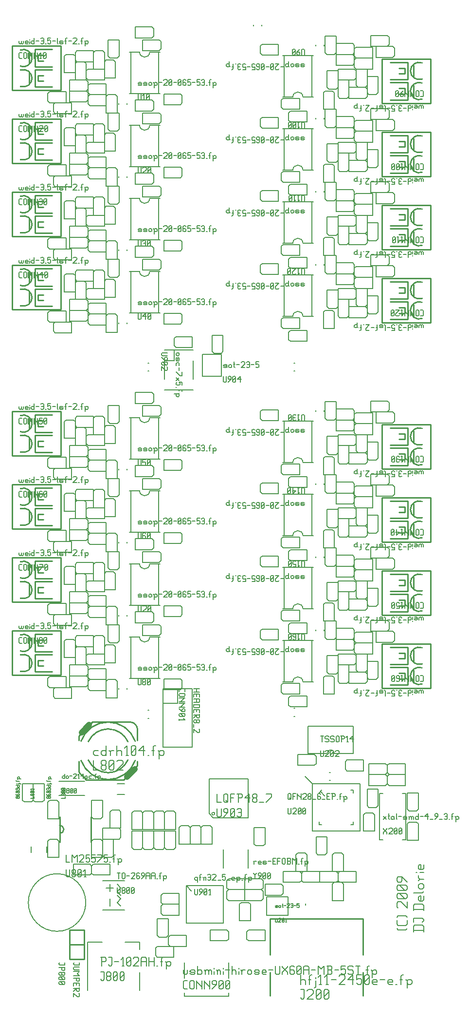
<source format=gbr>
G04 start of page 8 for group -4079 idx -4079 *
G04 Title: (unknown), topsilk *
G04 Creator: pcb 1.99y *
G04 CreationDate: Fri Oct 30 23:31:22 2009 UTC *
G04 For: dj *
G04 Format: Gerber/RS-274X *
G04 PCB-Dimensions: 290000 700000 *
G04 PCB-Coordinate-Origin: lower left *
%MOIN*%
%FSLAX25Y25*%
%LNFRONTSILK*%
%ADD12C,0.0100*%
%ADD21C,0.0400*%
%ADD37C,0.0080*%
%ADD95C,0.0050*%
%ADD96C,0.0071*%
%ADD97C,0.0060*%
%ADD98C,0.0066*%
%ADD99C,0.0058*%
G54D95*X240000Y145000D02*X207500D01*
Y112500D01*
X240000D01*
Y145000D01*
X207500D02*X202500Y150000D01*
G54D96*X276593Y44635D02*X283673D01*
X276593Y47290D02*X277478Y48175D01*
X282788D01*
X283673Y47290D02*X282788Y48175D01*
X283673Y47290D02*Y43750D01*
X276593Y47290D02*Y43750D01*
Y52955D02*Y50300D01*
Y52955D02*X282788D01*
X283673Y52070D02*X282788Y52955D01*
X283673Y52070D02*Y51185D01*
X282788Y50300D02*X283673Y51185D01*
X276593Y59152D02*X283673D01*
X276593Y61807D02*X277478Y62692D01*
X282788D01*
X283673Y61807D02*X282788Y62692D01*
X283673Y61807D02*Y58267D01*
X276593Y61807D02*Y58267D01*
X283673Y68358D02*Y65703D01*
X282788Y64818D02*X283673Y65703D01*
X281018Y64818D02*X282788D01*
X281018D02*X280133Y65703D01*
Y67473D02*Y65703D01*
Y67473D02*X281018Y68358D01*
X281903D02*Y64818D01*
X281018Y68358D02*X281903D01*
X276593Y70484D02*X282788D01*
X283673Y71369D01*
X281018Y73140D02*X282788D01*
X281018D02*X280133Y74025D01*
Y75795D02*Y74025D01*
Y75795D02*X281018Y76680D01*
X282788D01*
X283673Y75795D02*X282788Y76680D01*
X283673Y75795D02*Y74025D01*
X282788Y73140D02*X283673Y74025D01*
X281018Y79691D02*X283673D01*
X281018D02*X280133Y80576D01*
Y82346D02*Y80576D01*
Y78806D02*X281018Y79691D01*
X278363Y84472D02*X279248D01*
X281018D02*X283673D01*
Y89784D02*Y87129D01*
X282788Y86244D02*X283673Y87129D01*
X281018Y86244D02*X282788D01*
X281018D02*X280133Y87129D01*
Y88899D02*Y87129D01*
Y88899D02*X281018Y89784D01*
X281903D02*Y86244D01*
X281018Y89784D02*X281903D01*
X271538Y45000D02*X272423Y45885D01*
X266228Y45000D02*X265343Y45885D01*
X266228Y45000D02*X271538D01*
X272423Y51550D02*Y48895D01*
X271538Y48010D02*X272423Y48895D01*
X266228Y48010D02*X271538D01*
X266228D02*X265343Y48895D01*
Y51550D02*Y48895D01*
Y53676D02*X266228Y54561D01*
X271538D01*
X272423Y53676D02*X271538Y54561D01*
X266228Y59873D02*X265343Y60758D01*
Y63413D02*Y60758D01*
Y63413D02*X266228Y64298D01*
X267998D01*
X272423Y59873D02*X267998Y64298D01*
X272423D02*Y59873D01*
X271538Y66424D02*X272423Y67309D01*
X266228Y66424D02*X271538D01*
X266228D02*X265343Y67309D01*
Y69079D02*Y67309D01*
Y69079D02*X266228Y69964D01*
X271538D01*
X272423Y69079D02*X271538Y69964D01*
X272423Y69079D02*Y67309D01*
X270653Y66424D02*X267113Y69964D01*
X271538Y72089D02*X272423Y72974D01*
X266228Y72089D02*X271538D01*
X266228D02*X265343Y72974D01*
Y74744D02*Y72974D01*
Y74744D02*X266228Y75629D01*
X271538D01*
X272423Y74744D02*X271538Y75629D01*
X272423Y74744D02*Y72974D01*
X270653Y72089D02*X267113Y75629D01*
X272423Y77755D02*X268883Y81295D01*
X266228D02*X268883D01*
X265343Y80410D02*X266228Y81295D01*
X265343Y80410D02*Y78640D01*
X266228Y77755D02*X265343Y78640D01*
X266228Y77755D02*X267998D01*
X268883Y78640D01*
Y81295D02*Y78640D01*
G54D97*X200977Y464577D02*X207933D01*
X187067D02*X194023D01*
X187067Y492923D02*X207933D01*
X187967D02*Y464577D01*
X207033Y492923D02*Y464577D01*
X200977D02*G75*G03X194023Y464577I-3477J0D01*G01*
X192500Y455000D02*X191250Y453750D01*
Y448750D01*
X192500Y447500D02*X191250Y448750D01*
X192500Y447500D02*X203750D01*
Y455000D02*Y447500D01*
X192500Y455000D02*X203750D01*
X187500Y463750D02*X198750D01*
Y456250D01*
X187500D02*X198750D01*
X187500D02*X186250Y457500D01*
Y462500D02*Y457500D01*
X187500Y463750D02*X186250Y462500D01*
X217500Y482500D02*Y471250D01*
Y482500D02*X225000D01*
Y471250D01*
X223750Y470000D01*
X218750D02*X223750D01*
X217500Y471250D02*X218750Y470000D01*
X173000Y500750D02*X171750Y499500D01*
Y494500D01*
X173000Y493250D02*X171750Y494500D01*
X173000Y493250D02*X184250D01*
Y500750D02*Y493250D01*
X173000Y500750D02*X184250D01*
X192500Y505000D02*X191250Y503750D01*
Y498750D01*
X192500Y497500D02*X191250Y498750D01*
X192500Y497500D02*X203750D01*
Y505000D02*Y497500D01*
X192500Y505000D02*X203750D01*
X222500Y467500D02*Y456250D01*
X215000D02*X222500D01*
X215000Y467500D02*Y456250D01*
Y467500D02*X216250Y468750D01*
X221250D01*
X222500Y467500D02*X221250Y468750D01*
G54D37*X194607Y427245D02*X195393D01*
X194607Y432755D02*X195393D01*
G54D97*X223750Y486250D02*X235000D01*
X223750Y493750D02*Y486250D01*
Y493750D02*X235000D01*
X236250Y492500D01*
Y487500D01*
X235000Y486250D02*X236250Y487500D01*
X223750Y493750D02*X235000D01*
X223750Y501250D02*Y493750D01*
Y501250D02*X235000D01*
X236250Y500000D01*
Y495000D01*
X235000Y493750D02*X236250Y495000D01*
G54D37*X209745Y500393D02*Y499607D01*
X215255Y500393D02*Y499607D01*
G54D97*X216250Y506250D02*Y495000D01*
Y506250D02*X223750D01*
Y495000D01*
X222500Y493750D01*
X217500D02*X222500D01*
X216250Y495000D02*X217500Y493750D01*
G54D12*X270689Y484468D02*Y480532D01*
X266752Y484468D02*X270689D01*
X266752Y480532D02*X270689D01*
X272658Y488405D02*Y476595D01*
X260847Y488405D02*X272658D01*
X260848Y476595D02*X272659D01*
X276595Y486437D02*Y478563D01*
X270689Y470689D02*Y466753D01*
X266752Y470689D02*X270689D01*
X266752Y466753D02*X270689D01*
X272658Y474626D02*Y462816D01*
X260847Y474626D02*X272658D01*
X260848Y462816D02*X272659D01*
X276595Y472658D02*Y464784D01*
X254941Y490768D02*X288405D01*
X254941D02*Y460453D01*
X288405Y490768D02*Y460453D01*
X254941D02*X288405D01*
X282551Y488049D02*G75*G03X282551Y476951I-2019J-5548D01*G01*
X282551Y474270D02*G75*G03X282551Y463172I-2019J-5548D01*G01*
G54D97*X237500Y498750D02*X248750D01*
Y491250D01*
X237500D02*X248750D01*
X237500D02*X236250Y492500D01*
Y497500D02*Y492500D01*
X237500Y498750D02*X236250Y497500D01*
X251250Y491750D02*X262500D01*
X251250Y499250D02*Y491750D01*
Y499250D02*X262500D01*
X263750Y498000D01*
Y493000D01*
X262500Y491750D02*X263750Y493000D01*
X258750Y499250D02*X260000Y500500D01*
Y505500D02*Y500500D01*
X258750Y506750D02*X260000Y505500D01*
X247500Y506750D02*X258750D01*
X247500D02*Y499250D01*
X258750D01*
G54D12*X270689Y534468D02*Y530532D01*
X266752Y534468D02*X270689D01*
X266752Y530532D02*X270689D01*
X272658Y538405D02*Y526595D01*
X260847Y538405D02*X272658D01*
X260848Y526595D02*X272659D01*
X276595Y536437D02*Y528563D01*
X270689Y520689D02*Y516753D01*
X266752Y520689D02*X270689D01*
X266752Y516753D02*X270689D01*
X272658Y524626D02*Y512816D01*
X260847Y524626D02*X272658D01*
X260848Y512816D02*X272659D01*
X276595Y522658D02*Y514784D01*
X254941Y540768D02*X288405D01*
X254941D02*Y510453D01*
X288405Y540768D02*Y510453D01*
X254941D02*X288405D01*
X282551Y538049D02*G75*G03X282551Y526951I-2019J-5548D01*G01*
X282551Y524270D02*G75*G03X282551Y513172I-2019J-5548D01*G01*
G54D97*X232500Y463750D02*X243750D01*
X232500Y471250D02*Y463750D01*
Y471250D02*X243750D01*
X245000Y470000D01*
Y465000D01*
X243750Y463750D02*X245000Y465000D01*
X225000Y476250D02*Y465000D01*
Y476250D02*X232500D01*
Y465000D01*
X231250Y463750D01*
X226250D02*X231250D01*
X225000Y465000D02*X226250Y463750D01*
X237500Y491250D02*X248750D01*
Y483750D01*
X237500D02*X248750D01*
X237500D02*X236250Y485000D01*
Y490000D02*Y485000D01*
X237500Y491250D02*X236250Y490000D01*
X245000Y478750D02*Y467500D01*
Y478750D02*X252500D01*
Y467500D01*
X251250Y466250D01*
X246250D02*X251250D01*
X245000Y467500D02*X246250Y466250D01*
X225000Y476250D02*X236250D01*
X225000Y483750D02*Y476250D01*
Y483750D02*X236250D01*
X237500Y482500D01*
Y477500D01*
X236250Y476250D02*X237500Y477500D01*
Y483750D02*Y472500D01*
Y483750D02*X245000D01*
Y472500D01*
X243750Y471250D01*
X238750D02*X243750D01*
X237500Y472500D02*X238750Y471250D01*
X232500Y513750D02*X243750D01*
X232500Y521250D02*Y513750D01*
Y521250D02*X243750D01*
X245000Y520000D01*
Y515000D01*
X243750Y513750D02*X245000Y515000D01*
X225000Y526250D02*Y515000D01*
Y526250D02*X232500D01*
Y515000D01*
X231250Y513750D01*
X226250D02*X231250D01*
X225000Y515000D02*X226250Y513750D01*
X225000Y526250D02*X236250D01*
X225000Y533750D02*Y526250D01*
Y533750D02*X236250D01*
X237500Y532500D01*
Y527500D01*
X236250Y526250D02*X237500Y527500D01*
Y533750D02*Y522500D01*
Y533750D02*X245000D01*
Y522500D01*
X243750Y521250D01*
X238750D02*X243750D01*
X237500Y522500D02*X238750Y521250D01*
X237500Y541250D02*X248750D01*
Y533750D01*
X237500D02*X248750D01*
X237500D02*X236250Y535000D01*
Y540000D02*Y535000D01*
X237500Y541250D02*X236250Y540000D01*
X223750Y536250D02*X235000D01*
X223750Y543750D02*Y536250D01*
Y543750D02*X235000D01*
X236250Y542500D01*
Y537500D01*
X235000Y536250D02*X236250Y537500D01*
X223750Y543750D02*X235000D01*
X223750Y551250D02*Y543750D01*
Y551250D02*X235000D01*
X236250Y550000D01*
Y545000D01*
X235000Y543750D02*X236250Y545000D01*
X237500Y548750D02*X248750D01*
Y541250D01*
X237500D02*X248750D01*
X237500D02*X236250Y542500D01*
Y547500D02*Y542500D01*
X237500Y548750D02*X236250Y547500D01*
X245000Y528750D02*Y517500D01*
Y528750D02*X252500D01*
Y517500D01*
X251250Y516250D01*
X246250D02*X251250D01*
X245000Y517500D02*X246250Y516250D01*
X251250Y541750D02*X262500D01*
X251250Y549250D02*Y541750D01*
Y549250D02*X262500D01*
X263750Y548000D01*
Y543000D01*
X262500Y541750D02*X263750Y543000D01*
X258750Y549250D02*X260000Y550500D01*
Y555500D02*Y550500D01*
X258750Y556750D02*X260000Y555500D01*
X247500Y556750D02*X258750D01*
X247500D02*Y549250D01*
X258750D01*
X232500Y563750D02*X243750D01*
X232500Y571250D02*Y563750D01*
Y571250D02*X243750D01*
X245000Y570000D01*
Y565000D01*
X243750Y563750D02*X245000Y565000D01*
X225000Y576250D02*Y565000D01*
Y576250D02*X232500D01*
Y565000D01*
X231250Y563750D01*
X226250D02*X231250D01*
X225000Y565000D02*X226250Y563750D01*
X245000Y578750D02*Y567500D01*
Y578750D02*X252500D01*
Y567500D01*
X251250Y566250D01*
X246250D02*X251250D01*
X245000Y567500D02*X246250Y566250D01*
X225000Y576250D02*X236250D01*
X225000Y583750D02*Y576250D01*
Y583750D02*X236250D01*
X237500Y582500D01*
Y577500D01*
X236250Y576250D02*X237500Y577500D01*
Y583750D02*Y572500D01*
Y583750D02*X245000D01*
Y572500D01*
X243750Y571250D01*
X238750D02*X243750D01*
X237500Y572500D02*X238750Y571250D01*
G54D12*X270689Y584468D02*Y580532D01*
X266752Y584468D02*X270689D01*
X266752Y580532D02*X270689D01*
X272658Y588405D02*Y576595D01*
X260847Y588405D02*X272658D01*
X260848Y576595D02*X272659D01*
X276595Y586437D02*Y578563D01*
X270689Y570689D02*Y566753D01*
X266752Y570689D02*X270689D01*
X266752Y566753D02*X270689D01*
X272658Y574626D02*Y562816D01*
X260847Y574626D02*X272658D01*
X260848Y562816D02*X272659D01*
X276595Y572658D02*Y564784D01*
X254941Y590768D02*X288405D01*
X254941D02*Y560453D01*
X288405Y590768D02*Y560453D01*
X254941D02*X288405D01*
X282551Y588049D02*G75*G03X282551Y576951I-2019J-5548D01*G01*
X282551Y574270D02*G75*G03X282551Y563172I-2019J-5548D01*G01*
G54D97*X200977Y514577D02*X207933D01*
X187067D02*X194023D01*
X187067Y542923D02*X207933D01*
X187967D02*Y514577D01*
X207033Y542923D02*Y514577D01*
X200977D02*G75*G03X194023Y514577I-3477J0D01*G01*
X217500Y532500D02*Y521250D01*
Y532500D02*X225000D01*
Y521250D01*
X223750Y520000D01*
X218750D02*X223750D01*
X217500Y521250D02*X218750Y520000D01*
X222500Y517500D02*Y506250D01*
X215000D02*X222500D01*
X215000Y517500D02*Y506250D01*
Y517500D02*X216250Y518750D01*
X221250D01*
X222500Y517500D02*X221250Y518750D01*
X187500Y513750D02*X198750D01*
Y506250D01*
X187500D02*X198750D01*
X187500D02*X186250Y507500D01*
Y512500D02*Y507500D01*
X187500Y513750D02*X186250Y512500D01*
G54D37*X209745Y550393D02*Y549607D01*
X215255Y550393D02*Y549607D01*
G54D97*X216250Y556250D02*Y545000D01*
Y556250D02*X223750D01*
Y545000D01*
X222500Y543750D01*
X217500D02*X222500D01*
X216250Y545000D02*X217500Y543750D01*
X192500Y555000D02*X191250Y553750D01*
Y548750D01*
X192500Y547500D02*X191250Y548750D01*
X192500Y547500D02*X203750D01*
Y555000D02*Y547500D01*
X192500Y555000D02*X203750D01*
X173000Y550750D02*X171750Y549500D01*
Y544500D01*
X173000Y543250D02*X171750Y544500D01*
X173000Y543250D02*X184250D01*
Y550750D02*Y543250D01*
X173000Y550750D02*X184250D01*
X222500Y567500D02*Y556250D01*
X215000D02*X222500D01*
X215000Y567500D02*Y556250D01*
Y567500D02*X216250Y568750D01*
X221250D01*
X222500Y567500D02*X221250Y568750D01*
X187500Y563750D02*X198750D01*
Y556250D01*
X187500D02*X198750D01*
X187500D02*X186250Y557500D01*
Y562500D02*Y557500D01*
X187500Y563750D02*X186250Y562500D01*
X217500Y582500D02*Y571250D01*
Y582500D02*X225000D01*
Y571250D01*
X223750Y570000D01*
X218750D02*X223750D01*
X217500Y571250D02*X218750Y570000D01*
X222500Y617500D02*Y606250D01*
X215000D02*X222500D01*
X215000Y617500D02*Y606250D01*
Y617500D02*X216250Y618750D01*
X221250D01*
X222500Y617500D02*X221250Y618750D01*
X200977Y564577D02*X207933D01*
X187067D02*X194023D01*
X187067Y592923D02*X207933D01*
X187967D02*Y564577D01*
X207033Y592923D02*Y564577D01*
X200977D02*G75*G03X194023Y564577I-3477J0D01*G01*
G54D37*X209745Y600393D02*Y599607D01*
X215255Y600393D02*Y599607D01*
G54D97*X216250Y606250D02*Y595000D01*
Y606250D02*X223750D01*
Y595000D01*
X222500Y593750D01*
X217500D02*X222500D01*
X216250Y595000D02*X217500Y593750D01*
X173000Y600750D02*X171750Y599500D01*
Y594500D01*
X173000Y593250D02*X171750Y594500D01*
X173000Y593250D02*X184250D01*
Y600750D02*Y593250D01*
X173000Y600750D02*X184250D01*
X192500Y605000D02*X191250Y603750D01*
Y598750D01*
X192500Y597500D02*X191250Y598750D01*
X192500Y597500D02*X203750D01*
Y605000D02*Y597500D01*
X192500Y605000D02*X203750D01*
X187500Y613750D02*X198750D01*
Y606250D01*
X187500D02*X198750D01*
X187500D02*X186250Y607500D01*
Y612500D02*Y607500D01*
X187500Y613750D02*X186250Y612500D01*
X200977Y614577D02*X207933D01*
X187067D02*X194023D01*
X187067Y642923D02*X207933D01*
X187967D02*Y614577D01*
X207033Y642923D02*Y614577D01*
X200977D02*G75*G03X194023Y614577I-3477J0D01*G01*
G54D37*X209745Y650393D02*Y649607D01*
X215255Y650393D02*Y649607D01*
G54D97*X216250Y656250D02*Y645000D01*
Y656250D02*X223750D01*
Y645000D01*
X222500Y643750D01*
X217500D02*X222500D01*
X216250Y645000D02*X217500Y643750D01*
Y632500D02*Y621250D01*
Y632500D02*X225000D01*
Y621250D01*
X223750Y620000D01*
X218750D02*X223750D01*
X217500Y621250D02*X218750Y620000D01*
X173000Y650750D02*X171750Y649500D01*
Y644500D01*
X173000Y643250D02*X171750Y644500D01*
X173000Y643250D02*X184250D01*
Y650750D02*Y643250D01*
X173000Y650750D02*X184250D01*
G54D37*X172755Y664143D02*Y663357D01*
X167245Y664143D02*Y663357D01*
G54D97*X237500Y591250D02*X248750D01*
Y583750D01*
X237500D02*X248750D01*
X237500D02*X236250Y585000D01*
Y590000D02*Y585000D01*
X237500Y591250D02*X236250Y590000D01*
X223750Y586250D02*X235000D01*
X223750Y593750D02*Y586250D01*
Y593750D02*X235000D01*
X236250Y592500D01*
Y587500D01*
X235000Y586250D02*X236250Y587500D01*
X223750Y593750D02*X235000D01*
X223750Y601250D02*Y593750D01*
Y601250D02*X235000D01*
X236250Y600000D01*
Y595000D01*
X235000Y593750D02*X236250Y595000D01*
X237500Y598750D02*X248750D01*
Y591250D01*
X237500D02*X248750D01*
X237500D02*X236250Y592500D01*
Y597500D02*Y592500D01*
X237500Y598750D02*X236250Y597500D01*
X251250Y591750D02*X262500D01*
X251250Y599250D02*Y591750D01*
Y599250D02*X262500D01*
X263750Y598000D01*
Y593000D01*
X262500Y591750D02*X263750Y593000D01*
X258750Y599250D02*X260000Y600500D01*
Y605500D02*Y600500D01*
X258750Y606750D02*X260000Y605500D01*
X247500Y606750D02*X258750D01*
X247500D02*Y599250D01*
X258750D01*
X232500Y613750D02*X243750D01*
X232500Y621250D02*Y613750D01*
Y621250D02*X243750D01*
X245000Y620000D01*
Y615000D01*
X243750Y613750D02*X245000Y615000D01*
X225000Y626250D02*Y615000D01*
Y626250D02*X232500D01*
Y615000D01*
X231250Y613750D01*
X226250D02*X231250D01*
X225000Y615000D02*X226250Y613750D01*
X245000Y628750D02*Y617500D01*
Y628750D02*X252500D01*
Y617500D01*
X251250Y616250D01*
X246250D02*X251250D01*
X245000Y617500D02*X246250Y616250D01*
X237500Y641250D02*X248750D01*
Y633750D01*
X237500D02*X248750D01*
X237500D02*X236250Y635000D01*
Y640000D02*Y635000D01*
X237500Y641250D02*X236250Y640000D01*
X223750Y636250D02*X235000D01*
X223750Y643750D02*Y636250D01*
Y643750D02*X235000D01*
X236250Y642500D01*
Y637500D01*
X235000Y636250D02*X236250Y637500D01*
X223750Y643750D02*X235000D01*
X223750Y651250D02*Y643750D01*
Y651250D02*X235000D01*
X236250Y650000D01*
Y645000D01*
X235000Y643750D02*X236250Y645000D01*
X237500Y648750D02*X248750D01*
Y641250D01*
X237500D02*X248750D01*
X237500D02*X236250Y642500D01*
Y647500D02*Y642500D01*
X237500Y648750D02*X236250Y647500D01*
X251250Y641750D02*X262500D01*
X251250Y649250D02*Y641750D01*
Y649250D02*X262500D01*
X263750Y648000D01*
Y643000D01*
X262500Y641750D02*X263750Y643000D01*
X258750Y649250D02*X260000Y650500D01*
Y655500D02*Y650500D01*
X258750Y656750D02*X260000Y655500D01*
X247500Y656750D02*X258750D01*
X247500D02*Y649250D01*
X258750D01*
X225000Y626250D02*X236250D01*
X225000Y633750D02*Y626250D01*
Y633750D02*X236250D01*
X237500Y632500D01*
Y627500D01*
X236250Y626250D02*X237500Y627500D01*
Y633750D02*Y622500D01*
Y633750D02*X245000D01*
Y622500D01*
X243750Y621250D01*
X238750D02*X243750D01*
X237500Y622500D02*X238750Y621250D01*
G54D12*X270689Y634468D02*Y630532D01*
X266752Y634468D02*X270689D01*
X266752Y630532D02*X270689D01*
X272658Y638405D02*Y626595D01*
X260847Y638405D02*X272658D01*
X260848Y626595D02*X272659D01*
X276595Y636437D02*Y628563D01*
X270689Y620689D02*Y616753D01*
X266752Y620689D02*X270689D01*
X266752Y616753D02*X270689D01*
X272658Y624626D02*Y612816D01*
X260847Y624626D02*X272658D01*
X260848Y612816D02*X272659D01*
X276595Y622658D02*Y614784D01*
X254941Y640768D02*X288405D01*
X254941D02*Y610453D01*
X288405Y640768D02*Y610453D01*
X254941D02*X288405D01*
X282551Y638049D02*G75*G03X282551Y626951I-2019J-5548D01*G01*
X282551Y624270D02*G75*G03X282551Y613172I-2019J-5548D01*G01*
G54D97*X46250Y496250D02*X57500D01*
Y488750D01*
X46250D01*
X45000Y490000D01*
Y495000D01*
X46250Y496250D02*X45000Y495000D01*
X65000D02*Y483750D01*
X57500D02*X65000D01*
X57500Y495000D02*Y483750D01*
Y495000D02*X58750Y496250D01*
X63750D01*
X65000Y495000D02*X63750Y496250D01*
X55000Y466250D02*X66250D01*
Y458750D01*
X55000D01*
X53750Y460000D01*
Y465000D01*
X55000Y466250D02*X53750Y465000D01*
X41250Y461250D02*X52500D01*
X41250Y468750D02*Y461250D01*
Y468750D02*X52500D01*
X53750Y467500D01*
Y462500D01*
X52500Y461250D02*X53750Y462500D01*
X41250Y468750D02*X52500D01*
X41250Y476250D02*Y468750D01*
Y476250D02*X52500D01*
X53750Y475000D01*
Y470000D01*
X52500Y468750D02*X53750Y470000D01*
X45000Y492500D02*Y481250D01*
X37500D02*X45000D01*
X37500Y492500D02*Y481250D01*
Y492500D02*X38750Y493750D01*
X43750D01*
X45000Y492500D02*X43750Y493750D01*
X55000Y473750D02*X66250D01*
Y466250D01*
X55000D01*
X53750Y467500D01*
Y472500D01*
X55000Y473750D02*X53750Y472500D01*
Y483750D02*X65000D01*
Y476250D01*
X53750D01*
X52500Y477500D01*
Y482500D01*
X53750Y483750D02*X52500Y482500D01*
Y487500D02*Y476250D01*
X45000D02*X52500D01*
X45000Y487500D02*Y476250D01*
Y487500D02*X46250Y488750D01*
X51250D01*
X52500Y487500D02*X51250Y488750D01*
G54D12*X19311Y479468D02*Y475532D01*
X23248D01*
X19311Y479468D02*X23248D01*
X17342Y483405D02*Y471595D01*
X29153D01*
X17341Y483405D02*X29152D01*
X13405Y481437D02*Y473563D01*
X19311Y493247D02*Y489311D01*
X23248D01*
X19311Y493247D02*X23248D01*
X17342Y497184D02*Y485374D01*
X29153D01*
X17341Y497184D02*X29152D01*
X13405Y495216D02*Y487342D01*
X1595Y469232D02*X35059D01*
Y499547D02*Y469232D01*
X1595Y499547D02*Y469232D01*
Y499547D02*X35059D01*
X7448Y471952D02*G75*G03X7448Y483048I2019J5548D01*G01*
X7448Y485731D02*G75*G03X7448Y496827I2019J5548D01*G01*
G54D97*X27500Y468250D02*X38750D01*
Y460750D01*
X27500D01*
X26250Y462000D01*
Y467000D01*
X27500Y468250D02*X26250Y467000D01*
X31250Y460750D02*X30000Y459500D01*
Y454500D02*Y459500D01*
X31250Y453250D02*X30000Y454500D01*
X42500Y453250D02*X31250D01*
X42500Y460750D02*Y453250D01*
X31250Y460750D02*X42500D01*
X82067Y495423D02*X89023D01*
X95977D02*X102933D01*
X82067Y467077D02*X102933D01*
X102033Y495423D02*Y467077D01*
X82967D02*Y495423D01*
X89023D02*G75*G03X95977Y495423I3477J0D01*G01*
G54D37*X80255Y460393D02*Y459607D01*
X74745Y460393D02*Y459607D01*
G54D97*X117000Y459250D02*X118250Y460500D01*
Y465500D02*Y460500D01*
X117000Y466750D02*X118250Y465500D01*
X105750Y466750D02*X117000D01*
X105750D02*Y459250D01*
X117000D01*
X73750Y465000D02*Y453750D01*
X66250D02*X73750D01*
X66250Y465000D02*Y453750D01*
Y465000D02*X67500Y466250D01*
X72500D01*
X73750Y465000D02*X72500Y466250D01*
X97500Y505000D02*X98750Y506250D01*
Y511250D02*Y506250D01*
X97500Y512500D02*X98750Y511250D01*
X86250Y512500D02*X97500D01*
X86250D02*Y505000D01*
X97500D01*
X72500Y488750D02*Y477500D01*
X65000D02*X72500D01*
X65000Y488750D02*Y477500D01*
Y488750D02*X66250Y490000D01*
X71250D01*
X72500Y488750D02*X71250Y490000D01*
X67500Y503750D02*Y492500D01*
Y503750D02*X75000D01*
Y492500D01*
X73750Y491250D01*
X68750D02*X73750D01*
X67500Y492500D02*X68750Y491250D01*
X91250Y496250D02*X102500D01*
X91250Y503750D02*Y496250D01*
Y503750D02*X102500D01*
X103750Y502500D01*
Y497500D01*
X102500Y496250D02*X103750Y497500D01*
X117000Y509250D02*X118250Y510500D01*
Y515500D02*Y510500D01*
X117000Y516750D02*X118250Y515500D01*
X105750Y516750D02*X117000D01*
X105750D02*Y509250D01*
X117000D01*
G54D37*X80255Y510393D02*Y509607D01*
X74745Y510393D02*Y509607D01*
G54D97*X145000Y438650D02*Y423750D01*
X132200Y438650D02*X145000D01*
X132200D02*Y423750D01*
X145000D01*
X138750Y451750D02*Y440500D01*
Y451750D02*X146250D01*
Y440500D01*
X145000Y439250D01*
X140000D02*X145000D01*
X138750Y440500D02*X140000Y439250D01*
G54D95*X106157Y441779D02*X125842D01*
X106157Y414220D02*X125842D01*
X106157Y434299D02*Y421700D01*
X125842Y434299D02*Y421700D01*
X106157Y434299D02*X112653D01*
Y441779D02*Y434299D01*
G54D97*X114000Y450750D02*X125250D01*
Y443250D01*
X114000D02*X125250D01*
X114000D02*X112750Y444500D01*
Y449500D02*Y444500D01*
X114000Y450750D02*X112750Y449500D01*
G54D37*X94607Y432755D02*X95393D01*
X94607Y427245D02*X95393D01*
G54D97*X46250Y546250D02*X57500D01*
Y538750D01*
X46250D01*
X45000Y540000D01*
Y545000D01*
X46250Y546250D02*X45000Y545000D01*
X65000D02*Y533750D01*
X57500D02*X65000D01*
X57500Y545000D02*Y533750D01*
Y545000D02*X58750Y546250D01*
X63750D01*
X65000Y545000D02*X63750Y546250D01*
X55000Y516250D02*X66250D01*
Y508750D01*
X55000D01*
X53750Y510000D01*
Y515000D01*
X55000Y516250D02*X53750Y515000D01*
X41250Y511250D02*X52500D01*
X41250Y518750D02*Y511250D01*
Y518750D02*X52500D01*
X53750Y517500D01*
Y512500D01*
X52500Y511250D02*X53750Y512500D01*
X41250Y518750D02*X52500D01*
X41250Y526250D02*Y518750D01*
Y526250D02*X52500D01*
X53750Y525000D01*
Y520000D01*
X52500Y518750D02*X53750Y520000D01*
X45000Y542500D02*Y531250D01*
X37500D02*X45000D01*
X37500Y542500D02*Y531250D01*
Y542500D02*X38750Y543750D01*
X43750D01*
X45000Y542500D02*X43750Y543750D01*
X55000Y523750D02*X66250D01*
Y516250D01*
X55000D01*
X53750Y517500D01*
Y522500D01*
X55000Y523750D02*X53750Y522500D01*
Y533750D02*X65000D01*
Y526250D01*
X53750D01*
X52500Y527500D01*
Y532500D01*
X53750Y533750D02*X52500Y532500D01*
Y537500D02*Y526250D01*
X45000D02*X52500D01*
X45000Y537500D02*Y526250D01*
Y537500D02*X46250Y538750D01*
X51250D01*
X52500Y537500D02*X51250Y538750D01*
G54D12*X19311Y529468D02*Y525532D01*
X23248D01*
X19311Y529468D02*X23248D01*
X17342Y533405D02*Y521595D01*
X29153D01*
X17341Y533405D02*X29152D01*
X13405Y531437D02*Y523563D01*
X19311Y543247D02*Y539311D01*
X23248D01*
X19311Y543247D02*X23248D01*
X17342Y547184D02*Y535374D01*
X29153D01*
X17341Y547184D02*X29152D01*
X13405Y545216D02*Y537342D01*
X1595Y519232D02*X35059D01*
Y549547D02*Y519232D01*
X1595Y549547D02*Y519232D01*
Y549547D02*X35059D01*
X7448Y521952D02*G75*G03X7448Y533048I2019J5548D01*G01*
X7448Y535731D02*G75*G03X7448Y546827I2019J5548D01*G01*
G54D97*X27500Y518250D02*X38750D01*
Y510750D01*
X27500D01*
X26250Y512000D01*
Y517000D01*
X27500Y518250D02*X26250Y517000D01*
X31250Y510750D02*X30000Y509500D01*
Y504500D02*Y509500D01*
X31250Y503250D02*X30000Y504500D01*
X42500Y503250D02*X31250D01*
X42500Y510750D02*Y503250D01*
X31250Y510750D02*X42500D01*
X46250Y596250D02*X57500D01*
Y588750D01*
X46250D01*
X45000Y590000D01*
Y595000D01*
X46250Y596250D02*X45000Y595000D01*
X65000D02*Y583750D01*
X57500D02*X65000D01*
X57500Y595000D02*Y583750D01*
Y595000D02*X58750Y596250D01*
X63750D01*
X65000Y595000D02*X63750Y596250D01*
X55000Y566250D02*X66250D01*
Y558750D01*
X55000D01*
X53750Y560000D01*
Y565000D01*
X55000Y566250D02*X53750Y565000D01*
X41250Y561250D02*X52500D01*
X41250Y568750D02*Y561250D01*
Y568750D02*X52500D01*
X53750Y567500D01*
Y562500D01*
X52500Y561250D02*X53750Y562500D01*
X41250Y568750D02*X52500D01*
X41250Y576250D02*Y568750D01*
Y576250D02*X52500D01*
X53750Y575000D01*
Y570000D01*
X52500Y568750D02*X53750Y570000D01*
X45000Y592500D02*Y581250D01*
X37500D02*X45000D01*
X37500Y592500D02*Y581250D01*
Y592500D02*X38750Y593750D01*
X43750D01*
X45000Y592500D02*X43750Y593750D01*
X55000Y573750D02*X66250D01*
Y566250D01*
X55000D01*
X53750Y567500D01*
Y572500D01*
X55000Y573750D02*X53750Y572500D01*
Y583750D02*X65000D01*
Y576250D01*
X53750D01*
X52500Y577500D01*
Y582500D01*
X53750Y583750D02*X52500Y582500D01*
Y587500D02*Y576250D01*
X45000D02*X52500D01*
X45000Y587500D02*Y576250D01*
Y587500D02*X46250Y588750D01*
X51250D01*
X52500Y587500D02*X51250Y588750D01*
G54D12*X19311Y579468D02*Y575532D01*
X23248D01*
X19311Y579468D02*X23248D01*
X17342Y583405D02*Y571595D01*
X29153D01*
X17341Y583405D02*X29152D01*
X13405Y581437D02*Y573563D01*
X19311Y593247D02*Y589311D01*
X23248D01*
X19311Y593247D02*X23248D01*
X17342Y597184D02*Y585374D01*
X29153D01*
X17341Y597184D02*X29152D01*
X13405Y595216D02*Y587342D01*
X1595Y569232D02*X35059D01*
Y599547D02*Y569232D01*
X1595Y599547D02*Y569232D01*
Y599547D02*X35059D01*
X7448Y571952D02*G75*G03X7448Y583048I2019J5548D01*G01*
X7448Y585731D02*G75*G03X7448Y596827I2019J5548D01*G01*
G54D97*X27500Y568250D02*X38750D01*
Y560750D01*
X27500D01*
X26250Y562000D01*
Y567000D01*
X27500Y568250D02*X26250Y567000D01*
X31250Y560750D02*X30000Y559500D01*
Y554500D02*Y559500D01*
X31250Y553250D02*X30000Y554500D01*
X42500Y553250D02*X31250D01*
X42500Y560750D02*Y553250D01*
X31250Y560750D02*X42500D01*
X82067Y545423D02*X89023D01*
X95977D02*X102933D01*
X82067Y517077D02*X102933D01*
X102033Y545423D02*Y517077D01*
X82967D02*Y545423D01*
X89023D02*G75*G03X95977Y545423I3477J0D01*G01*
X91250Y546250D02*X102500D01*
X91250Y553750D02*Y546250D01*
Y553750D02*X102500D01*
X103750Y552500D01*
Y547500D01*
X102500Y546250D02*X103750Y547500D01*
X73750Y515000D02*Y503750D01*
X66250D02*X73750D01*
X66250Y515000D02*Y503750D01*
Y515000D02*X67500Y516250D01*
X72500D01*
X73750Y515000D02*X72500Y516250D01*
Y538750D02*Y527500D01*
X65000D02*X72500D01*
X65000Y538750D02*Y527500D01*
Y538750D02*X66250Y540000D01*
X71250D01*
X72500Y538750D02*X71250Y540000D01*
X67500Y553750D02*Y542500D01*
Y553750D02*X75000D01*
Y542500D01*
X73750Y541250D01*
X68750D02*X73750D01*
X67500Y542500D02*X68750Y541250D01*
X73750Y565000D02*Y553750D01*
X66250D02*X73750D01*
X66250Y565000D02*Y553750D01*
Y565000D02*X67500Y566250D01*
X72500D01*
X73750Y565000D02*X72500Y566250D01*
Y588750D02*Y577500D01*
X65000D02*X72500D01*
X65000Y588750D02*Y577500D01*
Y588750D02*X66250Y590000D01*
X71250D01*
X72500Y588750D02*X71250Y590000D01*
X46250Y646250D02*X57500D01*
Y638750D01*
X46250D01*
X45000Y640000D01*
Y645000D01*
X46250Y646250D02*X45000Y645000D01*
X65000D02*Y633750D01*
X57500D02*X65000D01*
X57500Y645000D02*Y633750D01*
Y645000D02*X58750Y646250D01*
X63750D01*
X65000Y645000D02*X63750Y646250D01*
X55000Y616250D02*X66250D01*
Y608750D01*
X55000D01*
X53750Y610000D01*
Y615000D01*
X55000Y616250D02*X53750Y615000D01*
X41250Y611250D02*X52500D01*
X41250Y618750D02*Y611250D01*
Y618750D02*X52500D01*
X53750Y617500D01*
Y612500D01*
X52500Y611250D02*X53750Y612500D01*
X41250Y618750D02*X52500D01*
X41250Y626250D02*Y618750D01*
Y626250D02*X52500D01*
X53750Y625000D01*
Y620000D01*
X52500Y618750D02*X53750Y620000D01*
X45000Y642500D02*Y631250D01*
X37500D02*X45000D01*
X37500Y642500D02*Y631250D01*
Y642500D02*X38750Y643750D01*
X43750D01*
X45000Y642500D02*X43750Y643750D01*
X55000Y623750D02*X66250D01*
Y616250D01*
X55000D01*
X53750Y617500D01*
Y622500D01*
X55000Y623750D02*X53750Y622500D01*
Y633750D02*X65000D01*
Y626250D01*
X53750D01*
X52500Y627500D01*
Y632500D01*
X53750Y633750D02*X52500Y632500D01*
Y637500D02*Y626250D01*
X45000D02*X52500D01*
X45000Y637500D02*Y626250D01*
Y637500D02*X46250Y638750D01*
X51250D01*
X52500Y637500D02*X51250Y638750D01*
G54D12*X19311Y629468D02*Y625532D01*
X23248D01*
X19311Y629468D02*X23248D01*
X17342Y633405D02*Y621595D01*
X29153D01*
X17341Y633405D02*X29152D01*
X13405Y631437D02*Y623563D01*
X19311Y643247D02*Y639311D01*
X23248D01*
X19311Y643247D02*X23248D01*
X17342Y647184D02*Y635374D01*
X29153D01*
X17341Y647184D02*X29152D01*
X13405Y645216D02*Y637342D01*
X1595Y619232D02*X35059D01*
Y649547D02*Y619232D01*
X1595Y649547D02*Y619232D01*
Y649547D02*X35059D01*
X7448Y621952D02*G75*G03X7448Y633048I2019J5548D01*G01*
X7448Y635731D02*G75*G03X7448Y646827I2019J5548D01*G01*
G54D97*X27500Y618250D02*X38750D01*
Y610750D01*
X27500D01*
X26250Y612000D01*
Y617000D01*
X27500Y618250D02*X26250Y617000D01*
X31250Y610750D02*X30000Y609500D01*
Y604500D02*Y609500D01*
X31250Y603250D02*X30000Y604500D01*
X42500Y603250D02*X31250D01*
X42500Y610750D02*Y603250D01*
X31250Y610750D02*X42500D01*
X97500Y555000D02*X98750Y556250D01*
Y561250D02*Y556250D01*
X97500Y562500D02*X98750Y561250D01*
X86250Y562500D02*X97500D01*
X86250D02*Y555000D01*
X97500D01*
X82067Y595423D02*X89023D01*
X95977D02*X102933D01*
X82067Y567077D02*X102933D01*
X102033Y595423D02*Y567077D01*
X82967D02*Y595423D01*
X89023D02*G75*G03X95977Y595423I3477J0D01*G01*
G54D37*X80255Y560393D02*Y559607D01*
X74745Y560393D02*Y559607D01*
G54D97*X117000Y559250D02*X118250Y560500D01*
Y565500D02*Y560500D01*
X117000Y566750D02*X118250Y565500D01*
X105750Y566750D02*X117000D01*
X105750D02*Y559250D01*
X117000D01*
X67500Y603750D02*Y592500D01*
Y603750D02*X75000D01*
Y592500D01*
X73750Y591250D01*
X68750D02*X73750D01*
X67500Y592500D02*X68750Y591250D01*
X82067Y645423D02*X89023D01*
X95977D02*X102933D01*
X82067Y617077D02*X102933D01*
X102033Y645423D02*Y617077D01*
X82967D02*Y645423D01*
X89023D02*G75*G03X95977Y645423I3477J0D01*G01*
X97500Y655000D02*X98750Y656250D01*
Y661250D02*Y656250D01*
X97500Y662500D02*X98750Y661250D01*
X86250Y662500D02*X97500D01*
X86250D02*Y655000D01*
X97500D01*
X91250Y646250D02*X102500D01*
X91250Y653750D02*Y646250D01*
Y653750D02*X102500D01*
X103750Y652500D01*
Y647500D01*
X102500Y646250D02*X103750Y647500D01*
G54D37*X80255Y610393D02*Y609607D01*
X74745Y610393D02*Y609607D01*
G54D97*X73750Y615000D02*Y603750D01*
X66250D02*X73750D01*
X66250Y615000D02*Y603750D01*
Y615000D02*X67500Y616250D01*
X72500D01*
X73750Y615000D02*X72500Y616250D01*
Y638750D02*Y627500D01*
X65000D02*X72500D01*
X65000Y638750D02*Y627500D01*
Y638750D02*X66250Y640000D01*
X71250D01*
X72500Y638750D02*X71250Y640000D01*
X97500Y605000D02*X98750Y606250D01*
Y611250D02*Y606250D01*
X97500Y612500D02*X98750Y611250D01*
X86250Y612500D02*X97500D01*
X86250D02*Y605000D01*
X97500D01*
X91250Y596250D02*X102500D01*
X91250Y603750D02*Y596250D01*
Y603750D02*X102500D01*
X103750Y602500D01*
Y597500D01*
X102500Y596250D02*X103750Y597500D01*
X117000Y609250D02*X118250Y610500D01*
Y615500D02*Y610500D01*
X117000Y616750D02*X118250Y615500D01*
X105750Y616750D02*X117000D01*
X105750D02*Y609250D01*
X117000D01*
X67500Y653750D02*Y642500D01*
Y653750D02*X75000D01*
Y642500D01*
X73750Y641250D01*
X68750D02*X73750D01*
X67500Y642500D02*X68750Y641250D01*
X200977Y314577D02*X207933D01*
X187067D02*X194023D01*
X187067Y342923D02*X207933D01*
X187967D02*Y314577D01*
X207033Y342923D02*Y314577D01*
X200977D02*G75*G03X194023Y314577I-3477J0D01*G01*
X187500Y313750D02*X198750D01*
Y306250D01*
X187500D02*X198750D01*
X187500D02*X186250Y307500D01*
Y312500D02*Y307500D01*
X187500Y313750D02*X186250Y312500D01*
X200977Y364577D02*X207933D01*
X187067D02*X194023D01*
X187067Y392923D02*X207933D01*
X187967D02*Y364577D01*
X207033Y392923D02*Y364577D01*
X200977D02*G75*G03X194023Y364577I-3477J0D01*G01*
G54D37*X209745Y400393D02*Y399607D01*
X215255Y400393D02*Y399607D01*
G54D97*X192500Y355000D02*X191250Y353750D01*
Y348750D01*
X192500Y347500D02*X191250Y348750D01*
X192500Y347500D02*X203750D01*
Y355000D02*Y347500D01*
X192500Y355000D02*X203750D01*
X187500Y363750D02*X198750D01*
Y356250D01*
X187500D02*X198750D01*
X187500D02*X186250Y357500D01*
Y362500D02*Y357500D01*
X187500Y363750D02*X186250Y362500D01*
X173000Y350750D02*X171750Y349500D01*
Y344500D01*
X173000Y343250D02*X171750Y344500D01*
X173000Y343250D02*X184250D01*
Y350750D02*Y343250D01*
X173000Y350750D02*X184250D01*
X223750Y386250D02*X235000D01*
X223750Y393750D02*Y386250D01*
Y393750D02*X235000D01*
X236250Y392500D01*
Y387500D01*
X235000Y386250D02*X236250Y387500D01*
X223750Y393750D02*X235000D01*
X223750Y401250D02*Y393750D01*
Y401250D02*X235000D01*
X236250Y400000D01*
Y395000D01*
X235000Y393750D02*X236250Y395000D01*
X237500Y398750D02*X248750D01*
Y391250D01*
X237500D02*X248750D01*
X237500D02*X236250Y392500D01*
Y397500D02*Y392500D01*
X237500Y398750D02*X236250Y397500D01*
X216250Y406250D02*Y395000D01*
Y406250D02*X223750D01*
Y395000D01*
X222500Y393750D01*
X217500D02*X222500D01*
X216250Y395000D02*X217500Y393750D01*
X225000Y376250D02*X236250D01*
X225000Y383750D02*Y376250D01*
Y383750D02*X236250D01*
X237500Y382500D01*
Y377500D01*
X236250Y376250D02*X237500Y377500D01*
X217500Y382500D02*Y371250D01*
Y382500D02*X225000D01*
Y371250D01*
X223750Y370000D01*
X218750D02*X223750D01*
X217500Y371250D02*X218750Y370000D01*
X173000Y400750D02*X171750Y399500D01*
Y394500D01*
X173000Y393250D02*X171750Y394500D01*
X173000Y393250D02*X184250D01*
Y400750D02*Y393250D01*
X173000Y400750D02*X184250D01*
X222500Y367500D02*Y356250D01*
X215000D02*X222500D01*
X215000Y367500D02*Y356250D01*
Y367500D02*X216250Y368750D01*
X221250D01*
X222500Y367500D02*X221250Y368750D01*
X232500Y313750D02*X243750D01*
X232500Y321250D02*Y313750D01*
Y321250D02*X243750D01*
X245000Y320000D01*
Y315000D01*
X243750Y313750D02*X245000Y315000D01*
X225000Y326250D02*Y315000D01*
Y326250D02*X232500D01*
Y315000D01*
X231250Y313750D01*
X226250D02*X231250D01*
X225000Y315000D02*X226250Y313750D01*
X237500Y341250D02*X248750D01*
Y333750D01*
X237500D02*X248750D01*
X237500D02*X236250Y335000D01*
Y340000D02*Y335000D01*
X237500Y341250D02*X236250Y340000D01*
X245000Y328750D02*Y317500D01*
Y328750D02*X252500D01*
Y317500D01*
X251250Y316250D01*
X246250D02*X251250D01*
X245000Y317500D02*X246250Y316250D01*
X237500Y333750D02*Y322500D01*
Y333750D02*X245000D01*
Y322500D01*
X243750Y321250D01*
X238750D02*X243750D01*
X237500Y322500D02*X238750Y321250D01*
G54D12*X270689Y334468D02*Y330532D01*
X266752Y334468D02*X270689D01*
X266752Y330532D02*X270689D01*
X272658Y338405D02*Y326595D01*
X260847Y338405D02*X272658D01*
X260848Y326595D02*X272659D01*
X276595Y336437D02*Y328563D01*
X270689Y320689D02*Y316753D01*
X266752Y320689D02*X270689D01*
X266752Y316753D02*X270689D01*
X272658Y324626D02*Y312816D01*
X260847Y324626D02*X272658D01*
X260848Y312816D02*X272659D01*
X276595Y322658D02*Y314784D01*
X254941Y340768D02*X288405D01*
X254941D02*Y310453D01*
X288405Y340768D02*Y310453D01*
X254941D02*X288405D01*
X282551Y338049D02*G75*G03X282551Y326951I-2019J-5548D01*G01*
X282551Y324270D02*G75*G03X282551Y313172I-2019J-5548D01*G01*
G54D97*X251250Y341750D02*X262500D01*
X251250Y349250D02*Y341750D01*
Y349250D02*X262500D01*
X263750Y348000D01*
Y343000D01*
X262500Y341750D02*X263750Y343000D01*
X258750Y349250D02*X260000Y350500D01*
Y355500D02*Y350500D01*
X258750Y356750D02*X260000Y355500D01*
X247500Y356750D02*X258750D01*
X247500D02*Y349250D01*
X258750D01*
X232500Y363750D02*X243750D01*
X232500Y371250D02*Y363750D01*
Y371250D02*X243750D01*
X245000Y370000D01*
Y365000D01*
X243750Y363750D02*X245000Y365000D01*
X225000Y376250D02*Y365000D01*
Y376250D02*X232500D01*
Y365000D01*
X231250Y363750D01*
X226250D02*X231250D01*
X225000Y365000D02*X226250Y363750D01*
X237500Y391250D02*X248750D01*
Y383750D01*
X237500D02*X248750D01*
X237500D02*X236250Y385000D01*
Y390000D02*Y385000D01*
X237500Y391250D02*X236250Y390000D01*
X245000Y378750D02*Y367500D01*
Y378750D02*X252500D01*
Y367500D01*
X251250Y366250D01*
X246250D02*X251250D01*
X245000Y367500D02*X246250Y366250D01*
X237500Y383750D02*Y372500D01*
Y383750D02*X245000D01*
Y372500D01*
X243750Y371250D01*
X238750D02*X243750D01*
X237500Y372500D02*X238750Y371250D01*
G54D12*X270689Y384468D02*Y380532D01*
X266752Y384468D02*X270689D01*
X266752Y380532D02*X270689D01*
X272658Y388405D02*Y376595D01*
X260847Y388405D02*X272658D01*
X260848Y376595D02*X272659D01*
X276595Y386437D02*Y378563D01*
X270689Y370689D02*Y366753D01*
X266752Y370689D02*X270689D01*
X266752Y366753D02*X270689D01*
X272658Y374626D02*Y362816D01*
X260847Y374626D02*X272658D01*
X260848Y362816D02*X272659D01*
X276595Y372658D02*Y364784D01*
X254941Y390768D02*X288405D01*
X254941D02*Y360453D01*
X288405Y390768D02*Y360453D01*
X254941D02*X288405D01*
X282551Y388049D02*G75*G03X282551Y376951I-2019J-5548D01*G01*
X282551Y374270D02*G75*G03X282551Y363172I-2019J-5548D01*G01*
G54D97*X251250Y391750D02*X262500D01*
X251250Y399250D02*Y391750D01*
Y399250D02*X262500D01*
X263750Y398000D01*
Y393000D01*
X262500Y391750D02*X263750Y393000D01*
X258750Y399250D02*X260000Y400500D01*
Y405500D02*Y400500D01*
X258750Y406750D02*X260000Y405500D01*
X247500Y406750D02*X258750D01*
X247500D02*Y399250D01*
X258750D01*
X217500Y232500D02*Y221250D01*
Y232500D02*X225000D01*
Y221250D01*
X223750Y220000D01*
X218750D02*X223750D01*
X217500Y221250D02*X218750Y220000D01*
X222500Y217500D02*Y206250D01*
X215000D02*X222500D01*
X215000Y217500D02*Y206250D01*
Y217500D02*X216250Y218750D01*
X221250D01*
X222500Y217500D02*X221250Y218750D01*
X192500Y255000D02*X191250Y253750D01*
Y248750D01*
X192500Y247500D02*X191250Y248750D01*
X192500Y247500D02*X203750D01*
Y255000D02*Y247500D01*
X192500Y255000D02*X203750D01*
X200977Y214577D02*X207933D01*
X187067D02*X194023D01*
X187067Y242923D02*X207933D01*
X187967D02*Y214577D01*
X207033Y242923D02*Y214577D01*
X200977D02*G75*G03X194023Y214577I-3477J0D01*G01*
X225000Y276250D02*Y265000D01*
Y276250D02*X232500D01*
Y265000D01*
X231250Y263750D01*
X226250D02*X231250D01*
X225000Y265000D02*X226250Y263750D01*
X223750Y286250D02*X235000D01*
X223750Y293750D02*Y286250D01*
Y293750D02*X235000D01*
X236250Y292500D01*
Y287500D01*
X235000Y286250D02*X236250Y287500D01*
X225000Y276250D02*X236250D01*
X225000Y283750D02*Y276250D01*
Y283750D02*X236250D01*
X237500Y282500D01*
Y277500D01*
X236250Y276250D02*X237500Y277500D01*
X217500Y282500D02*Y271250D01*
Y282500D02*X225000D01*
Y271250D01*
X223750Y270000D01*
X218750D02*X223750D01*
X217500Y271250D02*X218750Y270000D01*
X200977Y264577D02*X207933D01*
X187067D02*X194023D01*
X187067Y292923D02*X207933D01*
X187967D02*Y264577D01*
X207033Y292923D02*Y264577D01*
X200977D02*G75*G03X194023Y264577I-3477J0D01*G01*
X173000Y300750D02*X171750Y299500D01*
Y294500D01*
X173000Y293250D02*X171750Y294500D01*
X173000Y293250D02*X184250D01*
Y300750D02*Y293250D01*
X173000Y300750D02*X184250D01*
X192500Y305000D02*X191250Y303750D01*
Y298750D01*
X192500Y297500D02*X191250Y298750D01*
X192500Y297500D02*X203750D01*
Y305000D02*Y297500D01*
X192500Y305000D02*X203750D01*
X187500Y263750D02*X198750D01*
Y256250D01*
X187500D02*X198750D01*
X187500D02*X186250Y257500D01*
Y262500D02*Y257500D01*
X187500Y263750D02*X186250Y262500D01*
X222500Y267500D02*Y256250D01*
X215000D02*X222500D01*
X215000Y267500D02*Y256250D01*
Y267500D02*X216250Y268750D01*
X221250D01*
X222500Y267500D02*X221250Y268750D01*
X225000Y226250D02*X236250D01*
X225000Y233750D02*Y226250D01*
Y233750D02*X236250D01*
X237500Y232500D01*
Y227500D01*
X236250Y226250D02*X237500Y227500D01*
X216250Y256250D02*Y245000D01*
Y256250D02*X223750D01*
Y245000D01*
X222500Y243750D01*
X217500D02*X222500D01*
X216250Y245000D02*X217500Y243750D01*
X223750D02*X235000D01*
X223750Y251250D02*Y243750D01*
Y251250D02*X235000D01*
X236250Y250000D01*
Y245000D01*
X235000Y243750D02*X236250Y245000D01*
X223750Y236250D02*X235000D01*
X223750Y243750D02*Y236250D01*
Y243750D02*X235000D01*
X236250Y242500D01*
Y237500D01*
X235000Y236250D02*X236250Y237500D01*
X225000Y226250D02*Y215000D01*
Y226250D02*X232500D01*
Y215000D01*
X231250Y213750D01*
X226250D02*X231250D01*
X225000Y215000D02*X226250Y213750D01*
G54D37*X209745Y250393D02*Y249607D01*
X215255Y250393D02*Y249607D01*
G54D97*X237500Y291250D02*X248750D01*
Y283750D01*
X237500D02*X248750D01*
X237500D02*X236250Y285000D01*
Y290000D02*Y285000D01*
X237500Y291250D02*X236250Y290000D01*
X223750Y293750D02*X235000D01*
X223750Y301250D02*Y293750D01*
Y301250D02*X235000D01*
X236250Y300000D01*
Y295000D01*
X235000Y293750D02*X236250Y295000D01*
G54D37*X209745Y300393D02*Y299607D01*
X215255Y300393D02*Y299607D01*
G54D97*X237500Y298750D02*X248750D01*
Y291250D01*
X237500D02*X248750D01*
X237500D02*X236250Y292500D01*
Y297500D02*Y292500D01*
X237500Y298750D02*X236250Y297500D01*
X216250Y306250D02*Y295000D01*
Y306250D02*X223750D01*
Y295000D01*
X222500Y293750D01*
X217500D02*X222500D01*
X216250Y295000D02*X217500Y293750D01*
X223750Y336250D02*X235000D01*
X223750Y343750D02*Y336250D01*
Y343750D02*X235000D01*
X236250Y342500D01*
Y337500D01*
X235000Y336250D02*X236250Y337500D01*
X223750Y343750D02*X235000D01*
X223750Y351250D02*Y343750D01*
Y351250D02*X235000D01*
X236250Y350000D01*
Y345000D01*
X235000Y343750D02*X236250Y345000D01*
G54D37*X209745Y350393D02*Y349607D01*
X215255Y350393D02*Y349607D01*
G54D97*X237500Y348750D02*X248750D01*
Y341250D01*
X237500D02*X248750D01*
X237500D02*X236250Y342500D01*
Y347500D02*Y342500D01*
X237500Y348750D02*X236250Y347500D01*
X216250Y356250D02*Y345000D01*
Y356250D02*X223750D01*
Y345000D01*
X222500Y343750D01*
X217500D02*X222500D01*
X216250Y345000D02*X217500Y343750D01*
X225000Y326250D02*X236250D01*
X225000Y333750D02*Y326250D01*
Y333750D02*X236250D01*
X237500Y332500D01*
Y327500D01*
X236250Y326250D02*X237500Y327500D01*
X217500Y332500D02*Y321250D01*
Y332500D02*X225000D01*
Y321250D01*
X223750Y320000D01*
X218750D02*X223750D01*
X217500Y321250D02*X218750Y320000D01*
X222500Y317500D02*Y306250D01*
X215000D02*X222500D01*
X215000Y317500D02*Y306250D01*
Y317500D02*X216250Y318750D01*
X221250D01*
X222500Y317500D02*X221250Y318750D01*
X232500Y263750D02*X243750D01*
X232500Y271250D02*Y263750D01*
Y271250D02*X243750D01*
X245000Y270000D01*
Y265000D01*
X243750Y263750D02*X245000Y265000D01*
Y278750D02*Y267500D01*
Y278750D02*X252500D01*
Y267500D01*
X251250Y266250D01*
X246250D02*X251250D01*
X245000Y267500D02*X246250Y266250D01*
X237500Y283750D02*Y272500D01*
Y283750D02*X245000D01*
Y272500D01*
X243750Y271250D01*
X238750D02*X243750D01*
X237500Y272500D02*X238750Y271250D01*
G54D12*X270689Y284468D02*Y280532D01*
X266752Y284468D02*X270689D01*
X266752Y280532D02*X270689D01*
X272658Y288405D02*Y276595D01*
X260847Y288405D02*X272658D01*
X260848Y276595D02*X272659D01*
X276595Y286437D02*Y278563D01*
X270689Y270689D02*Y266753D01*
X266752Y270689D02*X270689D01*
X266752Y266753D02*X270689D01*
X272658Y274626D02*Y262816D01*
X260847Y274626D02*X272658D01*
X260848Y262816D02*X272659D01*
X276595Y272658D02*Y264784D01*
X254941Y290768D02*X288405D01*
X254941D02*Y260453D01*
X288405Y290768D02*Y260453D01*
X254941D02*X288405D01*
X282551Y288049D02*G75*G03X282551Y276951I-2019J-5548D01*G01*
X282551Y274270D02*G75*G03X282551Y263172I-2019J-5548D01*G01*
G54D97*X251250Y291750D02*X262500D01*
X251250Y299250D02*Y291750D01*
Y299250D02*X262500D01*
X263750Y298000D01*
Y293000D01*
X262500Y291750D02*X263750Y293000D01*
X258750Y299250D02*X260000Y300500D01*
Y305500D02*Y300500D01*
X258750Y306750D02*X260000Y305500D01*
X247500Y306750D02*X258750D01*
X247500D02*Y299250D01*
X258750D01*
X237500Y248750D02*X248750D01*
Y241250D01*
X237500D02*X248750D01*
X237500D02*X236250Y242500D01*
Y247500D02*Y242500D01*
X237500Y248750D02*X236250Y247500D01*
X245000Y228750D02*Y217500D01*
Y228750D02*X252500D01*
Y217500D01*
X251250Y216250D01*
X246250D02*X251250D01*
X245000Y217500D02*X246250Y216250D01*
X232500Y213750D02*X243750D01*
X232500Y221250D02*Y213750D01*
Y221250D02*X243750D01*
X245000Y220000D01*
Y215000D01*
X243750Y213750D02*X245000Y215000D01*
X237500Y241250D02*X248750D01*
Y233750D01*
X237500D02*X248750D01*
X237500D02*X236250Y235000D01*
Y240000D02*Y235000D01*
X237500Y241250D02*X236250Y240000D01*
X65000Y245000D02*Y233750D01*
X57500D02*X65000D01*
X57500Y245000D02*Y233750D01*
Y245000D02*X58750Y246250D01*
X63750D01*
X65000Y245000D02*X63750Y246250D01*
X55000Y223750D02*X66250D01*
Y216250D01*
X55000D01*
X53750Y217500D01*
Y222500D01*
X55000Y223750D02*X53750Y222500D01*
Y233750D02*X65000D01*
Y226250D01*
X53750D01*
X52500Y227500D01*
Y232500D01*
X53750Y233750D02*X52500Y232500D01*
X72500Y238750D02*Y227500D01*
X65000D02*X72500D01*
X65000Y238750D02*Y227500D01*
Y238750D02*X66250Y240000D01*
X71250D01*
X72500Y238750D02*X71250Y240000D01*
X55000Y216250D02*X66250D01*
Y208750D01*
X55000D01*
X53750Y210000D01*
Y215000D01*
X55000Y216250D02*X53750Y215000D01*
G54D37*X80255Y210393D02*Y209607D01*
X74745Y210393D02*Y209607D01*
G54D97*X73750Y215000D02*Y203750D01*
X66250D02*X73750D01*
X66250Y215000D02*Y203750D01*
Y215000D02*X67500Y216250D01*
X72500D01*
X73750Y215000D02*X72500Y216250D01*
X82067Y245423D02*X89023D01*
X95977D02*X102933D01*
X82067Y217077D02*X102933D01*
X102033Y245423D02*Y217077D01*
X82967D02*Y245423D01*
X89023D02*G75*G03X95977Y245423I3477J0D01*G01*
X97500Y255000D02*X98750Y256250D01*
Y261250D02*Y256250D01*
X97500Y262500D02*X98750Y261250D01*
X86250Y262500D02*X97500D01*
X86250D02*Y255000D01*
X97500D01*
X91250Y246250D02*X102500D01*
X91250Y253750D02*Y246250D01*
Y253750D02*X102500D01*
X103750Y252500D01*
Y247500D01*
X102500Y246250D02*X103750Y247500D01*
G54D37*X80255Y260393D02*Y259607D01*
X74745Y260393D02*Y259607D01*
G54D97*X117000Y259250D02*X118250Y260500D01*
Y265500D02*Y260500D01*
X117000Y266750D02*X118250Y265500D01*
X105750Y266750D02*X117000D01*
X105750D02*Y259250D01*
X117000D01*
Y209250D02*X118250Y210500D01*
Y215500D02*Y210500D01*
X117000Y216750D02*X118250Y215500D01*
X105750Y216750D02*X117000D01*
X105750D02*Y209250D01*
X117000D01*
G54D37*X94607Y195255D02*X95393D01*
X94607Y189745D02*X95393D01*
G54D95*X105000Y210000D02*Y170000D01*
X125000D01*
Y210000D01*
X105000D01*
Y200000D02*X115000D01*
Y210000D01*
G54D12*X87579Y182067D02*Y174587D01*
G54D21*X54506Y185217D02*X49388Y180099D01*
X85609Y154902D02*X80491Y149784D01*
G54D12*X87579Y157263D02*X78131Y147815D01*
X87579Y160414D02*Y157263D01*
X47421Y177737D02*Y174587D01*
X52539Y147816D02*X47421Y152934D01*
X52539Y147816D02*Y147815D01*
X78130D01*
X47421Y177737D02*X56870Y187186D01*
X82461D01*
X47421Y160414D02*Y152934D01*
X87579Y182067D02*G75*G03X82460Y187186I-5119J0D01*G01*
X49002Y160768D02*G75*G03X67500Y147815I18497J6732D01*G01*
G75*G03X85997Y160767I0J19685D01*G01*
X85997Y174234D02*G75*G03X67500Y187186I-18497J-6732D01*G01*
X67501D02*G75*G03X49002Y174233I0J-19686D01*G01*
X53941Y161180D02*G75*G03X67503Y152540I13561J6324D01*G01*
G75*G03X81059Y161176I0J14958D01*G01*
X81059Y173823D02*G75*G03X67499Y182461I-13560J-6323D01*G01*
X67500D02*G75*G03X53940Y173822I0J-14961D01*G01*
G54D37*X73888Y144990D02*X78612D01*
X73888Y137510D02*X78612D01*
G54D97*X46250Y246250D02*X57500D01*
Y238750D01*
X46250D01*
X45000Y240000D01*
Y245000D01*
X46250Y246250D02*X45000Y245000D01*
X52500Y237500D02*Y226250D01*
X45000D02*X52500D01*
X45000Y237500D02*Y226250D01*
Y237500D02*X46250Y238750D01*
X51250D01*
X52500Y237500D02*X51250Y238750D01*
X45000Y242500D02*Y231250D01*
X37500D02*X45000D01*
X37500Y242500D02*Y231250D01*
Y242500D02*X38750Y243750D01*
X43750D01*
X45000Y242500D02*X43750Y243750D01*
G54D12*X19311Y229468D02*Y225532D01*
X23248D01*
X19311Y229468D02*X23248D01*
X17342Y233405D02*Y221595D01*
X29153D01*
X17341Y233405D02*X29152D01*
X13405Y231437D02*Y223563D01*
X19311Y243247D02*Y239311D01*
X23248D01*
X19311Y243247D02*X23248D01*
X17342Y247184D02*Y235374D01*
X29153D01*
X17341Y247184D02*X29152D01*
X13405Y245216D02*Y237342D01*
X1595Y219232D02*X35059D01*
Y249547D02*Y219232D01*
X1595Y249547D02*Y219232D01*
Y249547D02*X35059D01*
X7448Y221952D02*G75*G03X7448Y233048I2019J5548D01*G01*
X7448Y235731D02*G75*G03X7448Y246827I2019J5548D01*G01*
G54D97*X41250Y218750D02*X52500D01*
X41250Y226250D02*Y218750D01*
Y226250D02*X52500D01*
X53750Y225000D01*
Y220000D01*
X52500Y218750D02*X53750Y220000D01*
X41250Y211250D02*X52500D01*
X41250Y218750D02*Y211250D01*
Y218750D02*X52500D01*
X53750Y217500D01*
Y212500D01*
X52500Y211250D02*X53750Y212500D01*
X27500Y218250D02*X38750D01*
Y210750D01*
X27500D01*
X26250Y212000D01*
Y217000D01*
X27500Y218250D02*X26250Y217000D01*
X31250Y210750D02*X30000Y209500D01*
Y204500D02*Y209500D01*
X31250Y203250D02*X30000Y204500D01*
X42500Y203250D02*X31250D01*
X42500Y210750D02*Y203250D01*
X31250Y210750D02*X42500D01*
X41250Y268750D02*X52500D01*
X41250Y276250D02*Y268750D01*
Y276250D02*X52500D01*
X53750Y275000D01*
Y270000D01*
X52500Y268750D02*X53750Y270000D01*
X41250Y261250D02*X52500D01*
X41250Y268750D02*Y261250D01*
Y268750D02*X52500D01*
X53750Y267500D01*
Y262500D01*
X52500Y261250D02*X53750Y262500D01*
X27500Y268250D02*X38750D01*
Y260750D01*
X27500D01*
X26250Y262000D01*
Y267000D01*
X27500Y268250D02*X26250Y267000D01*
X31250Y260750D02*X30000Y259500D01*
Y254500D02*Y259500D01*
X31250Y253250D02*X30000Y254500D01*
X42500Y253250D02*X31250D01*
X42500Y260750D02*Y253250D01*
X31250Y260750D02*X42500D01*
G54D37*X14686Y101968D02*Y98032D01*
X25314Y101968D02*Y98032D01*
G54D97*X33750Y105750D02*X32500Y107000D01*
X27500D02*X32500D01*
X26250Y105750D02*X27500Y107000D01*
X26250Y105750D02*Y94500D01*
X33750D01*
Y105750D02*Y94500D01*
X16250Y133750D02*X17500Y132500D01*
X22500D01*
X23750Y133750D02*X22500Y132500D01*
X23750Y145000D02*Y133750D01*
X16250Y145000D02*X23750D01*
X16250D02*Y133750D01*
X8750D02*X10000Y132500D01*
X15000D01*
X16250Y133750D02*X15000Y132500D01*
X16250Y145000D02*Y133750D01*
X8750Y145000D02*X16250D01*
X8750D02*Y133750D01*
X33750Y132250D02*X32500Y133500D01*
X27500D02*X32500D01*
X26250Y132250D02*X27500Y133500D01*
X26250Y132250D02*Y121000D01*
X33750D01*
Y132250D02*Y121000D01*
G54D12*X55630Y122411D02*Y105088D01*
X34370Y122411D02*Y105088D01*
X34369Y110994D02*G75*G03X37126Y113751I0J2757D01*G01*
Y113750D02*G75*G03X34370Y116506I-2756J0D01*G01*
G54D97*X56250Y122250D02*X57500Y121000D01*
X62500D01*
X63750Y122250D02*X62500Y121000D01*
X63750Y133500D02*Y122250D01*
X56250Y133500D02*X63750D01*
X56250D02*Y122250D01*
X63750Y105750D02*X62500Y107000D01*
X57500D02*X62500D01*
X56250Y105750D02*X57500Y107000D01*
X56250Y105750D02*Y94500D01*
X63750D01*
Y105750D02*Y94500D01*
X33642Y146671D02*X51358D01*
X33642Y136829D02*X51358D01*
X46250Y296250D02*X57500D01*
Y288750D01*
X46250D01*
X45000Y290000D01*
Y295000D01*
X46250Y296250D02*X45000Y295000D01*
Y292500D02*Y281250D01*
X37500D02*X45000D01*
X37500Y292500D02*Y281250D01*
Y292500D02*X38750Y293750D01*
X43750D01*
X45000Y292500D02*X43750Y293750D01*
X52500Y287500D02*Y276250D01*
X45000D02*X52500D01*
X45000Y287500D02*Y276250D01*
Y287500D02*X46250Y288750D01*
X51250D01*
X52500Y287500D02*X51250Y288750D01*
G54D12*X19311Y279468D02*Y275532D01*
X23248D01*
X19311Y279468D02*X23248D01*
X17342Y283405D02*Y271595D01*
X29153D01*
X17341Y283405D02*X29152D01*
X13405Y281437D02*Y273563D01*
X19311Y293247D02*Y289311D01*
X23248D01*
X19311Y293247D02*X23248D01*
X17342Y297184D02*Y285374D01*
X29153D01*
X17341Y297184D02*X29152D01*
X13405Y295216D02*Y287342D01*
X1595Y269232D02*X35059D01*
Y299547D02*Y269232D01*
X1595Y299547D02*Y269232D01*
Y299547D02*X35059D01*
X7448Y271952D02*G75*G03X7448Y283048I2019J5548D01*G01*
X7448Y285731D02*G75*G03X7448Y296827I2019J5548D01*G01*
G54D97*X65000Y295000D02*Y283750D01*
X57500D02*X65000D01*
X57500Y295000D02*Y283750D01*
Y295000D02*X58750Y296250D01*
X63750D01*
X65000Y295000D02*X63750Y296250D01*
X31250Y310750D02*X30000Y309500D01*
Y304500D02*Y309500D01*
X31250Y303250D02*X30000Y304500D01*
X42500Y303250D02*X31250D01*
X42500Y310750D02*Y303250D01*
X31250Y310750D02*X42500D01*
X67500Y253750D02*Y242500D01*
Y253750D02*X75000D01*
Y242500D01*
X73750Y241250D01*
X68750D02*X73750D01*
X67500Y242500D02*X68750Y241250D01*
X73750Y265000D02*Y253750D01*
X66250D02*X73750D01*
X66250Y265000D02*Y253750D01*
Y265000D02*X67500Y266250D01*
X72500D01*
X73750Y265000D02*X72500Y266250D01*
Y288750D02*Y277500D01*
X65000D02*X72500D01*
X65000Y288750D02*Y277500D01*
Y288750D02*X66250Y290000D01*
X71250D01*
X72500Y288750D02*X71250Y290000D01*
X67500Y303750D02*Y292500D01*
Y303750D02*X75000D01*
Y292500D01*
X73750Y291250D01*
X68750D02*X73750D01*
X67500Y292500D02*X68750Y291250D01*
X73750Y315000D02*Y303750D01*
X66250D02*X73750D01*
X66250Y315000D02*Y303750D01*
Y315000D02*X67500Y316250D01*
X72500D01*
X73750Y315000D02*X72500Y316250D01*
Y338750D02*Y327500D01*
X65000D02*X72500D01*
X65000Y338750D02*Y327500D01*
Y338750D02*X66250Y340000D01*
X71250D01*
X72500Y338750D02*X71250Y340000D01*
X82067Y295423D02*X89023D01*
X95977D02*X102933D01*
X82067Y267077D02*X102933D01*
X102033Y295423D02*Y267077D01*
X82967D02*Y295423D01*
X89023D02*G75*G03X95977Y295423I3477J0D01*G01*
X91250Y296250D02*X102500D01*
X91250Y303750D02*Y296250D01*
Y303750D02*X102500D01*
X103750Y302500D01*
Y297500D01*
X102500Y296250D02*X103750Y297500D01*
X55000Y273750D02*X66250D01*
Y266250D01*
X55000D01*
X53750Y267500D01*
Y272500D01*
X55000Y273750D02*X53750Y272500D01*
X55000Y266250D02*X66250D01*
Y258750D01*
X55000D01*
X53750Y260000D01*
Y265000D01*
X55000Y266250D02*X53750Y265000D01*
Y283750D02*X65000D01*
Y276250D01*
X53750D01*
X52500Y277500D01*
Y282500D01*
X53750Y283750D02*X52500Y282500D01*
X106250Y112500D02*Y101250D01*
Y112500D02*X113750D01*
Y101250D01*
X112500Y100000D01*
X107500D02*X112500D01*
X106250Y101250D02*X107500Y100000D01*
X113750Y125000D02*Y113750D01*
X106250D02*X113750D01*
X106250Y125000D02*Y113750D01*
Y125000D02*X107500Y126250D01*
X112500D01*
X113750Y125000D02*X112500Y126250D01*
X101250Y52500D02*Y41250D01*
Y52500D02*X108750D01*
Y41250D01*
X107500Y40000D01*
X102500D02*X107500D01*
X101250Y41250D02*X102500Y40000D01*
X105000Y62500D02*X116250D01*
Y55000D01*
X105000D02*X116250D01*
X105000D02*X103750Y56250D01*
Y61250D02*Y56250D01*
X105000Y62500D02*X103750Y61250D01*
X105000Y70000D02*X116250D01*
Y62500D01*
X105000D02*X116250D01*
X105000D02*X103750Y63750D01*
Y68750D02*Y63750D01*
X105000Y70000D02*X103750Y68750D01*
X98750Y112500D02*Y101250D01*
Y112500D02*X106250D01*
Y101250D01*
X105000Y100000D01*
X100000D02*X105000D01*
X98750Y101250D02*X100000Y100000D01*
X83750Y112500D02*Y101250D01*
Y112500D02*X91250D01*
Y101250D01*
X90000Y100000D01*
X85000D02*X90000D01*
X83750Y101250D02*X85000Y100000D01*
X123750Y115000D02*Y103750D01*
X116250D02*X123750D01*
X116250Y115000D02*Y103750D01*
Y115000D02*X117500Y116250D01*
X122500D01*
X123750Y115000D02*X122500Y116250D01*
X75000Y107000D02*X76250Y108250D01*
Y113250D02*Y108250D01*
X75000Y114500D02*X76250Y113250D01*
X63750Y114500D02*X75000D01*
X63750D02*Y107000D01*
X75000D01*
X63750Y95750D02*X65000Y94500D01*
X70000D01*
X71250Y95750D02*X70000Y94500D01*
X71250Y107000D02*Y95750D01*
X63750Y107000D02*X71250D01*
X63750D02*Y95750D01*
X91250Y112500D02*Y101250D01*
Y112500D02*X98750D01*
Y101250D01*
X97500Y100000D01*
X92500D02*X97500D01*
X91250Y101250D02*X92500Y100000D01*
X98750Y125000D02*Y113750D01*
X91250D02*X98750D01*
X91250Y125000D02*Y113750D01*
Y125000D02*X92500Y126250D01*
X97500D01*
X98750Y125000D02*X97500Y126250D01*
X106250Y125000D02*Y113750D01*
X98750D02*X106250D01*
X98750Y125000D02*Y113750D01*
Y125000D02*X100000Y126250D01*
X105000D01*
X106250Y125000D02*X105000Y126250D01*
X91250Y125000D02*Y113750D01*
X83750D02*X91250D01*
X83750Y125000D02*Y113750D01*
Y125000D02*X85000Y126250D01*
X90000D01*
X91250Y125000D02*X90000Y126250D01*
X76250Y125750D02*X75000Y127000D01*
X70000D02*X75000D01*
X68750Y125750D02*X70000Y127000D01*
X68750Y125750D02*Y114500D01*
X76250D01*
Y125750D02*Y114500D01*
X101250Y33750D02*X112500D01*
Y26250D01*
X101250D02*X112500D01*
X101250D02*X100000Y27500D01*
Y32500D02*Y27500D01*
X101250Y33750D02*X100000Y32500D01*
G54D12*X51250Y45000D02*Y35000D01*
X41250D02*X51250D01*
X41250Y45000D02*X51250D01*
Y25000D01*
X41250D02*X51250D01*
X41250Y45000D02*Y25000D01*
G54D97*X88967Y15876D02*Y3750D01*
Y36545D02*Y31624D01*
X79124Y36545D02*X88967D01*
X53534D02*X63376D01*
X53534D02*Y3750D01*
X110000Y41250D02*X121250D01*
Y33750D01*
X110000D01*
X108750Y35000D01*
Y40000D01*
X110000Y41250D02*X108750Y40000D01*
G54D95*X73750Y63750D02*X76250Y61250D01*
Y66250D02*X73750Y63750D01*
Y68750D02*X76250Y66250D01*
X73750Y71250D02*X76250Y68750D01*
Y73750D02*X73750Y71250D01*
Y76250D02*X76250Y73750D01*
X68750Y66250D02*Y61250D01*
X66250Y73750D02*X71250D01*
X68750Y76250D02*Y71250D01*
X63750Y58750D02*X78750D01*
X63750Y78750D02*X78750D01*
G54D97*X57500Y90000D02*X56250Y88750D01*
Y83750D01*
X57500Y82500D02*X56250Y83750D01*
X57500Y82500D02*X68750D01*
Y90000D02*Y82500D01*
X57500Y90000D02*X68750D01*
X32500Y44065D02*G75*G03X32500Y44065I0J19685D01*G01*
X55000Y82500D02*X56250Y83750D01*
Y88750D02*Y83750D01*
X55000Y90000D02*X56250Y88750D01*
X43750Y90000D02*X55000D01*
X43750D02*Y82500D01*
X55000D01*
X46250Y346250D02*X57500D01*
Y338750D01*
X46250D01*
X45000Y340000D01*
Y345000D01*
X46250Y346250D02*X45000Y345000D01*
X65000D02*Y333750D01*
X57500D02*X65000D01*
X57500Y345000D02*Y333750D01*
Y345000D02*X58750Y346250D01*
X63750D01*
X65000Y345000D02*X63750Y346250D01*
X41250Y318750D02*X52500D01*
X41250Y326250D02*Y318750D01*
Y326250D02*X52500D01*
X53750Y325000D01*
Y320000D01*
X52500Y318750D02*X53750Y320000D01*
X45000Y342500D02*Y331250D01*
X37500D02*X45000D01*
X37500Y342500D02*Y331250D01*
Y342500D02*X38750Y343750D01*
X43750D01*
X45000Y342500D02*X43750Y343750D01*
X41250Y311250D02*X52500D01*
X41250Y318750D02*Y311250D01*
Y318750D02*X52500D01*
X53750Y317500D01*
Y312500D01*
X52500Y311250D02*X53750Y312500D01*
X52500Y337500D02*Y326250D01*
X45000D02*X52500D01*
X45000Y337500D02*Y326250D01*
Y337500D02*X46250Y338750D01*
X51250D01*
X52500Y337500D02*X51250Y338750D01*
G54D12*X19311Y329468D02*Y325532D01*
X23248D01*
X19311Y329468D02*X23248D01*
X17342Y333405D02*Y321595D01*
X29153D01*
X17341Y333405D02*X29152D01*
X13405Y331437D02*Y323563D01*
X19311Y343247D02*Y339311D01*
X23248D01*
X19311Y343247D02*X23248D01*
X17342Y347184D02*Y335374D01*
X29153D01*
X17341Y347184D02*X29152D01*
X13405Y345216D02*Y337342D01*
X1595Y319232D02*X35059D01*
Y349547D02*Y319232D01*
X1595Y349547D02*Y319232D01*
Y349547D02*X35059D01*
X7448Y321952D02*G75*G03X7448Y333048I2019J5548D01*G01*
X7448Y335731D02*G75*G03X7448Y346827I2019J5548D01*G01*
G54D97*X27500Y318250D02*X38750D01*
Y310750D01*
X27500D01*
X26250Y312000D01*
Y317000D01*
X27500Y318250D02*X26250Y317000D01*
X46250Y396250D02*X57500D01*
Y388750D01*
X46250D01*
X45000Y390000D01*
Y395000D01*
X46250Y396250D02*X45000Y395000D01*
Y392500D02*Y381250D01*
X37500D02*X45000D01*
X37500Y392500D02*Y381250D01*
Y392500D02*X38750Y393750D01*
X43750D01*
X45000Y392500D02*X43750Y393750D01*
X52500Y387500D02*Y376250D01*
X45000D02*X52500D01*
X45000Y387500D02*Y376250D01*
Y387500D02*X46250Y388750D01*
X51250D01*
X52500Y387500D02*X51250Y388750D01*
G54D12*X19311Y379468D02*Y375532D01*
X23248D01*
X19311Y379468D02*X23248D01*
X17342Y383405D02*Y371595D01*
X29153D01*
X17341Y383405D02*X29152D01*
X13405Y381437D02*Y373563D01*
X19311Y393247D02*Y389311D01*
X23248D01*
X19311Y393247D02*X23248D01*
X17342Y397184D02*Y385374D01*
X29153D01*
X17341Y397184D02*X29152D01*
X13405Y395216D02*Y387342D01*
X1595Y369232D02*X35059D01*
Y399547D02*Y369232D01*
X1595Y399547D02*Y369232D01*
Y399547D02*X35059D01*
X7448Y371952D02*G75*G03X7448Y383048I2019J5548D01*G01*
X7448Y385731D02*G75*G03X7448Y396827I2019J5548D01*G01*
G54D97*X65000Y395000D02*Y383750D01*
X57500D02*X65000D01*
X57500Y395000D02*Y383750D01*
Y395000D02*X58750Y396250D01*
X63750D01*
X65000Y395000D02*X63750Y396250D01*
X53750Y383750D02*X65000D01*
Y376250D01*
X53750D01*
X52500Y377500D01*
Y382500D01*
X53750Y383750D02*X52500Y382500D01*
X41250Y368750D02*X52500D01*
X41250Y376250D02*Y368750D01*
Y376250D02*X52500D01*
X53750Y375000D01*
Y370000D01*
X52500Y368750D02*X53750Y370000D01*
X41250Y361250D02*X52500D01*
X41250Y368750D02*Y361250D01*
Y368750D02*X52500D01*
X53750Y367500D01*
Y362500D01*
X52500Y361250D02*X53750Y362500D01*
X27500Y368250D02*X38750D01*
Y360750D01*
X27500D01*
X26250Y362000D01*
Y367000D01*
X27500Y368250D02*X26250Y367000D01*
X31250Y360750D02*X30000Y359500D01*
Y354500D02*Y359500D01*
X31250Y353250D02*X30000Y354500D01*
X42500Y353250D02*X31250D01*
X42500Y360750D02*Y353250D01*
X31250Y360750D02*X42500D01*
X97500Y305000D02*X98750Y306250D01*
Y311250D02*Y306250D01*
X97500Y312500D02*X98750Y311250D01*
X86250Y312500D02*X97500D01*
X86250D02*Y305000D01*
X97500D01*
X82067Y345423D02*X89023D01*
X95977D02*X102933D01*
X82067Y317077D02*X102933D01*
X102033Y345423D02*Y317077D01*
X82967D02*Y345423D01*
X89023D02*G75*G03X95977Y345423I3477J0D01*G01*
G54D37*X80255Y310393D02*Y309607D01*
X74745Y310393D02*Y309607D01*
G54D97*X117000Y309250D02*X118250Y310500D01*
Y315500D02*Y310500D01*
X117000Y316750D02*X118250Y315500D01*
X105750Y316750D02*X117000D01*
X105750D02*Y309250D01*
X117000D01*
X67500Y353750D02*Y342500D01*
Y353750D02*X75000D01*
Y342500D01*
X73750Y341250D01*
X68750D02*X73750D01*
X67500Y342500D02*X68750Y341250D01*
X55000Y323750D02*X66250D01*
Y316250D01*
X55000D01*
X53750Y317500D01*
Y322500D01*
X55000Y323750D02*X53750Y322500D01*
X55000Y316250D02*X66250D01*
Y308750D01*
X55000D01*
X53750Y310000D01*
Y315000D01*
X55000Y316250D02*X53750Y315000D01*
Y333750D02*X65000D01*
Y326250D01*
X53750D01*
X52500Y327500D01*
Y332500D01*
X53750Y333750D02*X52500Y332500D01*
X55000Y373750D02*X66250D01*
Y366250D01*
X55000D01*
X53750Y367500D01*
Y372500D01*
X55000Y373750D02*X53750Y372500D01*
X55000Y366250D02*X66250D01*
Y358750D01*
X55000D01*
X53750Y360000D01*
Y365000D01*
X55000Y366250D02*X53750Y365000D01*
X82067Y395423D02*X89023D01*
X95977D02*X102933D01*
X82067Y367077D02*X102933D01*
X102033Y395423D02*Y367077D01*
X82967D02*Y395423D01*
X89023D02*G75*G03X95977Y395423I3477J0D01*G01*
X97500Y405000D02*X98750Y406250D01*
Y411250D02*Y406250D01*
X97500Y412500D02*X98750Y411250D01*
X86250Y412500D02*X97500D01*
X86250D02*Y405000D01*
X97500D01*
X91250Y396250D02*X102500D01*
X91250Y403750D02*Y396250D01*
Y403750D02*X102500D01*
X103750Y402500D01*
Y397500D01*
X102500Y396250D02*X103750Y397500D01*
G54D37*X80255Y360393D02*Y359607D01*
X74745Y360393D02*Y359607D01*
G54D97*X73750Y365000D02*Y353750D01*
X66250D02*X73750D01*
X66250Y365000D02*Y353750D01*
Y365000D02*X67500Y366250D01*
X72500D01*
X73750Y365000D02*X72500Y366250D01*
Y388750D02*Y377500D01*
X65000D02*X72500D01*
X65000Y388750D02*Y377500D01*
Y388750D02*X66250Y390000D01*
X71250D01*
X72500Y388750D02*X71250Y390000D01*
X97500Y355000D02*X98750Y356250D01*
Y361250D02*Y356250D01*
X97500Y362500D02*X98750Y361250D01*
X86250Y362500D02*X97500D01*
X86250D02*Y355000D01*
X97500D01*
X91250Y346250D02*X102500D01*
X91250Y353750D02*Y346250D01*
Y353750D02*X102500D01*
X103750Y352500D01*
Y347500D01*
X102500Y346250D02*X103750Y347500D01*
X117000Y359250D02*X118250Y360500D01*
Y365500D02*Y360500D01*
X117000Y366750D02*X118250Y365500D01*
X105750Y366750D02*X117000D01*
X105750D02*Y359250D01*
X117000D01*
X67500Y403750D02*Y392500D01*
Y403750D02*X75000D01*
Y392500D01*
X73750Y391250D01*
X68750D02*X73750D01*
X67500Y392500D02*X68750Y391250D01*
X237500Y233750D02*Y222500D01*
Y233750D02*X245000D01*
Y222500D01*
X243750Y221250D01*
X238750D02*X243750D01*
X237500Y222500D02*X238750Y221250D01*
G54D12*X270689Y234468D02*Y230532D01*
X266752Y234468D02*X270689D01*
X266752Y230532D02*X270689D01*
X272658Y238405D02*Y226595D01*
X260847Y238405D02*X272658D01*
X260848Y226595D02*X272659D01*
X276595Y236437D02*Y228563D01*
X270689Y220689D02*Y216753D01*
X266752Y220689D02*X270689D01*
X266752Y216753D02*X270689D01*
X272658Y224626D02*Y212816D01*
X260847Y224626D02*X272658D01*
X260848Y212816D02*X272659D01*
X276595Y222658D02*Y214784D01*
X254941Y240768D02*X288405D01*
X254941D02*Y210453D01*
X288405Y240768D02*Y210453D01*
X254941D02*X288405D01*
X282551Y238049D02*G75*G03X282551Y226951I-2019J-5548D01*G01*
X282551Y224270D02*G75*G03X282551Y213172I-2019J-5548D01*G01*
G54D97*X251250Y241750D02*X262500D01*
X251250Y249250D02*Y241750D01*
Y249250D02*X262500D01*
X263750Y248000D01*
Y243000D01*
X262500Y241750D02*X263750Y243000D01*
X258750Y249250D02*X260000Y250500D01*
Y255500D02*Y250500D01*
X258750Y256750D02*X260000Y255500D01*
X247500Y256750D02*X258750D01*
X247500D02*Y249250D01*
X258750D01*
X272500Y138750D02*Y127500D01*
Y138750D02*X280000D01*
Y127500D01*
X278750Y126250D01*
X273750D02*X278750D01*
X272500Y127500D02*X273750Y126250D01*
X245000Y141250D02*Y130000D01*
Y141250D02*X252500D01*
Y130000D01*
X251250Y128750D01*
X246250D02*X251250D01*
X245000Y130000D02*X246250Y128750D01*
X280000Y117500D02*Y106250D01*
X272500D02*X280000D01*
X272500Y117500D02*Y106250D01*
Y117500D02*X273750Y118750D01*
X278750D01*
X280000Y117500D02*X278750Y118750D01*
X260000Y158750D02*X271250D01*
Y151250D01*
X260000D01*
X258750Y152500D01*
Y157500D01*
X260000Y158750D02*X258750Y157500D01*
X246250Y151250D02*X257500D01*
X246250Y158750D02*Y151250D01*
Y158750D02*X257500D01*
X258750Y157500D01*
Y152500D01*
X257500Y151250D02*X258750Y152500D01*
X246250Y143750D02*X257500D01*
X246250Y151250D02*Y143750D01*
Y151250D02*X257500D01*
X258750Y150000D01*
Y145000D01*
X257500Y143750D02*X258750Y145000D01*
X260000Y151250D02*X271250D01*
Y143750D01*
X260000D01*
X258750Y145000D01*
Y150000D01*
X260000Y151250D02*X258750Y150000D01*
X253445Y138248D02*Y106752D01*
Y138248D02*X255807D01*
X253445Y106752D02*X255807D01*
X271556Y138248D02*Y106752D01*
X269193Y138248D02*X271555D01*
X269193Y106752D02*X271555D01*
X250000Y123750D02*Y112500D01*
X242500D02*X250000D01*
X242500Y123750D02*Y112500D01*
Y123750D02*X243750Y125000D01*
X248750D01*
X250000Y123750D02*X248750Y125000D01*
X150000Y72500D02*X161250D01*
Y65000D01*
X150000D01*
X148750Y66250D01*
Y71250D01*
X150000Y72500D02*X148750Y71250D01*
G54D95*X120924Y75326D02*X124424Y71826D01*
X120924Y49674D02*X146576D01*
X120924Y75326D02*Y49674D01*
X146576Y75326D02*X120924D01*
X146576Y49674D02*Y75326D01*
G54D97*X165000Y62500D02*Y51250D01*
X157500D02*X165000D01*
X157500Y62500D02*Y51250D01*
Y62500D02*X158750Y63750D01*
X163750D01*
X165000Y62500D02*X163750Y63750D01*
X137500Y37500D02*X148750D01*
X137500Y45000D02*Y37500D01*
Y45000D02*X148750D01*
X150000Y43750D01*
Y38750D01*
X148750Y37500D02*X150000Y38750D01*
Y80000D02*X161250D01*
Y72500D01*
X150000D01*
X148750Y73750D01*
Y78750D01*
X150000Y80000D02*X148750Y78750D01*
X161250Y65000D02*X172500D01*
X161250Y72500D02*Y65000D01*
Y72500D02*X172500D01*
X173750Y71250D01*
Y66250D01*
X172500Y65000D02*X173750Y66250D01*
G54D37*X202755Y62893D02*Y62107D01*
X197245Y62893D02*Y62107D01*
G54D97*X175000Y68750D02*X186250D01*
X175000Y76250D02*Y68750D01*
Y76250D02*X186250D01*
X187500Y75000D01*
Y70000D01*
X186250Y68750D02*X187500Y70000D01*
X176000Y55000D02*X190900D01*
Y67800D02*Y55000D01*
X176000Y67800D02*X190900D01*
X176000D02*Y55000D01*
X161250Y72500D02*X172500D01*
X161250Y80000D02*Y72500D01*
Y80000D02*X172500D01*
X173750Y78750D01*
Y73750D01*
X172500Y72500D02*X173750Y73750D01*
X228750Y96250D02*Y85000D01*
X221250D02*X228750D01*
X221250Y96250D02*Y85000D01*
Y96250D02*X222500Y97500D01*
X227500D01*
X228750Y96250D02*X227500Y97500D01*
X228750Y76250D02*Y65000D01*
X221250D02*X228750D01*
X221250Y76250D02*Y65000D01*
Y76250D02*X222500Y77500D01*
X227500D01*
X228750Y76250D02*X227500Y77500D01*
G54D12*X178500Y52500D02*X242000D01*
Y16000D02*Y0D01*
X178500Y16000D02*Y0D01*
Y52500D02*Y28000D01*
X242000Y52500D02*Y28000D01*
G54D97*X163750Y45000D02*X175000D01*
Y37500D01*
X163750D01*
X162500Y38750D01*
Y43750D01*
X163750Y45000D02*X162500Y43750D01*
G54D95*X119843Y22756D02*Y12126D01*
X150158Y22756D02*Y12126D01*
X119843Y1890D02*Y-197D01*
X150158D01*
Y1890D01*
G54D97*X187500Y77500D02*X198750D01*
X187500Y85000D02*Y77500D01*
Y85000D02*X198750D01*
X200000Y83750D01*
Y78750D01*
X198750Y77500D02*X200000Y78750D01*
X201250Y85000D02*X212500D01*
Y77500D01*
X201250D02*X212500D01*
X201250D02*X200000Y78750D01*
Y83750D02*Y78750D01*
X201250Y85000D02*X200000Y83750D01*
X203750Y96250D02*Y85000D01*
X196250D02*X203750D01*
X196250Y96250D02*Y85000D01*
Y96250D02*X197500Y97500D01*
X202500D01*
X203750Y96250D02*X202500Y97500D01*
X210000Y108750D02*Y97500D01*
Y108750D02*X217500D01*
Y97500D01*
X216250Y96250D01*
X211250D02*X216250D01*
X210000Y97500D02*X211250Y96250D01*
X212500Y77500D02*X223750D01*
X212500Y85000D02*Y77500D01*
Y85000D02*X223750D01*
X225000Y83750D01*
Y78750D01*
X223750Y77500D02*X225000Y78750D01*
X226250Y85000D02*X237500D01*
Y77500D01*
X226250D02*X237500D01*
X226250D02*X225000Y78750D01*
Y83750D02*Y78750D01*
X226250Y85000D02*X225000Y83750D01*
X131250Y115000D02*Y103750D01*
X123750D02*X131250D01*
X123750Y115000D02*Y103750D01*
Y115000D02*X125000Y116250D01*
X130000D01*
X131250Y115000D02*X130000Y116250D01*
X167500Y115000D02*Y103750D01*
Y115000D02*X175000D01*
Y103750D01*
X173750Y102500D01*
X168750D02*X173750D01*
X167500Y103750D02*X168750Y102500D01*
G54D95*X136621Y148379D02*Y124521D01*
Y148379D02*X163379D01*
Y121621D01*
X139521D02*X163379D01*
X139521D02*X136621Y124521D01*
X139521Y123521D02*G75*G03X139521Y123521I0J1000D01*G01*
G54D97*X138750Y115000D02*Y103750D01*
X131250D02*X138750D01*
X131250Y115000D02*Y103750D01*
Y115000D02*X132500Y116250D01*
X137500D01*
X138750Y115000D02*X137500Y116250D01*
G54D95*X146469Y99985D02*Y87386D01*
X163398Y99985D02*Y87386D01*
G54D97*X197500Y157500D02*X208750D01*
X197500Y165000D02*Y157500D01*
Y165000D02*X208750D01*
X210000Y163750D01*
Y158750D01*
X208750Y157500D02*X210000Y158750D01*
G54D37*X219107Y152755D02*X219893D01*
X219107Y147245D02*X219893D01*
G54D97*X212923Y139577D02*X215876Y136624D01*
X211939Y138593D02*X213907Y140561D01*
X211939Y138593D02*Y138592D01*
Y118907D02*Y116939D01*
X213907D01*
X233592D02*X235561D01*
Y118907D02*Y116939D01*
X233592Y140561D02*X235561D01*
Y138592D01*
X231250Y161250D02*X242500D01*
Y153750D01*
X231250D01*
X230000Y155000D01*
Y160000D01*
X231250Y161250D02*X230000Y160000D01*
G54D95*X235566Y184326D02*Y165674D01*
X204434Y184326D02*X235566D01*
X204434D02*Y165674D01*
X222500D02*X235566D01*
X204434D02*X217500D01*
X222500D02*G75*G03X217500Y165674I-2500J0D01*G01*
G54D97*X173000Y250750D02*X171750Y249500D01*
Y244500D01*
X173000Y243250D02*X171750Y244500D01*
X173000Y243250D02*X184250D01*
Y250750D02*Y243250D01*
X173000Y250750D02*X184250D01*
X187500Y213750D02*X198750D01*
Y206250D01*
X187500D02*X198750D01*
X187500D02*X186250Y207500D01*
Y212500D02*Y207500D01*
X187500Y213750D02*X186250Y212500D01*
G54D37*X194607Y190995D02*X195393D01*
X194607Y196505D02*X195393D01*
G54D97*X192500Y205000D02*X191250Y203750D01*
Y198750D01*
X192500Y197500D02*X191250Y198750D01*
X192500Y197500D02*X203750D01*
Y205000D02*Y197500D01*
X192500Y205000D02*X203750D01*
G54D95*X283514Y458471D02*Y456971D01*
Y458471D02*X283014Y458971D01*
X282514D02*X283014D01*
X282514D02*X282014Y458471D01*
Y456971D01*
Y458471D02*X281514Y458971D01*
X281014D02*X281514D01*
X281014D02*X280514Y458471D01*
Y456971D01*
X277313Y458971D02*X278813D01*
X279313Y458471D02*X278813Y458971D01*
X279313Y458471D02*Y457471D01*
X278813Y456971D01*
X277813D02*X278813D01*
X277813D02*X277313Y457471D01*
Y457971D02*X279313D01*
X277313D02*Y457471D01*
X276112Y456471D02*Y455971D01*
Y458971D02*Y457471D01*
X273111Y458971D02*Y454971D01*
X273611Y458971D02*X273111Y458471D01*
X273611Y458971D02*X274611D01*
X275111Y458471D02*X274611Y458971D01*
X275111Y458471D02*Y457471D01*
X274611Y456971D01*
X273611D02*X274611D01*
X273611D02*X273111Y457471D01*
X269910Y456971D02*X271910D01*
X268709Y455471D02*X268209Y454971D01*
X267209D02*X268209D01*
X267209D02*X266709Y455471D01*
Y458471D02*Y455471D01*
X267209Y458971D02*X266709Y458471D01*
X267209Y458971D02*X268209D01*
X268709Y458471D02*X268209Y458971D01*
X266709Y456971D02*X268209D01*
X265008Y458971D02*X265508D01*
X261807Y454971D02*X263807D01*
Y456971D02*Y454971D01*
Y456971D02*X263307Y456471D01*
X262307D02*X263307D01*
X262307D02*X261807Y456971D01*
Y458471D02*Y456971D01*
X262307Y458971D02*X261807Y458471D01*
X262307Y458971D02*X263307D01*
X263807Y458471D02*X263307Y458971D01*
X258606Y456971D02*X260606D01*
X257405Y458471D02*Y454971D01*
Y458471D02*X256905Y458971D01*
X253904D02*X255404D01*
X253904D02*X253404Y458471D01*
X253904Y457971D02*X253404Y458471D01*
X253904Y457971D02*X255404D01*
X255904Y457471D02*X255404Y457971D01*
X255904Y457471D02*X255404Y456971D01*
X253904D02*X255404D01*
X253904D02*X253404Y457471D01*
X255904Y458471D02*X255404Y458971D01*
X251703D02*Y455471D01*
X251203Y454971D01*
X250703D02*X251203D01*
Y456971D02*X252203D01*
X247702D02*X249702D01*
X246501Y455471D02*X246001Y454971D01*
X244501D02*X246001D01*
X244501D02*X244001Y455471D01*
Y456471D02*Y455471D01*
X246501Y458971D02*X244001Y456471D01*
Y458971D02*X246501D01*
X242300D02*X242800D01*
X240599D02*Y455471D01*
X240099Y454971D01*
X239599D02*X240099D01*
Y456971D02*X241099D01*
X238098Y460471D02*Y457471D01*
X238598Y456971D02*X238098Y457471D01*
X237598Y456971D01*
X236598D02*X237598D01*
X236598D02*X236098Y457471D01*
Y458471D02*Y457471D01*
X236598Y458971D02*X236098Y458471D01*
X236598Y458971D02*X237598D01*
X238098Y458471D02*X237598Y458971D01*
X281514Y468971D02*X283014D01*
X283514Y468471D02*X283014Y468971D01*
X283514Y468471D02*Y465471D01*
X283014Y464971D01*
X281514D02*X283014D01*
X280313Y468471D02*Y465471D01*
X279813Y464971D01*
X278813D02*X279813D01*
X278813D02*X278313Y465471D01*
Y468471D02*Y465471D01*
X278813Y468971D02*X278313Y468471D01*
X278813Y468971D02*X279813D01*
X280313Y468471D02*X279813Y468971D01*
X277112D02*Y464971D01*
Y465471D02*Y464971D01*
Y465471D02*X274612Y467971D01*
Y468971D02*Y464971D01*
X273411Y468971D02*Y464971D01*
Y465471D02*Y464971D01*
Y465471D02*X270911Y467971D01*
Y468971D02*Y464971D01*
X268210Y468971D02*X269210D01*
X268710D02*Y464971D01*
X269710Y465971D02*X268710Y464971D01*
X267009Y465471D02*X266509Y464971D01*
X265009D02*X266509D01*
X265009D02*X264509Y465471D01*
Y466471D02*Y465471D01*
X267009Y468971D02*X264509Y466471D01*
Y468971D02*X267009D01*
X263308Y468471D02*X262808Y468971D01*
X263308Y468471D02*Y465471D01*
X262808Y464971D01*
X261808D02*X262808D01*
X261808D02*X261308Y465471D01*
Y468471D02*Y465471D01*
X261808Y468971D02*X261308Y468471D01*
X261808Y468971D02*X262808D01*
X263308Y467971D02*X261308Y465971D01*
X283514Y508471D02*Y506971D01*
Y508471D02*X283014Y508971D01*
X282514D02*X283014D01*
X282514D02*X282014Y508471D01*
Y506971D01*
Y508471D02*X281514Y508971D01*
X281014D02*X281514D01*
X281014D02*X280514Y508471D01*
Y506971D01*
X277313Y508971D02*X278813D01*
X279313Y508471D02*X278813Y508971D01*
X279313Y508471D02*Y507471D01*
X278813Y506971D01*
X277813D02*X278813D01*
X277813D02*X277313Y507471D01*
Y507971D02*X279313D01*
X277313D02*Y507471D01*
X276112Y506471D02*Y505971D01*
Y508971D02*Y507471D01*
X273111Y508971D02*Y504971D01*
X273611Y508971D02*X273111Y508471D01*
X273611Y508971D02*X274611D01*
X275111Y508471D02*X274611Y508971D01*
X275111Y508471D02*Y507471D01*
X274611Y506971D01*
X273611D02*X274611D01*
X273611D02*X273111Y507471D01*
X269910Y506971D02*X271910D01*
X268709Y505471D02*X268209Y504971D01*
X267209D02*X268209D01*
X267209D02*X266709Y505471D01*
Y508471D02*Y505471D01*
X267209Y508971D02*X266709Y508471D01*
X267209Y508971D02*X268209D01*
X268709Y508471D02*X268209Y508971D01*
X266709Y506971D02*X268209D01*
X265008Y508971D02*X265508D01*
X261807Y504971D02*X263807D01*
Y506971D02*Y504971D01*
Y506971D02*X263307Y506471D01*
X262307D02*X263307D01*
X262307D02*X261807Y506971D01*
Y508471D02*Y506971D01*
X262307Y508971D02*X261807Y508471D01*
X262307Y508971D02*X263307D01*
X263807Y508471D02*X263307Y508971D01*
X258606Y506971D02*X260606D01*
X257405Y508471D02*Y504971D01*
Y508471D02*X256905Y508971D01*
X253904D02*X255404D01*
X253904D02*X253404Y508471D01*
X253904Y507971D02*X253404Y508471D01*
X253904Y507971D02*X255404D01*
X255904Y507471D02*X255404Y507971D01*
X255904Y507471D02*X255404Y506971D01*
X253904D02*X255404D01*
X253904D02*X253404Y507471D01*
X255904Y508471D02*X255404Y508971D01*
X251703D02*Y505471D01*
X251203Y504971D01*
X250703D02*X251203D01*
Y506971D02*X252203D01*
X247702D02*X249702D01*
X246501Y505471D02*X246001Y504971D01*
X244501D02*X246001D01*
X244501D02*X244001Y505471D01*
Y506471D02*Y505471D01*
X246501Y508971D02*X244001Y506471D01*
Y508971D02*X246501D01*
X242300D02*X242800D01*
X240599D02*Y505471D01*
X240099Y504971D01*
X239599D02*X240099D01*
Y506971D02*X241099D01*
X238098Y510471D02*Y507471D01*
X238598Y506971D02*X238098Y507471D01*
X237598Y506971D01*
X236598D02*X237598D01*
X236598D02*X236098Y507471D01*
Y508471D02*Y507471D01*
X236598Y508971D02*X236098Y508471D01*
X236598Y508971D02*X237598D01*
X238098Y508471D02*X237598Y508971D01*
X281514Y518971D02*X283014D01*
X283514Y518471D02*X283014Y518971D01*
X283514Y518471D02*Y515471D01*
X283014Y514971D01*
X281514D02*X283014D01*
X280313Y518471D02*Y515471D01*
X279813Y514971D01*
X278813D02*X279813D01*
X278813D02*X278313Y515471D01*
Y518471D02*Y515471D01*
X278813Y518971D02*X278313Y518471D01*
X278813Y518971D02*X279813D01*
X280313Y518471D02*X279813Y518971D01*
X277112D02*Y514971D01*
Y515471D02*Y514971D01*
Y515471D02*X274612Y517971D01*
Y518971D02*Y514971D01*
X273411Y518971D02*Y514971D01*
Y515471D02*Y514971D01*
Y515471D02*X270911Y517971D01*
Y518971D02*Y514971D01*
X268210Y518971D02*X269210D01*
X268710D02*Y514971D01*
X269710Y515971D02*X268710Y514971D01*
X265509Y518971D02*X266509D01*
X266009D02*Y514971D01*
X267009Y515971D02*X266009Y514971D01*
X264308Y518471D02*X263808Y518971D01*
X264308Y518471D02*Y515471D01*
X263808Y514971D01*
X262808D02*X263808D01*
X262808D02*X262308Y515471D01*
Y518471D02*Y515471D01*
X262808Y518971D02*X262308Y518471D01*
X262808Y518971D02*X263808D01*
X264308Y517971D02*X262308Y515971D01*
X200028Y487390D02*X201528D01*
X200028D02*X199528Y486890D01*
X200028Y486390D02*X199528Y486890D01*
X200028Y486390D02*X201528D01*
X202028Y485890D02*X201528Y486390D01*
X202028Y485890D02*X201528Y485390D01*
X200028D02*X201528D01*
X200028D02*X199528Y485890D01*
X202028Y486890D02*X201528Y487390D01*
X196327D02*X197827D01*
X196327D02*X195827Y486890D01*
X196327Y486390D02*X195827Y486890D01*
X196327Y486390D02*X197827D01*
X198327Y485890D02*X197827Y486390D01*
X198327Y485890D02*X197827Y485390D01*
X196327D02*X197827D01*
X196327D02*X195827Y485890D01*
X198327Y486890D02*X197827Y487390D01*
X194626Y486890D02*Y485890D01*
X194126Y485390D01*
X193126D02*X194126D01*
X193126D02*X192626Y485890D01*
Y486890D02*Y485890D01*
X193126Y487390D02*X192626Y486890D01*
X193126Y487390D02*X194126D01*
X194626Y486890D02*X194126Y487390D01*
X190925Y488890D02*Y485890D01*
X191425Y485390D02*X190925Y485890D01*
X190425Y485390D01*
X189425D02*X190425D01*
X189425D02*X188925Y485890D01*
Y486890D02*Y485890D01*
X189425Y487390D02*X188925Y486890D01*
X189425Y487390D02*X190425D01*
X190925Y486890D02*X190425Y487390D01*
X185724Y485390D02*X187724D01*
X184523Y483890D02*X184023Y483390D01*
X182523D02*X184023D01*
X182523D02*X182023Y483890D01*
Y484890D02*Y483890D01*
X184523Y487390D02*X182023Y484890D01*
Y487390D02*X184523D01*
X180822Y486890D02*X180322Y487390D01*
X180822Y486890D02*Y483890D01*
X180322Y483390D01*
X179322D02*X180322D01*
X179322D02*X178822Y483890D01*
Y486890D02*Y483890D01*
X179322Y487390D02*X178822Y486890D01*
X179322Y487390D02*X180322D01*
X180822Y486390D02*X178822Y484390D01*
X175621Y485390D02*X177621D01*
X174420Y486890D02*X173920Y487390D01*
X174420Y486890D02*Y483890D01*
X173920Y483390D01*
X172920D02*X173920D01*
X172920D02*X172420Y483890D01*
Y486890D02*Y483890D01*
X172920Y487390D02*X172420Y486890D01*
X172920Y487390D02*X173920D01*
X174420Y486390D02*X172420Y484390D01*
X169719Y483390D02*X169219Y483890D01*
X169719Y483390D02*X170719D01*
X171219Y483890D02*X170719Y483390D01*
X171219Y486890D02*Y483890D01*
Y486890D02*X170719Y487390D01*
X169719Y485390D02*X169219Y485890D01*
X169719Y485390D02*X171219D01*
X169719Y487390D02*X170719D01*
X169719D02*X169219Y486890D01*
Y485890D01*
X166018Y483390D02*X168018D01*
Y485390D02*Y483390D01*
Y485390D02*X167518Y484890D01*
X166518D02*X167518D01*
X166518D02*X166018Y485390D01*
Y486890D02*Y485390D01*
X166518Y487390D02*X166018Y486890D01*
X166518Y487390D02*X167518D01*
X168018Y486890D02*X167518Y487390D01*
X162817Y485390D02*X164817D01*
X159616Y483390D02*X161616D01*
Y485390D02*Y483390D01*
Y485390D02*X161116Y484890D01*
X160116D02*X161116D01*
X160116D02*X159616Y485390D01*
Y486890D02*Y485390D01*
X160116Y487390D02*X159616Y486890D01*
X160116Y487390D02*X161116D01*
X161616Y486890D02*X161116Y487390D01*
X158415Y483890D02*X157915Y483390D01*
X156915D02*X157915D01*
X156915D02*X156415Y483890D01*
Y486890D02*Y483890D01*
X156915Y487390D02*X156415Y486890D01*
X156915Y487390D02*X157915D01*
X158415Y486890D02*X157915Y487390D01*
X156415Y485390D02*X157915D01*
X154714Y487390D02*X155214D01*
X153013D02*Y483890D01*
X152513Y483390D01*
X152013D02*X152513D01*
Y485390D02*X153513D01*
X150512Y488890D02*Y485890D01*
X151012Y485390D02*X150512Y485890D01*
X150012Y485390D01*
X149012D02*X150012D01*
X149012D02*X148512Y485890D01*
Y486890D02*Y485890D01*
X149012Y487390D02*X148512Y486890D01*
X149012Y487390D02*X150012D01*
X150512Y486890D02*X150012Y487390D01*
X202028Y496890D02*Y493390D01*
Y496890D02*X201528Y497390D01*
X200528D02*X201528D01*
X200528D02*X200028Y496890D01*
Y493390D01*
X197327Y497390D02*X198327D01*
X197827D02*Y493390D01*
X198827Y494390D02*X197827Y493390D01*
X196126Y493890D02*X195626Y493390D01*
X194126D02*X195626D01*
X194126D02*X193626Y493890D01*
Y494890D02*Y493890D01*
X196126Y497390D02*X193626Y494890D01*
Y497390D02*X196126D01*
X192425Y496890D02*X191925Y497390D01*
X192425Y496890D02*Y493890D01*
X191925Y493390D01*
X190925D02*X191925D01*
X190925D02*X190425Y493890D01*
Y496890D02*Y493890D01*
X190925Y497390D02*X190425Y496890D01*
X190925Y497390D02*X191925D01*
X192425Y496390D02*X190425Y494390D01*
X147000Y429650D02*X148500D01*
X149000Y430150D01*
X148500Y430650D02*X149000Y430150D01*
X147000Y430650D02*X148500D01*
X146500Y431150D02*X147000Y430650D01*
X146500Y431150D02*X147000Y431650D01*
X148500D01*
X149000Y431150D01*
X146500Y430150D02*X147000Y429650D01*
X150201Y431150D02*Y430150D01*
Y431150D02*X150701Y431650D01*
X151701D01*
X152201Y431150D01*
Y430150D01*
X151701Y429650D02*X152201Y430150D01*
X150701Y429650D02*X151701D01*
X150201Y430150D02*X150701Y429650D01*
X153902Y433650D02*Y430150D01*
X154402Y429650D01*
X153402Y432150D02*X154402D01*
X155403Y431650D02*X157403D01*
X158604Y433150D02*X159104Y433650D01*
X160604D01*
X161104Y433150D01*
Y432150D01*
X158604Y429650D02*X161104Y432150D01*
X158604Y429650D02*X161104D01*
X162305Y433150D02*X162805Y433650D01*
X163805D01*
X164305Y433150D01*
Y430150D01*
X163805Y429650D02*X164305Y430150D01*
X162805Y429650D02*X163805D01*
X162305Y430150D02*X162805Y429650D01*
Y431650D02*X164305D01*
X165506D02*X167506D01*
X168707Y433650D02*X170707D01*
X168707D02*Y431650D01*
X169207Y432150D01*
X170207D01*
X170707Y431650D01*
Y430150D01*
X170207Y429650D02*X170707Y430150D01*
X169207Y429650D02*X170207D01*
X168707Y430150D02*X169207Y429650D01*
X146500Y423650D02*Y420150D01*
X147000Y419650D01*
X148000D01*
X148500Y420150D01*
Y423650D02*Y420150D01*
X149701Y419650D02*X151701Y421650D01*
Y423150D02*Y421650D01*
X151201Y423650D02*X151701Y423150D01*
X150201Y423650D02*X151201D01*
X149701Y423150D02*X150201Y423650D01*
X149701Y423150D02*Y422150D01*
X150201Y421650D01*
X151701D01*
X152902Y420150D02*X153402Y419650D01*
X152902Y423150D02*Y420150D01*
Y423150D02*X153402Y423650D01*
X154402D01*
X154902Y423150D01*
Y420150D01*
X154402Y419650D02*X154902Y420150D01*
X153402Y419650D02*X154402D01*
X152902Y420650D02*X154902Y422650D01*
X156103Y421650D02*X158103Y423650D01*
X156103Y421650D02*X158603D01*
X158103Y423650D02*Y419650D01*
X283514Y558471D02*Y556971D01*
Y558471D02*X283014Y558971D01*
X282514D02*X283014D01*
X282514D02*X282014Y558471D01*
Y556971D01*
Y558471D02*X281514Y558971D01*
X281014D02*X281514D01*
X281014D02*X280514Y558471D01*
Y556971D01*
X277313Y558971D02*X278813D01*
X279313Y558471D02*X278813Y558971D01*
X279313Y558471D02*Y557471D01*
X278813Y556971D01*
X277813D02*X278813D01*
X277813D02*X277313Y557471D01*
Y557971D02*X279313D01*
X277313D02*Y557471D01*
X276112Y556471D02*Y555971D01*
Y558971D02*Y557471D01*
X273111Y558971D02*Y554971D01*
X273611Y558971D02*X273111Y558471D01*
X273611Y558971D02*X274611D01*
X275111Y558471D02*X274611Y558971D01*
X275111Y558471D02*Y557471D01*
X274611Y556971D01*
X273611D02*X274611D01*
X273611D02*X273111Y557471D01*
X269910Y556971D02*X271910D01*
X268709Y555471D02*X268209Y554971D01*
X267209D02*X268209D01*
X267209D02*X266709Y555471D01*
Y558471D02*Y555471D01*
X267209Y558971D02*X266709Y558471D01*
X267209Y558971D02*X268209D01*
X268709Y558471D02*X268209Y558971D01*
X266709Y556971D02*X268209D01*
X265008Y558971D02*X265508D01*
X261807Y554971D02*X263807D01*
Y556971D02*Y554971D01*
Y556971D02*X263307Y556471D01*
X262307D02*X263307D01*
X262307D02*X261807Y556971D01*
Y558471D02*Y556971D01*
X262307Y558971D02*X261807Y558471D01*
X262307Y558971D02*X263307D01*
X263807Y558471D02*X263307Y558971D01*
X258606Y556971D02*X260606D01*
X257405Y558471D02*Y554971D01*
Y558471D02*X256905Y558971D01*
X253904D02*X255404D01*
X253904D02*X253404Y558471D01*
X253904Y557971D02*X253404Y558471D01*
X253904Y557971D02*X255404D01*
X255904Y557471D02*X255404Y557971D01*
X255904Y557471D02*X255404Y556971D01*
X253904D02*X255404D01*
X253904D02*X253404Y557471D01*
X255904Y558471D02*X255404Y558971D01*
X251703D02*Y555471D01*
X251203Y554971D01*
X250703D02*X251203D01*
Y556971D02*X252203D01*
X247702D02*X249702D01*
X246501Y555471D02*X246001Y554971D01*
X244501D02*X246001D01*
X244501D02*X244001Y555471D01*
Y556471D02*Y555471D01*
X246501Y558971D02*X244001Y556471D01*
Y558971D02*X246501D01*
X242300D02*X242800D01*
X240599D02*Y555471D01*
X240099Y554971D01*
X239599D02*X240099D01*
Y556971D02*X241099D01*
X238098Y560471D02*Y557471D01*
X238598Y556971D02*X238098Y557471D01*
X237598Y556971D01*
X236598D02*X237598D01*
X236598D02*X236098Y557471D01*
Y558471D02*Y557471D01*
X236598Y558971D02*X236098Y558471D01*
X236598Y558971D02*X237598D01*
X238098Y558471D02*X237598Y558971D01*
X281514Y568971D02*X283014D01*
X283514Y568471D02*X283014Y568971D01*
X283514Y568471D02*Y565471D01*
X283014Y564971D01*
X281514D02*X283014D01*
X280313Y568471D02*Y565471D01*
X279813Y564971D01*
X278813D02*X279813D01*
X278813D02*X278313Y565471D01*
Y568471D02*Y565471D01*
X278813Y568971D02*X278313Y568471D01*
X278813Y568971D02*X279813D01*
X280313Y568471D02*X279813Y568971D01*
X277112D02*Y564971D01*
Y565471D02*Y564971D01*
Y565471D02*X274612Y567971D01*
Y568971D02*Y564971D01*
X273411Y568971D02*Y564971D01*
Y565471D02*Y564971D01*
Y565471D02*X270911Y567971D01*
Y568971D02*Y564971D01*
X268210Y568971D02*X269210D01*
X268710D02*Y564971D01*
X269710Y565971D02*X268710Y564971D01*
X267009Y568471D02*X266509Y568971D01*
X267009Y568471D02*Y565471D01*
X266509Y564971D01*
X265509D02*X266509D01*
X265509D02*X265009Y565471D01*
Y568471D02*Y565471D01*
X265509Y568971D02*X265009Y568471D01*
X265509Y568971D02*X266509D01*
X267009Y567971D02*X265009Y565971D01*
X263808Y568471D02*X263308Y568971D01*
X263808Y568471D02*Y565471D01*
X263308Y564971D01*
X262308D02*X263308D01*
X262308D02*X261808Y565471D01*
Y568471D02*Y565471D01*
X262308Y568971D02*X261808Y568471D01*
X262308Y568971D02*X263308D01*
X263808Y567971D02*X261808Y565971D01*
X283514Y608471D02*Y606971D01*
Y608471D02*X283014Y608971D01*
X282514D02*X283014D01*
X282514D02*X282014Y608471D01*
Y606971D01*
Y608471D02*X281514Y608971D01*
X281014D02*X281514D01*
X281014D02*X280514Y608471D01*
Y606971D01*
X277313Y608971D02*X278813D01*
X279313Y608471D02*X278813Y608971D01*
X279313Y608471D02*Y607471D01*
X278813Y606971D01*
X277813D02*X278813D01*
X277813D02*X277313Y607471D01*
Y607971D02*X279313D01*
X277313D02*Y607471D01*
X276112Y606471D02*Y605971D01*
Y608971D02*Y607471D01*
X273111Y608971D02*Y604971D01*
X273611Y608971D02*X273111Y608471D01*
X273611Y608971D02*X274611D01*
X275111Y608471D02*X274611Y608971D01*
X275111Y608471D02*Y607471D01*
X274611Y606971D01*
X273611D02*X274611D01*
X273611D02*X273111Y607471D01*
X269910Y606971D02*X271910D01*
X268709Y605471D02*X268209Y604971D01*
X267209D02*X268209D01*
X267209D02*X266709Y605471D01*
Y608471D02*Y605471D01*
X267209Y608971D02*X266709Y608471D01*
X267209Y608971D02*X268209D01*
X268709Y608471D02*X268209Y608971D01*
X266709Y606971D02*X268209D01*
X265008Y608971D02*X265508D01*
X261807Y604971D02*X263807D01*
Y606971D02*Y604971D01*
Y606971D02*X263307Y606471D01*
X262307D02*X263307D01*
X262307D02*X261807Y606971D01*
Y608471D02*Y606971D01*
X262307Y608971D02*X261807Y608471D01*
X262307Y608971D02*X263307D01*
X263807Y608471D02*X263307Y608971D01*
X258606Y606971D02*X260606D01*
X257405Y608471D02*Y604971D01*
Y608471D02*X256905Y608971D01*
X253904D02*X255404D01*
X253904D02*X253404Y608471D01*
X253904Y607971D02*X253404Y608471D01*
X253904Y607971D02*X255404D01*
X255904Y607471D02*X255404Y607971D01*
X255904Y607471D02*X255404Y606971D01*
X253904D02*X255404D01*
X253904D02*X253404Y607471D01*
X255904Y608471D02*X255404Y608971D01*
X251703D02*Y605471D01*
X251203Y604971D01*
X250703D02*X251203D01*
Y606971D02*X252203D01*
X247702D02*X249702D01*
X246501Y605471D02*X246001Y604971D01*
X244501D02*X246001D01*
X244501D02*X244001Y605471D01*
Y606471D02*Y605471D01*
X246501Y608971D02*X244001Y606471D01*
Y608971D02*X246501D01*
X242300D02*X242800D01*
X240599D02*Y605471D01*
X240099Y604971D01*
X239599D02*X240099D01*
Y606971D02*X241099D01*
X238098Y610471D02*Y607471D01*
X238598Y606971D02*X238098Y607471D01*
X237598Y606971D01*
X236598D02*X237598D01*
X236598D02*X236098Y607471D01*
Y608471D02*Y607471D01*
X236598Y608971D02*X236098Y608471D01*
X236598Y608971D02*X237598D01*
X238098Y608471D02*X237598Y608971D01*
X281514Y618971D02*X283014D01*
X283514Y618471D02*X283014Y618971D01*
X283514Y618471D02*Y615471D01*
X283014Y614971D01*
X281514D02*X283014D01*
X280313Y618471D02*Y615471D01*
X279813Y614971D01*
X278813D02*X279813D01*
X278813D02*X278313Y615471D01*
Y618471D02*Y615471D01*
X278813Y618971D02*X278313Y618471D01*
X278813Y618971D02*X279813D01*
X280313Y618471D02*X279813Y618971D01*
X277112D02*Y614971D01*
Y615471D02*Y614971D01*
Y615471D02*X274612Y617971D01*
Y618971D02*Y614971D01*
X273411Y618971D02*Y614971D01*
Y615471D02*Y614971D01*
Y615471D02*X270911Y617971D01*
Y618971D02*Y614971D01*
X269710Y618971D02*X267710Y616971D01*
Y615471D01*
X268210Y614971D02*X267710Y615471D01*
X268210Y614971D02*X269210D01*
X269710Y615471D02*X269210Y614971D01*
X269710Y616471D02*Y615471D01*
Y616471D02*X269210Y616971D01*
X267710D02*X269210D01*
X266509Y618471D02*X266009Y618971D01*
X266509Y618471D02*Y615471D01*
X266009Y614971D01*
X265009D02*X266009D01*
X265009D02*X264509Y615471D01*
Y618471D02*Y615471D01*
X265009Y618971D02*X264509Y618471D01*
X265009Y618971D02*X266009D01*
X266509Y617971D02*X264509Y615971D01*
X200028Y537390D02*X201528D01*
X200028D02*X199528Y536890D01*
X200028Y536390D02*X199528Y536890D01*
X200028Y536390D02*X201528D01*
X202028Y535890D02*X201528Y536390D01*
X202028Y535890D02*X201528Y535390D01*
X200028D02*X201528D01*
X200028D02*X199528Y535890D01*
X202028Y536890D02*X201528Y537390D01*
X196327D02*X197827D01*
X196327D02*X195827Y536890D01*
X196327Y536390D02*X195827Y536890D01*
X196327Y536390D02*X197827D01*
X198327Y535890D02*X197827Y536390D01*
X198327Y535890D02*X197827Y535390D01*
X196327D02*X197827D01*
X196327D02*X195827Y535890D01*
X198327Y536890D02*X197827Y537390D01*
X194626Y536890D02*Y535890D01*
X194126Y535390D01*
X193126D02*X194126D01*
X193126D02*X192626Y535890D01*
Y536890D02*Y535890D01*
X193126Y537390D02*X192626Y536890D01*
X193126Y537390D02*X194126D01*
X194626Y536890D02*X194126Y537390D01*
X190925Y538890D02*Y535890D01*
X191425Y535390D02*X190925Y535890D01*
X190425Y535390D01*
X189425D02*X190425D01*
X189425D02*X188925Y535890D01*
Y536890D02*Y535890D01*
X189425Y537390D02*X188925Y536890D01*
X189425Y537390D02*X190425D01*
X190925Y536890D02*X190425Y537390D01*
X185724Y535390D02*X187724D01*
X184523Y533890D02*X184023Y533390D01*
X182523D02*X184023D01*
X182523D02*X182023Y533890D01*
Y534890D02*Y533890D01*
X184523Y537390D02*X182023Y534890D01*
Y537390D02*X184523D01*
X180822Y536890D02*X180322Y537390D01*
X180822Y536890D02*Y533890D01*
X180322Y533390D01*
X179322D02*X180322D01*
X179322D02*X178822Y533890D01*
Y536890D02*Y533890D01*
X179322Y537390D02*X178822Y536890D01*
X179322Y537390D02*X180322D01*
X180822Y536390D02*X178822Y534390D01*
X175621Y535390D02*X177621D01*
X174420Y536890D02*X173920Y537390D01*
X174420Y536890D02*Y533890D01*
X173920Y533390D01*
X172920D02*X173920D01*
X172920D02*X172420Y533890D01*
Y536890D02*Y533890D01*
X172920Y537390D02*X172420Y536890D01*
X172920Y537390D02*X173920D01*
X174420Y536390D02*X172420Y534390D01*
X169719Y533390D02*X169219Y533890D01*
X169719Y533390D02*X170719D01*
X171219Y533890D02*X170719Y533390D01*
X171219Y536890D02*Y533890D01*
Y536890D02*X170719Y537390D01*
X169719Y535390D02*X169219Y535890D01*
X169719Y535390D02*X171219D01*
X169719Y537390D02*X170719D01*
X169719D02*X169219Y536890D01*
Y535890D01*
X166018Y533390D02*X168018D01*
Y535390D02*Y533390D01*
Y535390D02*X167518Y534890D01*
X166518D02*X167518D01*
X166518D02*X166018Y535390D01*
Y536890D02*Y535390D01*
X166518Y537390D02*X166018Y536890D01*
X166518Y537390D02*X167518D01*
X168018Y536890D02*X167518Y537390D01*
X162817Y535390D02*X164817D01*
X159616Y533390D02*X161616D01*
Y535390D02*Y533390D01*
Y535390D02*X161116Y534890D01*
X160116D02*X161116D01*
X160116D02*X159616Y535390D01*
Y536890D02*Y535390D01*
X160116Y537390D02*X159616Y536890D01*
X160116Y537390D02*X161116D01*
X161616Y536890D02*X161116Y537390D01*
X158415Y533890D02*X157915Y533390D01*
X156915D02*X157915D01*
X156915D02*X156415Y533890D01*
Y536890D02*Y533890D01*
X156915Y537390D02*X156415Y536890D01*
X156915Y537390D02*X157915D01*
X158415Y536890D02*X157915Y537390D01*
X156415Y535390D02*X157915D01*
X154714Y537390D02*X155214D01*
X153013D02*Y533890D01*
X152513Y533390D01*
X152013D02*X152513D01*
Y535390D02*X153513D01*
X150512Y538890D02*Y535890D01*
X151012Y535390D02*X150512Y535890D01*
X150012Y535390D01*
X149012D02*X150012D01*
X149012D02*X148512Y535890D01*
Y536890D02*Y535890D01*
X149012Y537390D02*X148512Y536890D01*
X149012Y537390D02*X150012D01*
X150512Y536890D02*X150012Y537390D01*
X202028Y546890D02*Y543390D01*
Y546890D02*X201528Y547390D01*
X200528D02*X201528D01*
X200528D02*X200028Y546890D01*
Y543390D01*
X197327Y547390D02*X198327D01*
X197827D02*Y543390D01*
X198827Y544390D02*X197827Y543390D01*
X194626Y547390D02*X195626D01*
X195126D02*Y543390D01*
X196126Y544390D02*X195126Y543390D01*
X193425Y546890D02*X192925Y547390D01*
X193425Y546890D02*Y543890D01*
X192925Y543390D01*
X191925D02*X192925D01*
X191925D02*X191425Y543890D01*
Y546890D02*Y543890D01*
X191925Y547390D02*X191425Y546890D01*
X191925Y547390D02*X192925D01*
X193425Y546390D02*X191425Y544390D01*
X200028Y587390D02*X201528D01*
X200028D02*X199528Y586890D01*
X200028Y586390D02*X199528Y586890D01*
X200028Y586390D02*X201528D01*
X202028Y585890D02*X201528Y586390D01*
X202028Y585890D02*X201528Y585390D01*
X200028D02*X201528D01*
X200028D02*X199528Y585890D01*
X202028Y586890D02*X201528Y587390D01*
X196327D02*X197827D01*
X196327D02*X195827Y586890D01*
X196327Y586390D02*X195827Y586890D01*
X196327Y586390D02*X197827D01*
X198327Y585890D02*X197827Y586390D01*
X198327Y585890D02*X197827Y585390D01*
X196327D02*X197827D01*
X196327D02*X195827Y585890D01*
X198327Y586890D02*X197827Y587390D01*
X194626Y586890D02*Y585890D01*
X194126Y585390D01*
X193126D02*X194126D01*
X193126D02*X192626Y585890D01*
Y586890D02*Y585890D01*
X193126Y587390D02*X192626Y586890D01*
X193126Y587390D02*X194126D01*
X194626Y586890D02*X194126Y587390D01*
X190925Y588890D02*Y585890D01*
X191425Y585390D02*X190925Y585890D01*
X190425Y585390D01*
X189425D02*X190425D01*
X189425D02*X188925Y585890D01*
Y586890D02*Y585890D01*
X189425Y587390D02*X188925Y586890D01*
X189425Y587390D02*X190425D01*
X190925Y586890D02*X190425Y587390D01*
X185724Y585390D02*X187724D01*
X184523Y583890D02*X184023Y583390D01*
X182523D02*X184023D01*
X182523D02*X182023Y583890D01*
Y584890D02*Y583890D01*
X184523Y587390D02*X182023Y584890D01*
Y587390D02*X184523D01*
X180822Y586890D02*X180322Y587390D01*
X180822Y586890D02*Y583890D01*
X180322Y583390D01*
X179322D02*X180322D01*
X179322D02*X178822Y583890D01*
Y586890D02*Y583890D01*
X179322Y587390D02*X178822Y586890D01*
X179322Y587390D02*X180322D01*
X180822Y586390D02*X178822Y584390D01*
X175621Y585390D02*X177621D01*
X174420Y586890D02*X173920Y587390D01*
X174420Y586890D02*Y583890D01*
X173920Y583390D01*
X172920D02*X173920D01*
X172920D02*X172420Y583890D01*
Y586890D02*Y583890D01*
X172920Y587390D02*X172420Y586890D01*
X172920Y587390D02*X173920D01*
X174420Y586390D02*X172420Y584390D01*
X169719Y583390D02*X169219Y583890D01*
X169719Y583390D02*X170719D01*
X171219Y583890D02*X170719Y583390D01*
X171219Y586890D02*Y583890D01*
Y586890D02*X170719Y587390D01*
X169719Y585390D02*X169219Y585890D01*
X169719Y585390D02*X171219D01*
X169719Y587390D02*X170719D01*
X169719D02*X169219Y586890D01*
Y585890D01*
X166018Y583390D02*X168018D01*
Y585390D02*Y583390D01*
Y585390D02*X167518Y584890D01*
X166518D02*X167518D01*
X166518D02*X166018Y585390D01*
Y586890D02*Y585390D01*
X166518Y587390D02*X166018Y586890D01*
X166518Y587390D02*X167518D01*
X168018Y586890D02*X167518Y587390D01*
X162817Y585390D02*X164817D01*
X159616Y583390D02*X161616D01*
Y585390D02*Y583390D01*
Y585390D02*X161116Y584890D01*
X160116D02*X161116D01*
X160116D02*X159616Y585390D01*
Y586890D02*Y585390D01*
X160116Y587390D02*X159616Y586890D01*
X160116Y587390D02*X161116D01*
X161616Y586890D02*X161116Y587390D01*
X158415Y583890D02*X157915Y583390D01*
X156915D02*X157915D01*
X156915D02*X156415Y583890D01*
Y586890D02*Y583890D01*
X156915Y587390D02*X156415Y586890D01*
X156915Y587390D02*X157915D01*
X158415Y586890D02*X157915Y587390D01*
X156415Y585390D02*X157915D01*
X154714Y587390D02*X155214D01*
X153013D02*Y583890D01*
X152513Y583390D01*
X152013D02*X152513D01*
Y585390D02*X153513D01*
X150512Y588890D02*Y585890D01*
X151012Y585390D02*X150512Y585890D01*
X150012Y585390D01*
X149012D02*X150012D01*
X149012D02*X148512Y585890D01*
Y586890D02*Y585890D01*
X149012Y587390D02*X148512Y586890D01*
X149012Y587390D02*X150012D01*
X150512Y586890D02*X150012Y587390D01*
X202028Y596890D02*Y593390D01*
Y596890D02*X201528Y597390D01*
X200528D02*X201528D01*
X200528D02*X200028Y596890D01*
Y593390D01*
X197327Y597390D02*X198327D01*
X197827D02*Y593390D01*
X198827Y594390D02*X197827Y593390D01*
X196126Y596890D02*X195626Y597390D01*
X196126Y596890D02*Y593890D01*
X195626Y593390D01*
X194626D02*X195626D01*
X194626D02*X194126Y593890D01*
Y596890D02*Y593890D01*
X194626Y597390D02*X194126Y596890D01*
X194626Y597390D02*X195626D01*
X196126Y596390D02*X194126Y594390D01*
X192925Y596890D02*X192425Y597390D01*
X192925Y596890D02*Y593890D01*
X192425Y593390D01*
X191425D02*X192425D01*
X191425D02*X190925Y593890D01*
Y596890D02*Y593890D01*
X191425Y597390D02*X190925Y596890D01*
X191425Y597390D02*X192425D01*
X192925Y596390D02*X190925Y594390D01*
X200028Y637390D02*X201528D01*
X200028D02*X199528Y636890D01*
X200028Y636390D02*X199528Y636890D01*
X200028Y636390D02*X201528D01*
X202028Y635890D02*X201528Y636390D01*
X202028Y635890D02*X201528Y635390D01*
X200028D02*X201528D01*
X200028D02*X199528Y635890D01*
X202028Y636890D02*X201528Y637390D01*
X196327D02*X197827D01*
X196327D02*X195827Y636890D01*
X196327Y636390D02*X195827Y636890D01*
X196327Y636390D02*X197827D01*
X198327Y635890D02*X197827Y636390D01*
X198327Y635890D02*X197827Y635390D01*
X196327D02*X197827D01*
X196327D02*X195827Y635890D01*
X198327Y636890D02*X197827Y637390D01*
X194626Y636890D02*Y635890D01*
X194126Y635390D01*
X193126D02*X194126D01*
X193126D02*X192626Y635890D01*
Y636890D02*Y635890D01*
X193126Y637390D02*X192626Y636890D01*
X193126Y637390D02*X194126D01*
X194626Y636890D02*X194126Y637390D01*
X190925Y638890D02*Y635890D01*
X191425Y635390D02*X190925Y635890D01*
X190425Y635390D01*
X189425D02*X190425D01*
X189425D02*X188925Y635890D01*
Y636890D02*Y635890D01*
X189425Y637390D02*X188925Y636890D01*
X189425Y637390D02*X190425D01*
X190925Y636890D02*X190425Y637390D01*
X185724Y635390D02*X187724D01*
X184523Y633890D02*X184023Y633390D01*
X182523D02*X184023D01*
X182523D02*X182023Y633890D01*
Y634890D02*Y633890D01*
X184523Y637390D02*X182023Y634890D01*
Y637390D02*X184523D01*
X180822Y636890D02*X180322Y637390D01*
X180822Y636890D02*Y633890D01*
X180322Y633390D01*
X179322D02*X180322D01*
X179322D02*X178822Y633890D01*
Y636890D02*Y633890D01*
X179322Y637390D02*X178822Y636890D01*
X179322Y637390D02*X180322D01*
X180822Y636390D02*X178822Y634390D01*
X175621Y635390D02*X177621D01*
X174420Y636890D02*X173920Y637390D01*
X174420Y636890D02*Y633890D01*
X173920Y633390D01*
X172920D02*X173920D01*
X172920D02*X172420Y633890D01*
Y636890D02*Y633890D01*
X172920Y637390D02*X172420Y636890D01*
X172920Y637390D02*X173920D01*
X174420Y636390D02*X172420Y634390D01*
X169719Y633390D02*X169219Y633890D01*
X169719Y633390D02*X170719D01*
X171219Y633890D02*X170719Y633390D01*
X171219Y636890D02*Y633890D01*
Y636890D02*X170719Y637390D01*
X169719Y635390D02*X169219Y635890D01*
X169719Y635390D02*X171219D01*
X169719Y637390D02*X170719D01*
X169719D02*X169219Y636890D01*
Y635890D01*
X166018Y633390D02*X168018D01*
Y635390D02*Y633390D01*
Y635390D02*X167518Y634890D01*
X166518D02*X167518D01*
X166518D02*X166018Y635390D01*
Y636890D02*Y635390D01*
X166518Y637390D02*X166018Y636890D01*
X166518Y637390D02*X167518D01*
X168018Y636890D02*X167518Y637390D01*
X162817Y635390D02*X164817D01*
X159616Y633390D02*X161616D01*
Y635390D02*Y633390D01*
Y635390D02*X161116Y634890D01*
X160116D02*X161116D01*
X160116D02*X159616Y635390D01*
Y636890D02*Y635390D01*
X160116Y637390D02*X159616Y636890D01*
X160116Y637390D02*X161116D01*
X161616Y636890D02*X161116Y637390D01*
X158415Y633890D02*X157915Y633390D01*
X156915D02*X157915D01*
X156915D02*X156415Y633890D01*
Y636890D02*Y633890D01*
X156915Y637390D02*X156415Y636890D01*
X156915Y637390D02*X157915D01*
X158415Y636890D02*X157915Y637390D01*
X156415Y635390D02*X157915D01*
X154714Y637390D02*X155214D01*
X153013D02*Y633890D01*
X152513Y633390D01*
X152013D02*X152513D01*
Y635390D02*X153513D01*
X150512Y638890D02*Y635890D01*
X151012Y635390D02*X150512Y635890D01*
X150012Y635390D01*
X149012D02*X150012D01*
X149012D02*X148512Y635890D01*
Y636890D02*Y635890D01*
X149012Y637390D02*X148512Y636890D01*
X149012Y637390D02*X150012D01*
X150512Y636890D02*X150012Y637390D01*
X202028Y646890D02*Y643390D01*
Y646890D02*X201528Y647390D01*
X200528D02*X201528D01*
X200528D02*X200028Y646890D01*
Y643390D01*
X198827Y647390D02*X196827Y645390D01*
Y643890D01*
X197327Y643390D02*X196827Y643890D01*
X197327Y643390D02*X198327D01*
X198827Y643890D02*X198327Y643390D01*
X198827Y644890D02*Y643890D01*
Y644890D02*X198327Y645390D01*
X196827D02*X198327D01*
X195626Y646890D02*X195126Y647390D01*
X195626Y646890D02*Y643890D01*
X195126Y643390D01*
X194126D02*X195126D01*
X194126D02*X193626Y643890D01*
Y646890D02*Y643890D01*
X194126Y647390D02*X193626Y646890D01*
X194126Y647390D02*X195126D01*
X195626Y646390D02*X193626Y644390D01*
X88472Y522610D02*X89972D01*
X90472Y523110D01*
X89972Y523610D02*X90472Y523110D01*
X88472Y523610D02*X89972D01*
X87972Y524110D02*X88472Y523610D01*
X87972Y524110D02*X88472Y524610D01*
X89972D01*
X90472Y524110D01*
X87972Y523110D02*X88472Y522610D01*
X92173D02*X93673D01*
X94173Y523110D01*
X93673Y523610D02*X94173Y523110D01*
X92173Y523610D02*X93673D01*
X91673Y524110D02*X92173Y523610D01*
X91673Y524110D02*X92173Y524610D01*
X93673D01*
X94173Y524110D01*
X91673Y523110D02*X92173Y522610D01*
X95374Y524110D02*Y523110D01*
Y524110D02*X95874Y524610D01*
X96874D01*
X97374Y524110D01*
Y523110D01*
X96874Y522610D02*X97374Y523110D01*
X95874Y522610D02*X96874D01*
X95374Y523110D02*X95874Y522610D01*
X99075Y524110D02*Y521110D01*
X98575Y524610D02*X99075Y524110D01*
X99575Y524610D01*
X100575D01*
X101075Y524110D01*
Y523110D01*
X100575Y522610D02*X101075Y523110D01*
X99575Y522610D02*X100575D01*
X99075Y523110D02*X99575Y522610D01*
X102276Y524610D02*X104276D01*
X105477Y526110D02*X105977Y526610D01*
X107477D01*
X107977Y526110D01*
Y525110D01*
X105477Y522610D02*X107977Y525110D01*
X105477Y522610D02*X107977D01*
X109178Y523110D02*X109678Y522610D01*
X109178Y526110D02*Y523110D01*
Y526110D02*X109678Y526610D01*
X110678D01*
X111178Y526110D01*
Y523110D01*
X110678Y522610D02*X111178Y523110D01*
X109678Y522610D02*X110678D01*
X109178Y523610D02*X111178Y525610D01*
X112379Y524610D02*X114379D01*
X115580Y523110D02*X116080Y522610D01*
X115580Y526110D02*Y523110D01*
Y526110D02*X116080Y526610D01*
X117080D01*
X117580Y526110D01*
Y523110D01*
X117080Y522610D02*X117580Y523110D01*
X116080Y522610D02*X117080D01*
X115580Y523610D02*X117580Y525610D01*
X120281Y526610D02*X120781Y526110D01*
X119281Y526610D02*X120281D01*
X118781Y526110D02*X119281Y526610D01*
X118781Y526110D02*Y523110D01*
X119281Y522610D01*
X120281Y524610D02*X120781Y524110D01*
X118781Y524610D02*X120281D01*
X119281Y522610D02*X120281D01*
X120781Y523110D01*
Y524110D02*Y523110D01*
X121982Y526610D02*X123982D01*
X121982D02*Y524610D01*
X122482Y525110D01*
X123482D01*
X123982Y524610D01*
Y523110D01*
X123482Y522610D02*X123982Y523110D01*
X122482Y522610D02*X123482D01*
X121982Y523110D02*X122482Y522610D01*
X125183Y524610D02*X127183D01*
X128384Y526610D02*X130384D01*
X128384D02*Y524610D01*
X128884Y525110D01*
X129884D01*
X130384Y524610D01*
Y523110D01*
X129884Y522610D02*X130384Y523110D01*
X128884Y522610D02*X129884D01*
X128384Y523110D02*X128884Y522610D01*
X131585Y526110D02*X132085Y526610D01*
X133085D01*
X133585Y526110D01*
Y523110D01*
X133085Y522610D02*X133585Y523110D01*
X132085Y522610D02*X133085D01*
X131585Y523110D02*X132085Y522610D01*
Y524610D02*X133585D01*
X134786Y522610D02*X135286D01*
X136987Y526110D02*Y522610D01*
Y526110D02*X137487Y526610D01*
X137987D01*
X136487Y524610D02*X137487D01*
X139488Y524110D02*Y521110D01*
X138988Y524610D02*X139488Y524110D01*
X139988Y524610D01*
X140988D01*
X141488Y524110D01*
Y523110D01*
X140988Y522610D02*X141488Y523110D01*
X139988Y522610D02*X140988D01*
X139488Y523110D02*X139988Y522610D01*
X87972Y516610D02*Y513110D01*
X88472Y512610D01*
X89472D01*
X89972Y513110D01*
Y516610D02*Y513110D01*
X91173Y516110D02*X91673Y516610D01*
X92673D01*
X93173Y516110D01*
Y513110D01*
X92673Y512610D02*X93173Y513110D01*
X91673Y512610D02*X92673D01*
X91173Y513110D02*X91673Y512610D01*
Y514610D02*X93173D01*
X94374Y513110D02*X94874Y512610D01*
X94374Y516110D02*Y513110D01*
Y516110D02*X94874Y516610D01*
X95874D01*
X96374Y516110D01*
Y513110D01*
X95874Y512610D02*X96374Y513110D01*
X94874Y512610D02*X95874D01*
X94374Y513610D02*X96374Y515610D01*
X6486Y503029D02*Y501529D01*
X6986Y501029D01*
X7486D01*
X7986Y501529D01*
Y503029D02*Y501529D01*
X8486Y501029D01*
X8986D01*
X9486Y501529D01*
Y503029D02*Y501529D01*
X11187Y501029D02*X12687D01*
X10687Y501529D02*X11187Y501029D01*
X10687Y502529D02*Y501529D01*
Y502529D02*X11187Y503029D01*
X12187D01*
X12687Y502529D01*
X10687Y502029D02*X12687D01*
Y502529D02*Y502029D01*
X13888Y504029D02*Y503529D01*
Y502529D02*Y501029D01*
X16889Y505029D02*Y501029D01*
X16389D02*X16889Y501529D01*
X15389Y501029D02*X16389D01*
X14889Y501529D02*X15389Y501029D01*
X14889Y502529D02*Y501529D01*
Y502529D02*X15389Y503029D01*
X16389D01*
X16889Y502529D01*
X18090Y503029D02*X20090D01*
X21291Y504529D02*X21791Y505029D01*
X22791D01*
X23291Y504529D01*
Y501529D01*
X22791Y501029D02*X23291Y501529D01*
X21791Y501029D02*X22791D01*
X21291Y501529D02*X21791Y501029D01*
Y503029D02*X23291D01*
X24492Y501029D02*X24992D01*
X26193Y505029D02*X28193D01*
X26193D02*Y503029D01*
X26693Y503529D01*
X27693D01*
X28193Y503029D01*
Y501529D01*
X27693Y501029D02*X28193Y501529D01*
X26693Y501029D02*X27693D01*
X26193Y501529D02*X26693Y501029D01*
X29394Y503029D02*X31394D01*
X32595Y505029D02*Y501529D01*
X33095Y501029D01*
X34596D02*X36096D01*
X36596Y501529D01*
X36096Y502029D02*X36596Y501529D01*
X34596Y502029D02*X36096D01*
X34096Y502529D02*X34596Y502029D01*
X34096Y502529D02*X34596Y503029D01*
X36096D01*
X36596Y502529D01*
X34096Y501529D02*X34596Y501029D01*
X38297Y504529D02*Y501029D01*
Y504529D02*X38797Y505029D01*
X39297D01*
X37797Y503029D02*X38797D01*
X40298D02*X42298D01*
X43499Y504529D02*X43999Y505029D01*
X45499D01*
X45999Y504529D01*
Y503529D01*
X43499Y501029D02*X45999Y503529D01*
X43499Y501029D02*X45999D01*
X47200D02*X47700D01*
X49401Y504529D02*Y501029D01*
Y504529D02*X49901Y505029D01*
X50401D01*
X48901Y503029D02*X49901D01*
X51902Y502529D02*Y499529D01*
X51402Y503029D02*X51902Y502529D01*
X52402Y503029D01*
X53402D01*
X53902Y502529D01*
Y501529D01*
X53402Y501029D02*X53902Y501529D01*
X52402Y501029D02*X53402D01*
X51902Y501529D02*X52402Y501029D01*
X6986Y491029D02*X8486D01*
X6486Y491529D02*X6986Y491029D01*
X6486Y494529D02*Y491529D01*
Y494529D02*X6986Y495029D01*
X8486D01*
X9687Y494529D02*Y491529D01*
Y494529D02*X10187Y495029D01*
X11187D01*
X11687Y494529D01*
Y491529D01*
X11187Y491029D02*X11687Y491529D01*
X10187Y491029D02*X11187D01*
X9687Y491529D02*X10187Y491029D01*
X12888Y495029D02*Y491029D01*
Y495029D02*Y494529D01*
X15388Y492029D01*
Y495029D02*Y491029D01*
X16589Y495029D02*Y491029D01*
Y495029D02*Y494529D01*
X19089Y492029D01*
Y495029D02*Y491029D01*
X20290Y493029D02*X22290Y495029D01*
X20290Y493029D02*X22790D01*
X22290Y495029D02*Y491029D01*
X23991Y491529D02*X24491Y491029D01*
X23991Y494529D02*Y491529D01*
Y494529D02*X24491Y495029D01*
X25491D01*
X25991Y494529D01*
Y491529D01*
X25491Y491029D02*X25991Y491529D01*
X24491Y491029D02*X25491D01*
X23991Y492029D02*X25991Y494029D01*
X6486Y553029D02*Y551529D01*
X6986Y551029D01*
X7486D01*
X7986Y551529D01*
Y553029D02*Y551529D01*
X8486Y551029D01*
X8986D01*
X9486Y551529D01*
Y553029D02*Y551529D01*
X11187Y551029D02*X12687D01*
X10687Y551529D02*X11187Y551029D01*
X10687Y552529D02*Y551529D01*
Y552529D02*X11187Y553029D01*
X12187D01*
X12687Y552529D01*
X10687Y552029D02*X12687D01*
Y552529D02*Y552029D01*
X13888Y554029D02*Y553529D01*
Y552529D02*Y551029D01*
X16889Y555029D02*Y551029D01*
X16389D02*X16889Y551529D01*
X15389Y551029D02*X16389D01*
X14889Y551529D02*X15389Y551029D01*
X14889Y552529D02*Y551529D01*
Y552529D02*X15389Y553029D01*
X16389D01*
X16889Y552529D01*
X18090Y553029D02*X20090D01*
X21291Y554529D02*X21791Y555029D01*
X22791D01*
X23291Y554529D01*
Y551529D01*
X22791Y551029D02*X23291Y551529D01*
X21791Y551029D02*X22791D01*
X21291Y551529D02*X21791Y551029D01*
Y553029D02*X23291D01*
X24492Y551029D02*X24992D01*
X26193Y555029D02*X28193D01*
X26193D02*Y553029D01*
X26693Y553529D01*
X27693D01*
X28193Y553029D01*
Y551529D01*
X27693Y551029D02*X28193Y551529D01*
X26693Y551029D02*X27693D01*
X26193Y551529D02*X26693Y551029D01*
X29394Y553029D02*X31394D01*
X32595Y555029D02*Y551529D01*
X33095Y551029D01*
X34596D02*X36096D01*
X36596Y551529D01*
X36096Y552029D02*X36596Y551529D01*
X34596Y552029D02*X36096D01*
X34096Y552529D02*X34596Y552029D01*
X34096Y552529D02*X34596Y553029D01*
X36096D01*
X36596Y552529D01*
X34096Y551529D02*X34596Y551029D01*
X38297Y554529D02*Y551029D01*
Y554529D02*X38797Y555029D01*
X39297D01*
X37797Y553029D02*X38797D01*
X40298D02*X42298D01*
X43499Y554529D02*X43999Y555029D01*
X45499D01*
X45999Y554529D01*
Y553529D01*
X43499Y551029D02*X45999Y553529D01*
X43499Y551029D02*X45999D01*
X47200D02*X47700D01*
X49401Y554529D02*Y551029D01*
Y554529D02*X49901Y555029D01*
X50401D01*
X48901Y553029D02*X49901D01*
X51902Y552529D02*Y549529D01*
X51402Y553029D02*X51902Y552529D01*
X52402Y553029D01*
X53402D01*
X53902Y552529D01*
Y551529D01*
X53402Y551029D02*X53902Y551529D01*
X52402Y551029D02*X53402D01*
X51902Y551529D02*X52402Y551029D01*
X6986Y541029D02*X8486D01*
X6486Y541529D02*X6986Y541029D01*
X6486Y544529D02*Y541529D01*
Y544529D02*X6986Y545029D01*
X8486D01*
X9687Y544529D02*Y541529D01*
Y544529D02*X10187Y545029D01*
X11187D01*
X11687Y544529D01*
Y541529D01*
X11187Y541029D02*X11687Y541529D01*
X10187Y541029D02*X11187D01*
X9687Y541529D02*X10187Y541029D01*
X12888Y545029D02*Y541029D01*
Y545029D02*Y544529D01*
X15388Y542029D01*
Y545029D02*Y541029D01*
X16589Y545029D02*Y541029D01*
Y545029D02*Y544529D01*
X19089Y542029D01*
Y545029D02*Y541029D01*
X20290Y544529D02*X20790Y545029D01*
X21790D01*
X22290Y544529D01*
Y541529D01*
X21790Y541029D02*X22290Y541529D01*
X20790Y541029D02*X21790D01*
X20290Y541529D02*X20790Y541029D01*
Y543029D02*X22290D01*
X23491Y541529D02*X23991Y541029D01*
X23491Y544529D02*Y541529D01*
Y544529D02*X23991Y545029D01*
X24991D01*
X25491Y544529D01*
Y541529D01*
X24991Y541029D02*X25491Y541529D01*
X23991Y541029D02*X24991D01*
X23491Y542029D02*X25491Y544029D01*
X6486Y603029D02*Y601529D01*
X6986Y601029D01*
X7486D01*
X7986Y601529D01*
Y603029D02*Y601529D01*
X8486Y601029D01*
X8986D01*
X9486Y601529D01*
Y603029D02*Y601529D01*
X11187Y601029D02*X12687D01*
X10687Y601529D02*X11187Y601029D01*
X10687Y602529D02*Y601529D01*
Y602529D02*X11187Y603029D01*
X12187D01*
X12687Y602529D01*
X10687Y602029D02*X12687D01*
Y602529D02*Y602029D01*
X13888Y604029D02*Y603529D01*
Y602529D02*Y601029D01*
X16889Y605029D02*Y601029D01*
X16389D02*X16889Y601529D01*
X15389Y601029D02*X16389D01*
X14889Y601529D02*X15389Y601029D01*
X14889Y602529D02*Y601529D01*
Y602529D02*X15389Y603029D01*
X16389D01*
X16889Y602529D01*
X18090Y603029D02*X20090D01*
X21291Y604529D02*X21791Y605029D01*
X22791D01*
X23291Y604529D01*
Y601529D01*
X22791Y601029D02*X23291Y601529D01*
X21791Y601029D02*X22791D01*
X21291Y601529D02*X21791Y601029D01*
Y603029D02*X23291D01*
X24492Y601029D02*X24992D01*
X26193Y605029D02*X28193D01*
X26193D02*Y603029D01*
X26693Y603529D01*
X27693D01*
X28193Y603029D01*
Y601529D01*
X27693Y601029D02*X28193Y601529D01*
X26693Y601029D02*X27693D01*
X26193Y601529D02*X26693Y601029D01*
X29394Y603029D02*X31394D01*
X32595Y605029D02*Y601529D01*
X33095Y601029D01*
X34596D02*X36096D01*
X36596Y601529D01*
X36096Y602029D02*X36596Y601529D01*
X34596Y602029D02*X36096D01*
X34096Y602529D02*X34596Y602029D01*
X34096Y602529D02*X34596Y603029D01*
X36096D01*
X36596Y602529D01*
X34096Y601529D02*X34596Y601029D01*
X38297Y604529D02*Y601029D01*
Y604529D02*X38797Y605029D01*
X39297D01*
X37797Y603029D02*X38797D01*
X40298D02*X42298D01*
X43499Y604529D02*X43999Y605029D01*
X45499D01*
X45999Y604529D01*
Y603529D01*
X43499Y601029D02*X45999Y603529D01*
X43499Y601029D02*X45999D01*
X47200D02*X47700D01*
X49401Y604529D02*Y601029D01*
Y604529D02*X49901Y605029D01*
X50401D01*
X48901Y603029D02*X49901D01*
X51902Y602529D02*Y599529D01*
X51402Y603029D02*X51902Y602529D01*
X52402Y603029D01*
X53402D01*
X53902Y602529D01*
Y601529D01*
X53402Y601029D02*X53902Y601529D01*
X52402Y601029D02*X53402D01*
X51902Y601529D02*X52402Y601029D01*
X6986Y591029D02*X8486D01*
X6486Y591529D02*X6986Y591029D01*
X6486Y594529D02*Y591529D01*
Y594529D02*X6986Y595029D01*
X8486D01*
X9687Y594529D02*Y591529D01*
Y594529D02*X10187Y595029D01*
X11187D01*
X11687Y594529D01*
Y591529D01*
X11187Y591029D02*X11687Y591529D01*
X10187Y591029D02*X11187D01*
X9687Y591529D02*X10187Y591029D01*
X12888Y595029D02*Y591029D01*
Y595029D02*Y594529D01*
X15388Y592029D01*
Y595029D02*Y591029D01*
X16589Y595029D02*Y591029D01*
Y595029D02*Y594529D01*
X19089Y592029D01*
Y595029D02*Y591029D01*
X20290Y594529D02*X20790Y595029D01*
X22290D01*
X22790Y594529D01*
Y593529D01*
X20290Y591029D02*X22790Y593529D01*
X20290Y591029D02*X22790D01*
X23991Y591529D02*X24491Y591029D01*
X23991Y594529D02*Y591529D01*
Y594529D02*X24491Y595029D01*
X25491D01*
X25991Y594529D01*
Y591529D01*
X25491Y591029D02*X25991Y591529D01*
X24491Y591029D02*X25491D01*
X23991Y592029D02*X25991Y594029D01*
X6486Y653029D02*Y651529D01*
X6986Y651029D01*
X7486D01*
X7986Y651529D01*
Y653029D02*Y651529D01*
X8486Y651029D01*
X8986D01*
X9486Y651529D01*
Y653029D02*Y651529D01*
X11187Y651029D02*X12687D01*
X10687Y651529D02*X11187Y651029D01*
X10687Y652529D02*Y651529D01*
Y652529D02*X11187Y653029D01*
X12187D01*
X12687Y652529D01*
X10687Y652029D02*X12687D01*
Y652529D02*Y652029D01*
X13888Y654029D02*Y653529D01*
Y652529D02*Y651029D01*
X16889Y655029D02*Y651029D01*
X16389D02*X16889Y651529D01*
X15389Y651029D02*X16389D01*
X14889Y651529D02*X15389Y651029D01*
X14889Y652529D02*Y651529D01*
Y652529D02*X15389Y653029D01*
X16389D01*
X16889Y652529D01*
X18090Y653029D02*X20090D01*
X21291Y654529D02*X21791Y655029D01*
X22791D01*
X23291Y654529D01*
Y651529D01*
X22791Y651029D02*X23291Y651529D01*
X21791Y651029D02*X22791D01*
X21291Y651529D02*X21791Y651029D01*
Y653029D02*X23291D01*
X24492Y651029D02*X24992D01*
X26193Y655029D02*X28193D01*
X26193D02*Y653029D01*
X26693Y653529D01*
X27693D01*
X28193Y653029D01*
Y651529D01*
X27693Y651029D02*X28193Y651529D01*
X26693Y651029D02*X27693D01*
X26193Y651529D02*X26693Y651029D01*
X29394Y653029D02*X31394D01*
X32595Y655029D02*Y651529D01*
X33095Y651029D01*
X34596D02*X36096D01*
X36596Y651529D01*
X36096Y652029D02*X36596Y651529D01*
X34596Y652029D02*X36096D01*
X34096Y652529D02*X34596Y652029D01*
X34096Y652529D02*X34596Y653029D01*
X36096D01*
X36596Y652529D01*
X34096Y651529D02*X34596Y651029D01*
X38297Y654529D02*Y651029D01*
Y654529D02*X38797Y655029D01*
X39297D01*
X37797Y653029D02*X38797D01*
X40298D02*X42298D01*
X43499Y654529D02*X43999Y655029D01*
X45499D01*
X45999Y654529D01*
Y653529D01*
X43499Y651029D02*X45999Y653529D01*
X43499Y651029D02*X45999D01*
X47200D02*X47700D01*
X49401Y654529D02*Y651029D01*
Y654529D02*X49901Y655029D01*
X50401D01*
X48901Y653029D02*X49901D01*
X51902Y652529D02*Y649529D01*
X51402Y653029D02*X51902Y652529D01*
X52402Y653029D01*
X53402D01*
X53902Y652529D01*
Y651529D01*
X53402Y651029D02*X53902Y651529D01*
X52402Y651029D02*X53402D01*
X51902Y651529D02*X52402Y651029D01*
X6986Y641029D02*X8486D01*
X6486Y641529D02*X6986Y641029D01*
X6486Y644529D02*Y641529D01*
Y644529D02*X6986Y645029D01*
X8486D01*
X9687Y644529D02*Y641529D01*
Y644529D02*X10187Y645029D01*
X11187D01*
X11687Y644529D01*
Y641529D01*
X11187Y641029D02*X11687Y641529D01*
X10187Y641029D02*X11187D01*
X9687Y641529D02*X10187Y641029D01*
X12888Y645029D02*Y641029D01*
Y645029D02*Y644529D01*
X15388Y642029D01*
Y645029D02*Y641029D01*
X16589Y645029D02*Y641029D01*
Y645029D02*Y644529D01*
X19089Y642029D01*
Y645029D02*Y641029D01*
X20790D02*X21790D01*
X21290Y645029D02*Y641029D01*
X20290Y644029D02*X21290Y645029D01*
X22991Y641529D02*X23491Y641029D01*
X22991Y644529D02*Y641529D01*
Y644529D02*X23491Y645029D01*
X24491D01*
X24991Y644529D01*
Y641529D01*
X24491Y641029D02*X24991Y641529D01*
X23491Y641029D02*X24491D01*
X22991Y642029D02*X24991Y644029D01*
X88472Y472610D02*X89972D01*
X90472Y473110D01*
X89972Y473610D02*X90472Y473110D01*
X88472Y473610D02*X89972D01*
X87972Y474110D02*X88472Y473610D01*
X87972Y474110D02*X88472Y474610D01*
X89972D01*
X90472Y474110D01*
X87972Y473110D02*X88472Y472610D01*
X92173D02*X93673D01*
X94173Y473110D01*
X93673Y473610D02*X94173Y473110D01*
X92173Y473610D02*X93673D01*
X91673Y474110D02*X92173Y473610D01*
X91673Y474110D02*X92173Y474610D01*
X93673D01*
X94173Y474110D01*
X91673Y473110D02*X92173Y472610D01*
X95374Y474110D02*Y473110D01*
Y474110D02*X95874Y474610D01*
X96874D01*
X97374Y474110D01*
Y473110D01*
X96874Y472610D02*X97374Y473110D01*
X95874Y472610D02*X96874D01*
X95374Y473110D02*X95874Y472610D01*
X99075Y474110D02*Y471110D01*
X98575Y474610D02*X99075Y474110D01*
X99575Y474610D01*
X100575D01*
X101075Y474110D01*
Y473110D01*
X100575Y472610D02*X101075Y473110D01*
X99575Y472610D02*X100575D01*
X99075Y473110D02*X99575Y472610D01*
X102276Y474610D02*X104276D01*
X105477Y476110D02*X105977Y476610D01*
X107477D01*
X107977Y476110D01*
Y475110D01*
X105477Y472610D02*X107977Y475110D01*
X105477Y472610D02*X107977D01*
X109178Y473110D02*X109678Y472610D01*
X109178Y476110D02*Y473110D01*
Y476110D02*X109678Y476610D01*
X110678D01*
X111178Y476110D01*
Y473110D01*
X110678Y472610D02*X111178Y473110D01*
X109678Y472610D02*X110678D01*
X109178Y473610D02*X111178Y475610D01*
X112379Y474610D02*X114379D01*
X115580Y473110D02*X116080Y472610D01*
X115580Y476110D02*Y473110D01*
Y476110D02*X116080Y476610D01*
X117080D01*
X117580Y476110D01*
Y473110D01*
X117080Y472610D02*X117580Y473110D01*
X116080Y472610D02*X117080D01*
X115580Y473610D02*X117580Y475610D01*
X120281Y476610D02*X120781Y476110D01*
X119281Y476610D02*X120281D01*
X118781Y476110D02*X119281Y476610D01*
X118781Y476110D02*Y473110D01*
X119281Y472610D01*
X120281Y474610D02*X120781Y474110D01*
X118781Y474610D02*X120281D01*
X119281Y472610D02*X120281D01*
X120781Y473110D01*
Y474110D02*Y473110D01*
X121982Y476610D02*X123982D01*
X121982D02*Y474610D01*
X122482Y475110D01*
X123482D01*
X123982Y474610D01*
Y473110D01*
X123482Y472610D02*X123982Y473110D01*
X122482Y472610D02*X123482D01*
X121982Y473110D02*X122482Y472610D01*
X125183Y474610D02*X127183D01*
X128384Y476610D02*X130384D01*
X128384D02*Y474610D01*
X128884Y475110D01*
X129884D01*
X130384Y474610D01*
Y473110D01*
X129884Y472610D02*X130384Y473110D01*
X128884Y472610D02*X129884D01*
X128384Y473110D02*X128884Y472610D01*
X131585Y476110D02*X132085Y476610D01*
X133085D01*
X133585Y476110D01*
Y473110D01*
X133085Y472610D02*X133585Y473110D01*
X132085Y472610D02*X133085D01*
X131585Y473110D02*X132085Y472610D01*
Y474610D02*X133585D01*
X134786Y472610D02*X135286D01*
X136987Y476110D02*Y472610D01*
Y476110D02*X137487Y476610D01*
X137987D01*
X136487Y474610D02*X137487D01*
X139488Y474110D02*Y471110D01*
X138988Y474610D02*X139488Y474110D01*
X139988Y474610D01*
X140988D01*
X141488Y474110D01*
Y473110D01*
X140988Y472610D02*X141488Y473110D01*
X139988Y472610D02*X140988D01*
X139488Y473110D02*X139988Y472610D01*
X87972Y466610D02*Y463110D01*
X88472Y462610D01*
X89472D01*
X89972Y463110D01*
Y466610D02*Y463110D01*
X91173Y464610D02*X93173Y466610D01*
X91173Y464610D02*X93673D01*
X93173Y466610D02*Y462610D01*
X94874Y463110D02*X95374Y462610D01*
X94874Y466110D02*Y463110D01*
Y466110D02*X95374Y466610D01*
X96374D01*
X96874Y466110D01*
Y463110D01*
X96374Y462610D02*X96874Y463110D01*
X95374Y462610D02*X96374D01*
X94874Y463610D02*X96874Y465610D01*
X88472Y572610D02*X89972D01*
X90472Y573110D01*
X89972Y573610D02*X90472Y573110D01*
X88472Y573610D02*X89972D01*
X87972Y574110D02*X88472Y573610D01*
X87972Y574110D02*X88472Y574610D01*
X89972D01*
X90472Y574110D01*
X87972Y573110D02*X88472Y572610D01*
X92173D02*X93673D01*
X94173Y573110D01*
X93673Y573610D02*X94173Y573110D01*
X92173Y573610D02*X93673D01*
X91673Y574110D02*X92173Y573610D01*
X91673Y574110D02*X92173Y574610D01*
X93673D01*
X94173Y574110D01*
X91673Y573110D02*X92173Y572610D01*
X95374Y574110D02*Y573110D01*
Y574110D02*X95874Y574610D01*
X96874D01*
X97374Y574110D01*
Y573110D01*
X96874Y572610D02*X97374Y573110D01*
X95874Y572610D02*X96874D01*
X95374Y573110D02*X95874Y572610D01*
X99075Y574110D02*Y571110D01*
X98575Y574610D02*X99075Y574110D01*
X99575Y574610D01*
X100575D01*
X101075Y574110D01*
Y573110D01*
X100575Y572610D02*X101075Y573110D01*
X99575Y572610D02*X100575D01*
X99075Y573110D02*X99575Y572610D01*
X102276Y574610D02*X104276D01*
X105477Y576110D02*X105977Y576610D01*
X107477D01*
X107977Y576110D01*
Y575110D01*
X105477Y572610D02*X107977Y575110D01*
X105477Y572610D02*X107977D01*
X109178Y573110D02*X109678Y572610D01*
X109178Y576110D02*Y573110D01*
Y576110D02*X109678Y576610D01*
X110678D01*
X111178Y576110D01*
Y573110D01*
X110678Y572610D02*X111178Y573110D01*
X109678Y572610D02*X110678D01*
X109178Y573610D02*X111178Y575610D01*
X112379Y574610D02*X114379D01*
X115580Y573110D02*X116080Y572610D01*
X115580Y576110D02*Y573110D01*
Y576110D02*X116080Y576610D01*
X117080D01*
X117580Y576110D01*
Y573110D01*
X117080Y572610D02*X117580Y573110D01*
X116080Y572610D02*X117080D01*
X115580Y573610D02*X117580Y575610D01*
X120281Y576610D02*X120781Y576110D01*
X119281Y576610D02*X120281D01*
X118781Y576110D02*X119281Y576610D01*
X118781Y576110D02*Y573110D01*
X119281Y572610D01*
X120281Y574610D02*X120781Y574110D01*
X118781Y574610D02*X120281D01*
X119281Y572610D02*X120281D01*
X120781Y573110D01*
Y574110D02*Y573110D01*
X121982Y576610D02*X123982D01*
X121982D02*Y574610D01*
X122482Y575110D01*
X123482D01*
X123982Y574610D01*
Y573110D01*
X123482Y572610D02*X123982Y573110D01*
X122482Y572610D02*X123482D01*
X121982Y573110D02*X122482Y572610D01*
X125183Y574610D02*X127183D01*
X128384Y576610D02*X130384D01*
X128384D02*Y574610D01*
X128884Y575110D01*
X129884D01*
X130384Y574610D01*
Y573110D01*
X129884Y572610D02*X130384Y573110D01*
X128884Y572610D02*X129884D01*
X128384Y573110D02*X128884Y572610D01*
X131585Y576110D02*X132085Y576610D01*
X133085D01*
X133585Y576110D01*
Y573110D01*
X133085Y572610D02*X133585Y573110D01*
X132085Y572610D02*X133085D01*
X131585Y573110D02*X132085Y572610D01*
Y574610D02*X133585D01*
X134786Y572610D02*X135286D01*
X136987Y576110D02*Y572610D01*
Y576110D02*X137487Y576610D01*
X137987D01*
X136487Y574610D02*X137487D01*
X139488Y574110D02*Y571110D01*
X138988Y574610D02*X139488Y574110D01*
X139988Y574610D01*
X140988D01*
X141488Y574110D01*
Y573110D01*
X140988Y572610D02*X141488Y573110D01*
X139988Y572610D02*X140988D01*
X139488Y573110D02*X139988Y572610D01*
X87972Y566610D02*Y563110D01*
X88472Y562610D01*
X89472D01*
X89972Y563110D01*
Y566610D02*Y563110D01*
X91173Y566110D02*X91673Y566610D01*
X93173D01*
X93673Y566110D01*
Y565110D01*
X91173Y562610D02*X93673Y565110D01*
X91173Y562610D02*X93673D01*
X94874Y563110D02*X95374Y562610D01*
X94874Y566110D02*Y563110D01*
Y566110D02*X95374Y566610D01*
X96374D01*
X96874Y566110D01*
Y563110D01*
X96374Y562610D02*X96874Y563110D01*
X95374Y562610D02*X96374D01*
X94874Y563610D02*X96874Y565610D01*
X88472Y622610D02*X89972D01*
X90472Y623110D01*
X89972Y623610D02*X90472Y623110D01*
X88472Y623610D02*X89972D01*
X87972Y624110D02*X88472Y623610D01*
X87972Y624110D02*X88472Y624610D01*
X89972D01*
X90472Y624110D01*
X87972Y623110D02*X88472Y622610D01*
X92173D02*X93673D01*
X94173Y623110D01*
X93673Y623610D02*X94173Y623110D01*
X92173Y623610D02*X93673D01*
X91673Y624110D02*X92173Y623610D01*
X91673Y624110D02*X92173Y624610D01*
X93673D01*
X94173Y624110D01*
X91673Y623110D02*X92173Y622610D01*
X95374Y624110D02*Y623110D01*
Y624110D02*X95874Y624610D01*
X96874D01*
X97374Y624110D01*
Y623110D01*
X96874Y622610D02*X97374Y623110D01*
X95874Y622610D02*X96874D01*
X95374Y623110D02*X95874Y622610D01*
X99075Y624110D02*Y621110D01*
X98575Y624610D02*X99075Y624110D01*
X99575Y624610D01*
X100575D01*
X101075Y624110D01*
Y623110D01*
X100575Y622610D02*X101075Y623110D01*
X99575Y622610D02*X100575D01*
X99075Y623110D02*X99575Y622610D01*
X102276Y624610D02*X104276D01*
X105477Y626110D02*X105977Y626610D01*
X107477D01*
X107977Y626110D01*
Y625110D01*
X105477Y622610D02*X107977Y625110D01*
X105477Y622610D02*X107977D01*
X109178Y623110D02*X109678Y622610D01*
X109178Y626110D02*Y623110D01*
Y626110D02*X109678Y626610D01*
X110678D01*
X111178Y626110D01*
Y623110D01*
X110678Y622610D02*X111178Y623110D01*
X109678Y622610D02*X110678D01*
X109178Y623610D02*X111178Y625610D01*
X112379Y624610D02*X114379D01*
X115580Y623110D02*X116080Y622610D01*
X115580Y626110D02*Y623110D01*
Y626110D02*X116080Y626610D01*
X117080D01*
X117580Y626110D01*
Y623110D01*
X117080Y622610D02*X117580Y623110D01*
X116080Y622610D02*X117080D01*
X115580Y623610D02*X117580Y625610D01*
X120281Y626610D02*X120781Y626110D01*
X119281Y626610D02*X120281D01*
X118781Y626110D02*X119281Y626610D01*
X118781Y626110D02*Y623110D01*
X119281Y622610D01*
X120281Y624610D02*X120781Y624110D01*
X118781Y624610D02*X120281D01*
X119281Y622610D02*X120281D01*
X120781Y623110D01*
Y624110D02*Y623110D01*
X121982Y626610D02*X123982D01*
X121982D02*Y624610D01*
X122482Y625110D01*
X123482D01*
X123982Y624610D01*
Y623110D01*
X123482Y622610D02*X123982Y623110D01*
X122482Y622610D02*X123482D01*
X121982Y623110D02*X122482Y622610D01*
X125183Y624610D02*X127183D01*
X128384Y626610D02*X130384D01*
X128384D02*Y624610D01*
X128884Y625110D01*
X129884D01*
X130384Y624610D01*
Y623110D01*
X129884Y622610D02*X130384Y623110D01*
X128884Y622610D02*X129884D01*
X128384Y623110D02*X128884Y622610D01*
X131585Y626110D02*X132085Y626610D01*
X133085D01*
X133585Y626110D01*
Y623110D01*
X133085Y622610D02*X133585Y623110D01*
X132085Y622610D02*X133085D01*
X131585Y623110D02*X132085Y622610D01*
Y624610D02*X133585D01*
X134786Y622610D02*X135286D01*
X136987Y626110D02*Y622610D01*
Y626110D02*X137487Y626610D01*
X137987D01*
X136487Y624610D02*X137487D01*
X139488Y624110D02*Y621110D01*
X138988Y624610D02*X139488Y624110D01*
X139988Y624610D01*
X140988D01*
X141488Y624110D01*
Y623110D01*
X140988Y622610D02*X141488Y623110D01*
X139988Y622610D02*X140988D01*
X139488Y623110D02*X139988Y622610D01*
X87972Y616610D02*Y613110D01*
X88472Y612610D01*
X89472D01*
X89972Y613110D01*
Y616610D02*Y613110D01*
X91673Y612610D02*X92673D01*
X92173Y616610D02*Y612610D01*
X91173Y615610D02*X92173Y616610D01*
X93874Y613110D02*X94374Y612610D01*
X93874Y616110D02*Y613110D01*
Y616110D02*X94374Y616610D01*
X95374D01*
X95874Y616110D01*
Y613110D01*
X95374Y612610D02*X95874Y613110D01*
X94374Y612610D02*X95374D01*
X93874Y613610D02*X95874Y615610D01*
X114750Y439811D02*X115750D01*
X116250Y439311D01*
Y438311D01*
X115750Y437811D01*
X114750D02*X115750D01*
X114250Y438311D02*X114750Y437811D01*
X114250Y439311D02*Y438311D01*
X114750Y439811D02*X114250Y439311D01*
Y436110D02*Y434610D01*
X114750Y434110D01*
X115250Y434610D02*X114750Y434110D01*
X115250Y436110D02*Y434610D01*
X115750Y436610D02*X115250Y436110D01*
X115750Y436610D02*X116250Y436110D01*
Y434610D01*
X115750Y434110D01*
X114750Y436610D02*X114250Y436110D01*
X116250Y432409D02*Y430909D01*
X115750Y432909D02*X116250Y432409D01*
X114750Y432909D02*X115750D01*
X114750D02*X114250Y432409D01*
Y430909D01*
X116250Y429708D02*Y427708D01*
X114250Y426507D02*X116750Y424007D01*
X118250D01*
Y426507D02*Y424007D01*
X116250Y422806D02*X114250Y420806D01*
Y422806D02*X116250Y420806D01*
X118250Y419605D02*Y417605D01*
X116250Y419605D02*X118250D01*
X116250D02*X116750Y419105D01*
Y418105D01*
X116250Y417605D01*
X114750D02*X116250D01*
X114250Y418105D02*X114750Y417605D01*
X114250Y419105D02*Y418105D01*
X114750Y419605D02*X114250Y419105D01*
Y416404D02*Y415904D01*
Y414203D02*X117750D01*
X118250Y413703D01*
Y413203D01*
X116250Y414703D02*Y413703D01*
X112750Y411702D02*X115750D01*
X116250Y412202D02*X115750Y411702D01*
X116250Y411202D01*
Y410202D01*
X115750Y409702D01*
X114750D02*X115750D01*
X114250Y410202D02*X114750Y409702D01*
X114250Y411202D02*Y410202D01*
X114750Y411702D02*X114250Y411202D01*
X104750Y439811D02*X108250D01*
X104750D02*X104250Y439311D01*
Y438311D01*
X104750Y437811D01*
X108250D01*
X104250Y436610D02*X106250Y434610D01*
X107750D01*
X108250Y435110D02*X107750Y434610D01*
X108250Y436110D02*Y435110D01*
X107750Y436610D02*X108250Y436110D01*
X106750Y436610D02*X107750D01*
X106750D02*X106250Y436110D01*
Y434610D01*
X104750Y433409D02*X104250Y432909D01*
X104750Y433409D02*X107750D01*
X108250Y432909D01*
Y431909D01*
X107750Y431409D01*
X104750D02*X107750D01*
X104250Y431909D02*X104750Y431409D01*
X104250Y432909D02*Y431909D01*
X105250Y433409D02*X107250Y431409D01*
X107750Y430208D02*X108250Y429708D01*
Y428208D01*
X107750Y427708D01*
X106750D02*X107750D01*
X104250Y430208D02*X106750Y427708D01*
X104250Y430208D02*Y427708D01*
X283514Y358471D02*Y356971D01*
Y358471D02*X283014Y358971D01*
X282514D02*X283014D01*
X282514D02*X282014Y358471D01*
Y356971D01*
Y358471D02*X281514Y358971D01*
X281014D02*X281514D01*
X281014D02*X280514Y358471D01*
Y356971D01*
X277313Y358971D02*X278813D01*
X279313Y358471D02*X278813Y358971D01*
X279313Y358471D02*Y357471D01*
X278813Y356971D01*
X277813D02*X278813D01*
X277813D02*X277313Y357471D01*
Y357971D02*X279313D01*
X277313D02*Y357471D01*
X276112Y356471D02*Y355971D01*
Y358971D02*Y357471D01*
X273111Y358971D02*Y354971D01*
X273611Y358971D02*X273111Y358471D01*
X273611Y358971D02*X274611D01*
X275111Y358471D02*X274611Y358971D01*
X275111Y358471D02*Y357471D01*
X274611Y356971D01*
X273611D02*X274611D01*
X273611D02*X273111Y357471D01*
X269910Y356971D02*X271910D01*
X268709Y355471D02*X268209Y354971D01*
X267209D02*X268209D01*
X267209D02*X266709Y355471D01*
Y358471D02*Y355471D01*
X267209Y358971D02*X266709Y358471D01*
X267209Y358971D02*X268209D01*
X268709Y358471D02*X268209Y358971D01*
X266709Y356971D02*X268209D01*
X265008Y358971D02*X265508D01*
X261807Y354971D02*X263807D01*
Y356971D02*Y354971D01*
Y356971D02*X263307Y356471D01*
X262307D02*X263307D01*
X262307D02*X261807Y356971D01*
Y358471D02*Y356971D01*
X262307Y358971D02*X261807Y358471D01*
X262307Y358971D02*X263307D01*
X263807Y358471D02*X263307Y358971D01*
X258606Y356971D02*X260606D01*
X257405Y358471D02*Y354971D01*
Y358471D02*X256905Y358971D01*
X253904D02*X255404D01*
X253904D02*X253404Y358471D01*
X253904Y357971D02*X253404Y358471D01*
X253904Y357971D02*X255404D01*
X255904Y357471D02*X255404Y357971D01*
X255904Y357471D02*X255404Y356971D01*
X253904D02*X255404D01*
X253904D02*X253404Y357471D01*
X255904Y358471D02*X255404Y358971D01*
X251703D02*Y355471D01*
X251203Y354971D01*
X250703D02*X251203D01*
Y356971D02*X252203D01*
X247702D02*X249702D01*
X246501Y355471D02*X246001Y354971D01*
X244501D02*X246001D01*
X244501D02*X244001Y355471D01*
Y356471D02*Y355471D01*
X246501Y358971D02*X244001Y356471D01*
Y358971D02*X246501D01*
X242300D02*X242800D01*
X240599D02*Y355471D01*
X240099Y354971D01*
X239599D02*X240099D01*
Y356971D02*X241099D01*
X238098Y360471D02*Y357471D01*
X238598Y356971D02*X238098Y357471D01*
X237598Y356971D01*
X236598D02*X237598D01*
X236598D02*X236098Y357471D01*
Y358471D02*Y357471D01*
X236598Y358971D02*X236098Y358471D01*
X236598Y358971D02*X237598D01*
X238098Y358471D02*X237598Y358971D01*
X281514Y368971D02*X283014D01*
X283514Y368471D02*X283014Y368971D01*
X283514Y368471D02*Y365471D01*
X283014Y364971D01*
X281514D02*X283014D01*
X280313Y368471D02*Y365471D01*
X279813Y364971D01*
X278813D02*X279813D01*
X278813D02*X278313Y365471D01*
Y368471D02*Y365471D01*
X278813Y368971D02*X278313Y368471D01*
X278813Y368971D02*X279813D01*
X280313Y368471D02*X279813Y368971D01*
X277112D02*Y364971D01*
Y365471D02*Y364971D01*
Y365471D02*X274612Y367971D01*
Y368971D02*Y364971D01*
X273411Y368971D02*Y364971D01*
Y365471D02*Y364971D01*
Y365471D02*X270911Y367971D01*
Y368971D02*Y364971D01*
X268210Y368971D02*X269210D01*
X268710D02*Y364971D01*
X269710Y365971D02*X268710Y364971D01*
X267009Y365471D02*X266509Y364971D01*
X265509D02*X266509D01*
X265509D02*X265009Y365471D01*
Y368471D02*Y365471D01*
X265509Y368971D02*X265009Y368471D01*
X265509Y368971D02*X266509D01*
X267009Y368471D02*X266509Y368971D01*
X265009Y366971D02*X266509D01*
X263808Y368471D02*X263308Y368971D01*
X263808Y368471D02*Y365471D01*
X263308Y364971D01*
X262308D02*X263308D01*
X262308D02*X261808Y365471D01*
Y368471D02*Y365471D01*
X262308Y368971D02*X261808Y368471D01*
X262308Y368971D02*X263308D01*
X263808Y367971D02*X261808Y365971D01*
X200028Y387390D02*X201528D01*
X200028D02*X199528Y386890D01*
X200028Y386390D02*X199528Y386890D01*
X200028Y386390D02*X201528D01*
X202028Y385890D02*X201528Y386390D01*
X202028Y385890D02*X201528Y385390D01*
X200028D02*X201528D01*
X200028D02*X199528Y385890D01*
X202028Y386890D02*X201528Y387390D01*
X196327D02*X197827D01*
X196327D02*X195827Y386890D01*
X196327Y386390D02*X195827Y386890D01*
X196327Y386390D02*X197827D01*
X198327Y385890D02*X197827Y386390D01*
X198327Y385890D02*X197827Y385390D01*
X196327D02*X197827D01*
X196327D02*X195827Y385890D01*
X198327Y386890D02*X197827Y387390D01*
X194626Y386890D02*Y385890D01*
X194126Y385390D01*
X193126D02*X194126D01*
X193126D02*X192626Y385890D01*
Y386890D02*Y385890D01*
X193126Y387390D02*X192626Y386890D01*
X193126Y387390D02*X194126D01*
X194626Y386890D02*X194126Y387390D01*
X190925Y388890D02*Y385890D01*
X191425Y385390D02*X190925Y385890D01*
X190425Y385390D01*
X189425D02*X190425D01*
X189425D02*X188925Y385890D01*
Y386890D02*Y385890D01*
X189425Y387390D02*X188925Y386890D01*
X189425Y387390D02*X190425D01*
X190925Y386890D02*X190425Y387390D01*
X185724Y385390D02*X187724D01*
X184523Y383890D02*X184023Y383390D01*
X182523D02*X184023D01*
X182523D02*X182023Y383890D01*
Y384890D02*Y383890D01*
X184523Y387390D02*X182023Y384890D01*
Y387390D02*X184523D01*
X180822Y386890D02*X180322Y387390D01*
X180822Y386890D02*Y383890D01*
X180322Y383390D01*
X179322D02*X180322D01*
X179322D02*X178822Y383890D01*
Y386890D02*Y383890D01*
X179322Y387390D02*X178822Y386890D01*
X179322Y387390D02*X180322D01*
X180822Y386390D02*X178822Y384390D01*
X175621Y385390D02*X177621D01*
X174420Y386890D02*X173920Y387390D01*
X174420Y386890D02*Y383890D01*
X173920Y383390D01*
X172920D02*X173920D01*
X172920D02*X172420Y383890D01*
Y386890D02*Y383890D01*
X172920Y387390D02*X172420Y386890D01*
X172920Y387390D02*X173920D01*
X174420Y386390D02*X172420Y384390D01*
X169719Y383390D02*X169219Y383890D01*
X169719Y383390D02*X170719D01*
X171219Y383890D02*X170719Y383390D01*
X171219Y386890D02*Y383890D01*
Y386890D02*X170719Y387390D01*
X169719Y385390D02*X169219Y385890D01*
X169719Y385390D02*X171219D01*
X169719Y387390D02*X170719D01*
X169719D02*X169219Y386890D01*
Y385890D01*
X166018Y383390D02*X168018D01*
Y385390D02*Y383390D01*
Y385390D02*X167518Y384890D01*
X166518D02*X167518D01*
X166518D02*X166018Y385390D01*
Y386890D02*Y385390D01*
X166518Y387390D02*X166018Y386890D01*
X166518Y387390D02*X167518D01*
X168018Y386890D02*X167518Y387390D01*
X162817Y385390D02*X164817D01*
X159616Y383390D02*X161616D01*
Y385390D02*Y383390D01*
Y385390D02*X161116Y384890D01*
X160116D02*X161116D01*
X160116D02*X159616Y385390D01*
Y386890D02*Y385390D01*
X160116Y387390D02*X159616Y386890D01*
X160116Y387390D02*X161116D01*
X161616Y386890D02*X161116Y387390D01*
X158415Y383890D02*X157915Y383390D01*
X156915D02*X157915D01*
X156915D02*X156415Y383890D01*
Y386890D02*Y383890D01*
X156915Y387390D02*X156415Y386890D01*
X156915Y387390D02*X157915D01*
X158415Y386890D02*X157915Y387390D01*
X156415Y385390D02*X157915D01*
X154714Y387390D02*X155214D01*
X153013D02*Y383890D01*
X152513Y383390D01*
X152013D02*X152513D01*
Y385390D02*X153513D01*
X150512Y388890D02*Y385890D01*
X151012Y385390D02*X150512Y385890D01*
X150012Y385390D01*
X149012D02*X150012D01*
X149012D02*X148512Y385890D01*
Y386890D02*Y385890D01*
X149012Y387390D02*X148512Y386890D01*
X149012Y387390D02*X150012D01*
X150512Y386890D02*X150012Y387390D01*
X202028Y396890D02*Y393390D01*
Y396890D02*X201528Y397390D01*
X200528D02*X201528D01*
X200528D02*X200028Y396890D01*
Y393390D01*
X197327Y397390D02*X198327D01*
X197827D02*Y393390D01*
X198827Y394390D02*X197827Y393390D01*
X196126Y393890D02*X195626Y393390D01*
X194626D02*X195626D01*
X194626D02*X194126Y393890D01*
Y396890D02*Y393890D01*
X194626Y397390D02*X194126Y396890D01*
X194626Y397390D02*X195626D01*
X196126Y396890D02*X195626Y397390D01*
X194126Y395390D02*X195626D01*
X192925Y396890D02*X192425Y397390D01*
X192925Y396890D02*Y393890D01*
X192425Y393390D01*
X191425D02*X192425D01*
X191425D02*X190925Y393890D01*
Y396890D02*Y393890D01*
X191425Y397390D02*X190925Y396890D01*
X191425Y397390D02*X192425D01*
X192925Y396390D02*X190925Y394390D01*
X200028Y287390D02*X201528D01*
X200028D02*X199528Y286890D01*
X200028Y286390D02*X199528Y286890D01*
X200028Y286390D02*X201528D01*
X202028Y285890D02*X201528Y286390D01*
X202028Y285890D02*X201528Y285390D01*
X200028D02*X201528D01*
X200028D02*X199528Y285890D01*
X202028Y286890D02*X201528Y287390D01*
X196327D02*X197827D01*
X196327D02*X195827Y286890D01*
X196327Y286390D02*X195827Y286890D01*
X196327Y286390D02*X197827D01*
X198327Y285890D02*X197827Y286390D01*
X198327Y285890D02*X197827Y285390D01*
X196327D02*X197827D01*
X196327D02*X195827Y285890D01*
X198327Y286890D02*X197827Y287390D01*
X194626Y286890D02*Y285890D01*
X194126Y285390D01*
X193126D02*X194126D01*
X193126D02*X192626Y285890D01*
Y286890D02*Y285890D01*
X193126Y287390D02*X192626Y286890D01*
X193126Y287390D02*X194126D01*
X194626Y286890D02*X194126Y287390D01*
X190925Y288890D02*Y285890D01*
X191425Y285390D02*X190925Y285890D01*
X190425Y285390D01*
X189425D02*X190425D01*
X189425D02*X188925Y285890D01*
Y286890D02*Y285890D01*
X189425Y287390D02*X188925Y286890D01*
X189425Y287390D02*X190425D01*
X190925Y286890D02*X190425Y287390D01*
X185724Y285390D02*X187724D01*
X184523Y283890D02*X184023Y283390D01*
X182523D02*X184023D01*
X182523D02*X182023Y283890D01*
Y284890D02*Y283890D01*
X184523Y287390D02*X182023Y284890D01*
Y287390D02*X184523D01*
X180822Y286890D02*X180322Y287390D01*
X180822Y286890D02*Y283890D01*
X180322Y283390D01*
X179322D02*X180322D01*
X179322D02*X178822Y283890D01*
Y286890D02*Y283890D01*
X179322Y287390D02*X178822Y286890D01*
X179322Y287390D02*X180322D01*
X180822Y286390D02*X178822Y284390D01*
X175621Y285390D02*X177621D01*
X174420Y286890D02*X173920Y287390D01*
X174420Y286890D02*Y283890D01*
X173920Y283390D01*
X172920D02*X173920D01*
X172920D02*X172420Y283890D01*
Y286890D02*Y283890D01*
X172920Y287390D02*X172420Y286890D01*
X172920Y287390D02*X173920D01*
X174420Y286390D02*X172420Y284390D01*
X169719Y283390D02*X169219Y283890D01*
X169719Y283390D02*X170719D01*
X171219Y283890D02*X170719Y283390D01*
X171219Y286890D02*Y283890D01*
Y286890D02*X170719Y287390D01*
X169719Y285390D02*X169219Y285890D01*
X169719Y285390D02*X171219D01*
X169719Y287390D02*X170719D01*
X169719D02*X169219Y286890D01*
Y285890D01*
X166018Y283390D02*X168018D01*
Y285390D02*Y283390D01*
Y285390D02*X167518Y284890D01*
X166518D02*X167518D01*
X166518D02*X166018Y285390D01*
Y286890D02*Y285390D01*
X166518Y287390D02*X166018Y286890D01*
X166518Y287390D02*X167518D01*
X168018Y286890D02*X167518Y287390D01*
X162817Y285390D02*X164817D01*
X159616Y283390D02*X161616D01*
Y285390D02*Y283390D01*
Y285390D02*X161116Y284890D01*
X160116D02*X161116D01*
X160116D02*X159616Y285390D01*
Y286890D02*Y285390D01*
X160116Y287390D02*X159616Y286890D01*
X160116Y287390D02*X161116D01*
X161616Y286890D02*X161116Y287390D01*
X158415Y283890D02*X157915Y283390D01*
X156915D02*X157915D01*
X156915D02*X156415Y283890D01*
Y286890D02*Y283890D01*
X156915Y287390D02*X156415Y286890D01*
X156915Y287390D02*X157915D01*
X158415Y286890D02*X157915Y287390D01*
X156415Y285390D02*X157915D01*
X154714Y287390D02*X155214D01*
X153013D02*Y283890D01*
X152513Y283390D01*
X152013D02*X152513D01*
Y285390D02*X153513D01*
X150512Y288890D02*Y285890D01*
X151012Y285390D02*X150512Y285890D01*
X150012Y285390D01*
X149012D02*X150012D01*
X149012D02*X148512Y285890D01*
Y286890D02*Y285890D01*
X149012Y287390D02*X148512Y286890D01*
X149012Y287390D02*X150012D01*
X150512Y286890D02*X150012Y287390D01*
X202028Y296890D02*Y293390D01*
Y296890D02*X201528Y297390D01*
X200528D02*X201528D01*
X200528D02*X200028Y296890D01*
Y293390D01*
X197327Y297390D02*X198327D01*
X197827D02*Y293390D01*
X198827Y294390D02*X197827Y293390D01*
X194126D02*X196126D01*
Y295390D02*Y293390D01*
Y295390D02*X195626Y294890D01*
X194626D02*X195626D01*
X194626D02*X194126Y295390D01*
Y296890D02*Y295390D01*
X194626Y297390D02*X194126Y296890D01*
X194626Y297390D02*X195626D01*
X196126Y296890D02*X195626Y297390D01*
X192925Y296890D02*X192425Y297390D01*
X192925Y296890D02*Y293890D01*
X192425Y293390D01*
X191425D02*X192425D01*
X191425D02*X190925Y293890D01*
Y296890D02*Y293890D01*
X191425Y297390D02*X190925Y296890D01*
X191425Y297390D02*X192425D01*
X192925Y296390D02*X190925Y294390D01*
X200028Y237390D02*X201528D01*
X200028D02*X199528Y236890D01*
X200028Y236390D02*X199528Y236890D01*
X200028Y236390D02*X201528D01*
X202028Y235890D02*X201528Y236390D01*
X202028Y235890D02*X201528Y235390D01*
X200028D02*X201528D01*
X200028D02*X199528Y235890D01*
X202028Y236890D02*X201528Y237390D01*
X196327D02*X197827D01*
X196327D02*X195827Y236890D01*
X196327Y236390D02*X195827Y236890D01*
X196327Y236390D02*X197827D01*
X198327Y235890D02*X197827Y236390D01*
X198327Y235890D02*X197827Y235390D01*
X196327D02*X197827D01*
X196327D02*X195827Y235890D01*
X198327Y236890D02*X197827Y237390D01*
X194626Y236890D02*Y235890D01*
X194126Y235390D01*
X193126D02*X194126D01*
X193126D02*X192626Y235890D01*
Y236890D02*Y235890D01*
X193126Y237390D02*X192626Y236890D01*
X193126Y237390D02*X194126D01*
X194626Y236890D02*X194126Y237390D01*
X190925Y238890D02*Y235890D01*
X191425Y235390D02*X190925Y235890D01*
X190425Y235390D01*
X189425D02*X190425D01*
X189425D02*X188925Y235890D01*
Y236890D02*Y235890D01*
X189425Y237390D02*X188925Y236890D01*
X189425Y237390D02*X190425D01*
X190925Y236890D02*X190425Y237390D01*
X185724Y235390D02*X187724D01*
X184523Y233890D02*X184023Y233390D01*
X182523D02*X184023D01*
X182523D02*X182023Y233890D01*
Y234890D02*Y233890D01*
X184523Y237390D02*X182023Y234890D01*
Y237390D02*X184523D01*
X180822Y236890D02*X180322Y237390D01*
X180822Y236890D02*Y233890D01*
X180322Y233390D01*
X179322D02*X180322D01*
X179322D02*X178822Y233890D01*
Y236890D02*Y233890D01*
X179322Y237390D02*X178822Y236890D01*
X179322Y237390D02*X180322D01*
X180822Y236390D02*X178822Y234390D01*
X175621Y235390D02*X177621D01*
X174420Y236890D02*X173920Y237390D01*
X174420Y236890D02*Y233890D01*
X173920Y233390D01*
X172920D02*X173920D01*
X172920D02*X172420Y233890D01*
Y236890D02*Y233890D01*
X172920Y237390D02*X172420Y236890D01*
X172920Y237390D02*X173920D01*
X174420Y236390D02*X172420Y234390D01*
X169719Y233390D02*X169219Y233890D01*
X169719Y233390D02*X170719D01*
X171219Y233890D02*X170719Y233390D01*
X171219Y236890D02*Y233890D01*
Y236890D02*X170719Y237390D01*
X169719Y235390D02*X169219Y235890D01*
X169719Y235390D02*X171219D01*
X169719Y237390D02*X170719D01*
X169719D02*X169219Y236890D01*
Y235890D01*
X166018Y233390D02*X168018D01*
Y235390D02*Y233390D01*
Y235390D02*X167518Y234890D01*
X166518D02*X167518D01*
X166518D02*X166018Y235390D01*
Y236890D02*Y235390D01*
X166518Y237390D02*X166018Y236890D01*
X166518Y237390D02*X167518D01*
X168018Y236890D02*X167518Y237390D01*
X162817Y235390D02*X164817D01*
X159616Y233390D02*X161616D01*
Y235390D02*Y233390D01*
Y235390D02*X161116Y234890D01*
X160116D02*X161116D01*
X160116D02*X159616Y235390D01*
Y236890D02*Y235390D01*
X160116Y237390D02*X159616Y236890D01*
X160116Y237390D02*X161116D01*
X161616Y236890D02*X161116Y237390D01*
X158415Y233890D02*X157915Y233390D01*
X156915D02*X157915D01*
X156915D02*X156415Y233890D01*
Y236890D02*Y233890D01*
X156915Y237390D02*X156415Y236890D01*
X156915Y237390D02*X157915D01*
X158415Y236890D02*X157915Y237390D01*
X156415Y235390D02*X157915D01*
X154714Y237390D02*X155214D01*
X153013D02*Y233890D01*
X152513Y233390D01*
X152013D02*X152513D01*
Y235390D02*X153513D01*
X150512Y238890D02*Y235890D01*
X151012Y235390D02*X150512Y235890D01*
X150012Y235390D01*
X149012D02*X150012D01*
X149012D02*X148512Y235890D01*
Y236890D02*Y235890D01*
X149012Y237390D02*X148512Y236890D01*
X149012Y237390D02*X150012D01*
X150512Y236890D02*X150012Y237390D01*
X202028Y246890D02*Y243390D01*
Y246890D02*X201528Y247390D01*
X200528D02*X201528D01*
X200528D02*X200028Y246890D01*
Y243390D01*
X197327Y247390D02*X198327D01*
X197827D02*Y243390D01*
X198827Y244390D02*X197827Y243390D01*
X194626D02*X194126Y243890D01*
X194626Y243390D02*X195626D01*
X196126Y243890D02*X195626Y243390D01*
X196126Y246890D02*Y243890D01*
Y246890D02*X195626Y247390D01*
X194626Y245390D02*X194126Y245890D01*
X194626Y245390D02*X196126D01*
X194626Y247390D02*X195626D01*
X194626D02*X194126Y246890D01*
Y245890D01*
X192925Y246890D02*X192425Y247390D01*
X192925Y246890D02*Y243890D01*
X192425Y243390D01*
X191425D02*X192425D01*
X191425D02*X190925Y243890D01*
Y246890D02*Y243890D01*
X191425Y247390D02*X190925Y246890D01*
X191425Y247390D02*X192425D01*
X192925Y246390D02*X190925Y244390D01*
X200028Y337390D02*X201528D01*
X200028D02*X199528Y336890D01*
X200028Y336390D02*X199528Y336890D01*
X200028Y336390D02*X201528D01*
X202028Y335890D02*X201528Y336390D01*
X202028Y335890D02*X201528Y335390D01*
X200028D02*X201528D01*
X200028D02*X199528Y335890D01*
X202028Y336890D02*X201528Y337390D01*
X196327D02*X197827D01*
X196327D02*X195827Y336890D01*
X196327Y336390D02*X195827Y336890D01*
X196327Y336390D02*X197827D01*
X198327Y335890D02*X197827Y336390D01*
X198327Y335890D02*X197827Y335390D01*
X196327D02*X197827D01*
X196327D02*X195827Y335890D01*
X198327Y336890D02*X197827Y337390D01*
X194626Y336890D02*Y335890D01*
X194126Y335390D01*
X193126D02*X194126D01*
X193126D02*X192626Y335890D01*
Y336890D02*Y335890D01*
X193126Y337390D02*X192626Y336890D01*
X193126Y337390D02*X194126D01*
X194626Y336890D02*X194126Y337390D01*
X190925Y338890D02*Y335890D01*
X191425Y335390D02*X190925Y335890D01*
X190425Y335390D01*
X189425D02*X190425D01*
X189425D02*X188925Y335890D01*
Y336890D02*Y335890D01*
X189425Y337390D02*X188925Y336890D01*
X189425Y337390D02*X190425D01*
X190925Y336890D02*X190425Y337390D01*
X185724Y335390D02*X187724D01*
X184523Y333890D02*X184023Y333390D01*
X182523D02*X184023D01*
X182523D02*X182023Y333890D01*
Y334890D02*Y333890D01*
X184523Y337390D02*X182023Y334890D01*
Y337390D02*X184523D01*
X180822Y336890D02*X180322Y337390D01*
X180822Y336890D02*Y333890D01*
X180322Y333390D01*
X179322D02*X180322D01*
X179322D02*X178822Y333890D01*
Y336890D02*Y333890D01*
X179322Y337390D02*X178822Y336890D01*
X179322Y337390D02*X180322D01*
X180822Y336390D02*X178822Y334390D01*
X175621Y335390D02*X177621D01*
X174420Y336890D02*X173920Y337390D01*
X174420Y336890D02*Y333890D01*
X173920Y333390D01*
X172920D02*X173920D01*
X172920D02*X172420Y333890D01*
Y336890D02*Y333890D01*
X172920Y337390D02*X172420Y336890D01*
X172920Y337390D02*X173920D01*
X174420Y336390D02*X172420Y334390D01*
X169719Y333390D02*X169219Y333890D01*
X169719Y333390D02*X170719D01*
X171219Y333890D02*X170719Y333390D01*
X171219Y336890D02*Y333890D01*
Y336890D02*X170719Y337390D01*
X169719Y335390D02*X169219Y335890D01*
X169719Y335390D02*X171219D01*
X169719Y337390D02*X170719D01*
X169719D02*X169219Y336890D01*
Y335890D01*
X166018Y333390D02*X168018D01*
Y335390D02*Y333390D01*
Y335390D02*X167518Y334890D01*
X166518D02*X167518D01*
X166518D02*X166018Y335390D01*
Y336890D02*Y335390D01*
X166518Y337390D02*X166018Y336890D01*
X166518Y337390D02*X167518D01*
X168018Y336890D02*X167518Y337390D01*
X162817Y335390D02*X164817D01*
X159616Y333390D02*X161616D01*
Y335390D02*Y333390D01*
Y335390D02*X161116Y334890D01*
X160116D02*X161116D01*
X160116D02*X159616Y335390D01*
Y336890D02*Y335390D01*
X160116Y337390D02*X159616Y336890D01*
X160116Y337390D02*X161116D01*
X161616Y336890D02*X161116Y337390D01*
X158415Y333890D02*X157915Y333390D01*
X156915D02*X157915D01*
X156915D02*X156415Y333890D01*
Y336890D02*Y333890D01*
X156915Y337390D02*X156415Y336890D01*
X156915Y337390D02*X157915D01*
X158415Y336890D02*X157915Y337390D01*
X156415Y335390D02*X157915D01*
X154714Y337390D02*X155214D01*
X153013D02*Y333890D01*
X152513Y333390D01*
X152013D02*X152513D01*
Y335390D02*X153513D01*
X150512Y338890D02*Y335890D01*
X151012Y335390D02*X150512Y335890D01*
X150012Y335390D01*
X149012D02*X150012D01*
X149012D02*X148512Y335890D01*
Y336890D02*Y335890D01*
X149012Y337390D02*X148512Y336890D01*
X149012Y337390D02*X150012D01*
X150512Y336890D02*X150012Y337390D01*
X202028Y346890D02*Y343390D01*
Y346890D02*X201528Y347390D01*
X200528D02*X201528D01*
X200528D02*X200028Y346890D01*
Y343390D01*
X197327Y347390D02*X198327D01*
X197827D02*Y343390D01*
X198827Y344390D02*X197827Y343390D01*
X196126Y345390D02*X194126Y343390D01*
X193626Y345390D02*X196126D01*
X194126Y347390D02*Y343390D01*
X192425Y346890D02*X191925Y347390D01*
X192425Y346890D02*Y343890D01*
X191925Y343390D01*
X190925D02*X191925D01*
X190925D02*X190425Y343890D01*
Y346890D02*Y343890D01*
X190925Y347390D02*X190425Y346890D01*
X190925Y347390D02*X191925D01*
X192425Y346390D02*X190425Y344390D01*
X283514Y308471D02*Y306971D01*
Y308471D02*X283014Y308971D01*
X282514D02*X283014D01*
X282514D02*X282014Y308471D01*
Y306971D01*
Y308471D02*X281514Y308971D01*
X281014D02*X281514D01*
X281014D02*X280514Y308471D01*
Y306971D01*
X277313Y308971D02*X278813D01*
X279313Y308471D02*X278813Y308971D01*
X279313Y308471D02*Y307471D01*
X278813Y306971D01*
X277813D02*X278813D01*
X277813D02*X277313Y307471D01*
Y307971D02*X279313D01*
X277313D02*Y307471D01*
X276112Y306471D02*Y305971D01*
Y308971D02*Y307471D01*
X273111Y308971D02*Y304971D01*
X273611Y308971D02*X273111Y308471D01*
X273611Y308971D02*X274611D01*
X275111Y308471D02*X274611Y308971D01*
X275111Y308471D02*Y307471D01*
X274611Y306971D01*
X273611D02*X274611D01*
X273611D02*X273111Y307471D01*
X269910Y306971D02*X271910D01*
X268709Y305471D02*X268209Y304971D01*
X267209D02*X268209D01*
X267209D02*X266709Y305471D01*
Y308471D02*Y305471D01*
X267209Y308971D02*X266709Y308471D01*
X267209Y308971D02*X268209D01*
X268709Y308471D02*X268209Y308971D01*
X266709Y306971D02*X268209D01*
X265008Y308971D02*X265508D01*
X261807Y304971D02*X263807D01*
Y306971D02*Y304971D01*
Y306971D02*X263307Y306471D01*
X262307D02*X263307D01*
X262307D02*X261807Y306971D01*
Y308471D02*Y306971D01*
X262307Y308971D02*X261807Y308471D01*
X262307Y308971D02*X263307D01*
X263807Y308471D02*X263307Y308971D01*
X258606Y306971D02*X260606D01*
X257405Y308471D02*Y304971D01*
Y308471D02*X256905Y308971D01*
X253904D02*X255404D01*
X253904D02*X253404Y308471D01*
X253904Y307971D02*X253404Y308471D01*
X253904Y307971D02*X255404D01*
X255904Y307471D02*X255404Y307971D01*
X255904Y307471D02*X255404Y306971D01*
X253904D02*X255404D01*
X253904D02*X253404Y307471D01*
X255904Y308471D02*X255404Y308971D01*
X251703D02*Y305471D01*
X251203Y304971D01*
X250703D02*X251203D01*
Y306971D02*X252203D01*
X247702D02*X249702D01*
X246501Y305471D02*X246001Y304971D01*
X244501D02*X246001D01*
X244501D02*X244001Y305471D01*
Y306471D02*Y305471D01*
X246501Y308971D02*X244001Y306471D01*
Y308971D02*X246501D01*
X242300D02*X242800D01*
X240599D02*Y305471D01*
X240099Y304971D01*
X239599D02*X240099D01*
Y306971D02*X241099D01*
X238098Y310471D02*Y307471D01*
X238598Y306971D02*X238098Y307471D01*
X237598Y306971D01*
X236598D02*X237598D01*
X236598D02*X236098Y307471D01*
Y308471D02*Y307471D01*
X236598Y308971D02*X236098Y308471D01*
X236598Y308971D02*X237598D01*
X238098Y308471D02*X237598Y308971D01*
X281514Y318971D02*X283014D01*
X283514Y318471D02*X283014Y318971D01*
X283514Y318471D02*Y315471D01*
X283014Y314971D01*
X281514D02*X283014D01*
X280313Y318471D02*Y315471D01*
X279813Y314971D01*
X278813D02*X279813D01*
X278813D02*X278313Y315471D01*
Y318471D02*Y315471D01*
X278813Y318971D02*X278313Y318471D01*
X278813Y318971D02*X279813D01*
X280313Y318471D02*X279813Y318971D01*
X277112D02*Y314971D01*
Y315471D02*Y314971D01*
Y315471D02*X274612Y317971D01*
Y318971D02*Y314971D01*
X273411Y318971D02*Y314971D01*
Y315471D02*Y314971D01*
Y315471D02*X270911Y317971D01*
Y318971D02*Y314971D01*
X268210Y318971D02*X269210D01*
X268710D02*Y314971D01*
X269710Y315971D02*X268710Y314971D01*
X267009Y316971D02*X265009Y314971D01*
X264509Y316971D02*X267009D01*
X265009Y318971D02*Y314971D01*
X263308Y318471D02*X262808Y318971D01*
X263308Y318471D02*Y315471D01*
X262808Y314971D01*
X261808D02*X262808D01*
X261808D02*X261308Y315471D01*
Y318471D02*Y315471D01*
X261808Y318971D02*X261308Y318471D01*
X261808Y318971D02*X262808D01*
X263308Y317971D02*X261308Y315971D01*
X283514Y258471D02*Y256971D01*
Y258471D02*X283014Y258971D01*
X282514D02*X283014D01*
X282514D02*X282014Y258471D01*
Y256971D01*
Y258471D02*X281514Y258971D01*
X281014D02*X281514D01*
X281014D02*X280514Y258471D01*
Y256971D01*
X277313Y258971D02*X278813D01*
X279313Y258471D02*X278813Y258971D01*
X279313Y258471D02*Y257471D01*
X278813Y256971D01*
X277813D02*X278813D01*
X277813D02*X277313Y257471D01*
Y257971D02*X279313D01*
X277313D02*Y257471D01*
X276112Y256471D02*Y255971D01*
Y258971D02*Y257471D01*
X273111Y258971D02*Y254971D01*
X273611Y258971D02*X273111Y258471D01*
X273611Y258971D02*X274611D01*
X275111Y258471D02*X274611Y258971D01*
X275111Y258471D02*Y257471D01*
X274611Y256971D01*
X273611D02*X274611D01*
X273611D02*X273111Y257471D01*
X269910Y256971D02*X271910D01*
X268709Y255471D02*X268209Y254971D01*
X267209D02*X268209D01*
X267209D02*X266709Y255471D01*
Y258471D02*Y255471D01*
X267209Y258971D02*X266709Y258471D01*
X267209Y258971D02*X268209D01*
X268709Y258471D02*X268209Y258971D01*
X266709Y256971D02*X268209D01*
X265008Y258971D02*X265508D01*
X261807Y254971D02*X263807D01*
Y256971D02*Y254971D01*
Y256971D02*X263307Y256471D01*
X262307D02*X263307D01*
X262307D02*X261807Y256971D01*
Y258471D02*Y256971D01*
X262307Y258971D02*X261807Y258471D01*
X262307Y258971D02*X263307D01*
X263807Y258471D02*X263307Y258971D01*
X258606Y256971D02*X260606D01*
X257405Y258471D02*Y254971D01*
Y258471D02*X256905Y258971D01*
X253904D02*X255404D01*
X253904D02*X253404Y258471D01*
X253904Y257971D02*X253404Y258471D01*
X253904Y257971D02*X255404D01*
X255904Y257471D02*X255404Y257971D01*
X255904Y257471D02*X255404Y256971D01*
X253904D02*X255404D01*
X253904D02*X253404Y257471D01*
X255904Y258471D02*X255404Y258971D01*
X251703D02*Y255471D01*
X251203Y254971D01*
X250703D02*X251203D01*
Y256971D02*X252203D01*
X247702D02*X249702D01*
X246501Y255471D02*X246001Y254971D01*
X244501D02*X246001D01*
X244501D02*X244001Y255471D01*
Y256471D02*Y255471D01*
X246501Y258971D02*X244001Y256471D01*
Y258971D02*X246501D01*
X242300D02*X242800D01*
X240599D02*Y255471D01*
X240099Y254971D01*
X239599D02*X240099D01*
Y256971D02*X241099D01*
X238098Y260471D02*Y257471D01*
X238598Y256971D02*X238098Y257471D01*
X237598Y256971D01*
X236598D02*X237598D01*
X236598D02*X236098Y257471D01*
Y258471D02*Y257471D01*
X236598Y258971D02*X236098Y258471D01*
X236598Y258971D02*X237598D01*
X238098Y258471D02*X237598Y258971D01*
X281514Y268971D02*X283014D01*
X283514Y268471D02*X283014Y268971D01*
X283514Y268471D02*Y265471D01*
X283014Y264971D01*
X281514D02*X283014D01*
X280313Y268471D02*Y265471D01*
X279813Y264971D01*
X278813D02*X279813D01*
X278813D02*X278313Y265471D01*
Y268471D02*Y265471D01*
X278813Y268971D02*X278313Y268471D01*
X278813Y268971D02*X279813D01*
X280313Y268471D02*X279813Y268971D01*
X277112D02*Y264971D01*
Y265471D02*Y264971D01*
Y265471D02*X274612Y267971D01*
Y268971D02*Y264971D01*
X273411Y268971D02*Y264971D01*
Y265471D02*Y264971D01*
Y265471D02*X270911Y267971D01*
Y268971D02*Y264971D01*
X268210Y268971D02*X269210D01*
X268710D02*Y264971D01*
X269710Y265971D02*X268710Y264971D01*
X265009D02*X267009D01*
Y266971D02*Y264971D01*
Y266971D02*X266509Y266471D01*
X265509D02*X266509D01*
X265509D02*X265009Y266971D01*
Y268471D02*Y266971D01*
X265509Y268971D02*X265009Y268471D01*
X265509Y268971D02*X266509D01*
X267009Y268471D02*X266509Y268971D01*
X263808Y268471D02*X263308Y268971D01*
X263808Y268471D02*Y265471D01*
X263308Y264971D01*
X262308D02*X263308D01*
X262308D02*X261808Y265471D01*
Y268471D02*Y265471D01*
X262308Y268971D02*X261808Y268471D01*
X262308Y268971D02*X263308D01*
X263808Y267971D02*X261808Y265971D01*
X283514Y208471D02*Y206971D01*
Y208471D02*X283014Y208971D01*
X282514D02*X283014D01*
X282514D02*X282014Y208471D01*
Y206971D01*
Y208471D02*X281514Y208971D01*
X281014D02*X281514D01*
X281014D02*X280514Y208471D01*
Y206971D01*
X277313Y208971D02*X278813D01*
X279313Y208471D02*X278813Y208971D01*
X279313Y208471D02*Y207471D01*
X278813Y206971D01*
X277813D02*X278813D01*
X277813D02*X277313Y207471D01*
Y207971D02*X279313D01*
X277313D02*Y207471D01*
X276112Y206471D02*Y205971D01*
Y208971D02*Y207471D01*
X273111Y208971D02*Y204971D01*
X273611Y208971D02*X273111Y208471D01*
X273611Y208971D02*X274611D01*
X275111Y208471D02*X274611Y208971D01*
X275111Y208471D02*Y207471D01*
X274611Y206971D01*
X273611D02*X274611D01*
X273611D02*X273111Y207471D01*
X269910Y206971D02*X271910D01*
X268709Y205471D02*X268209Y204971D01*
X267209D02*X268209D01*
X267209D02*X266709Y205471D01*
Y208471D02*Y205471D01*
X267209Y208971D02*X266709Y208471D01*
X267209Y208971D02*X268209D01*
X268709Y208471D02*X268209Y208971D01*
X266709Y206971D02*X268209D01*
X265008Y208971D02*X265508D01*
X261807Y204971D02*X263807D01*
Y206971D02*Y204971D01*
Y206971D02*X263307Y206471D01*
X262307D02*X263307D01*
X262307D02*X261807Y206971D01*
Y208471D02*Y206971D01*
X262307Y208971D02*X261807Y208471D01*
X262307Y208971D02*X263307D01*
X263807Y208471D02*X263307Y208971D01*
X258606Y206971D02*X260606D01*
X257405Y208471D02*Y204971D01*
Y208471D02*X256905Y208971D01*
X253904D02*X255404D01*
X253904D02*X253404Y208471D01*
X253904Y207971D02*X253404Y208471D01*
X253904Y207971D02*X255404D01*
X255904Y207471D02*X255404Y207971D01*
X255904Y207471D02*X255404Y206971D01*
X253904D02*X255404D01*
X253904D02*X253404Y207471D01*
X255904Y208471D02*X255404Y208971D01*
X251703D02*Y205471D01*
X251203Y204971D01*
X250703D02*X251203D01*
Y206971D02*X252203D01*
X247702D02*X249702D01*
X246501Y205471D02*X246001Y204971D01*
X244501D02*X246001D01*
X244501D02*X244001Y205471D01*
Y206471D02*Y205471D01*
X246501Y208971D02*X244001Y206471D01*
Y208971D02*X246501D01*
X242300D02*X242800D01*
X240599D02*Y205471D01*
X240099Y204971D01*
X239599D02*X240099D01*
Y206971D02*X241099D01*
X238098Y210471D02*Y207471D01*
X238598Y206971D02*X238098Y207471D01*
X237598Y206971D01*
X236598D02*X237598D01*
X236598D02*X236098Y207471D01*
Y208471D02*Y207471D01*
X236598Y208971D02*X236098Y208471D01*
X236598Y208971D02*X237598D01*
X238098Y208471D02*X237598Y208971D01*
X281514Y218971D02*X283014D01*
X283514Y218471D02*X283014Y218971D01*
X283514Y218471D02*Y215471D01*
X283014Y214971D01*
X281514D02*X283014D01*
X280313Y218471D02*Y215471D01*
X279813Y214971D01*
X278813D02*X279813D01*
X278813D02*X278313Y215471D01*
Y218471D02*Y215471D01*
X278813Y218971D02*X278313Y218471D01*
X278813Y218971D02*X279813D01*
X280313Y218471D02*X279813Y218971D01*
X277112D02*Y214971D01*
Y215471D02*Y214971D01*
Y215471D02*X274612Y217971D01*
Y218971D02*Y214971D01*
X273411Y218971D02*Y214971D01*
Y215471D02*Y214971D01*
Y215471D02*X270911Y217971D01*
Y218971D02*Y214971D01*
X268210Y218971D02*X269210D01*
X268710D02*Y214971D01*
X269710Y215971D02*X268710Y214971D01*
X265509D02*X265009Y215471D01*
X265509Y214971D02*X266509D01*
X267009Y215471D02*X266509Y214971D01*
X267009Y218471D02*Y215471D01*
Y218471D02*X266509Y218971D01*
X265509Y216971D02*X265009Y217471D01*
X265509Y216971D02*X267009D01*
X265509Y218971D02*X266509D01*
X265509D02*X265009Y218471D01*
Y217471D01*
X263808Y218471D02*X263308Y218971D01*
X263808Y218471D02*Y215471D01*
X263308Y214971D01*
X262308D02*X263308D01*
X262308D02*X261808Y215471D01*
Y218471D02*Y215471D01*
X262308Y218971D02*X261808Y218471D01*
X262308Y218971D02*X263308D01*
X263808Y217971D02*X261808Y215971D01*
X88472Y222610D02*X89972D01*
X90472Y223110D01*
X89972Y223610D02*X90472Y223110D01*
X88472Y223610D02*X89972D01*
X87972Y224110D02*X88472Y223610D01*
X87972Y224110D02*X88472Y224610D01*
X89972D01*
X90472Y224110D01*
X87972Y223110D02*X88472Y222610D01*
X92173D02*X93673D01*
X94173Y223110D01*
X93673Y223610D02*X94173Y223110D01*
X92173Y223610D02*X93673D01*
X91673Y224110D02*X92173Y223610D01*
X91673Y224110D02*X92173Y224610D01*
X93673D01*
X94173Y224110D01*
X91673Y223110D02*X92173Y222610D01*
X95374Y224110D02*Y223110D01*
Y224110D02*X95874Y224610D01*
X96874D01*
X97374Y224110D01*
Y223110D01*
X96874Y222610D02*X97374Y223110D01*
X95874Y222610D02*X96874D01*
X95374Y223110D02*X95874Y222610D01*
X99075Y224110D02*Y221110D01*
X98575Y224610D02*X99075Y224110D01*
X99575Y224610D01*
X100575D01*
X101075Y224110D01*
Y223110D01*
X100575Y222610D02*X101075Y223110D01*
X99575Y222610D02*X100575D01*
X99075Y223110D02*X99575Y222610D01*
X102276Y224610D02*X104276D01*
X105477Y226110D02*X105977Y226610D01*
X107477D01*
X107977Y226110D01*
Y225110D01*
X105477Y222610D02*X107977Y225110D01*
X105477Y222610D02*X107977D01*
X109178Y223110D02*X109678Y222610D01*
X109178Y226110D02*Y223110D01*
Y226110D02*X109678Y226610D01*
X110678D01*
X111178Y226110D01*
Y223110D01*
X110678Y222610D02*X111178Y223110D01*
X109678Y222610D02*X110678D01*
X109178Y223610D02*X111178Y225610D01*
X112379Y224610D02*X114379D01*
X115580Y223110D02*X116080Y222610D01*
X115580Y226110D02*Y223110D01*
Y226110D02*X116080Y226610D01*
X117080D01*
X117580Y226110D01*
Y223110D01*
X117080Y222610D02*X117580Y223110D01*
X116080Y222610D02*X117080D01*
X115580Y223610D02*X117580Y225610D01*
X120281Y226610D02*X120781Y226110D01*
X119281Y226610D02*X120281D01*
X118781Y226110D02*X119281Y226610D01*
X118781Y226110D02*Y223110D01*
X119281Y222610D01*
X120281Y224610D02*X120781Y224110D01*
X118781Y224610D02*X120281D01*
X119281Y222610D02*X120281D01*
X120781Y223110D01*
Y224110D02*Y223110D01*
X121982Y226610D02*X123982D01*
X121982D02*Y224610D01*
X122482Y225110D01*
X123482D01*
X123982Y224610D01*
Y223110D01*
X123482Y222610D02*X123982Y223110D01*
X122482Y222610D02*X123482D01*
X121982Y223110D02*X122482Y222610D01*
X125183Y224610D02*X127183D01*
X128384Y226610D02*X130384D01*
X128384D02*Y224610D01*
X128884Y225110D01*
X129884D01*
X130384Y224610D01*
Y223110D01*
X129884Y222610D02*X130384Y223110D01*
X128884Y222610D02*X129884D01*
X128384Y223110D02*X128884Y222610D01*
X131585Y226110D02*X132085Y226610D01*
X133085D01*
X133585Y226110D01*
Y223110D01*
X133085Y222610D02*X133585Y223110D01*
X132085Y222610D02*X133085D01*
X131585Y223110D02*X132085Y222610D01*
Y224610D02*X133585D01*
X134786Y222610D02*X135286D01*
X136987Y226110D02*Y222610D01*
Y226110D02*X137487Y226610D01*
X137987D01*
X136487Y224610D02*X137487D01*
X139488Y224110D02*Y221110D01*
X138988Y224610D02*X139488Y224110D01*
X139988Y224610D01*
X140988D01*
X141488Y224110D01*
Y223110D01*
X140988Y222610D02*X141488Y223110D01*
X139988Y222610D02*X140988D01*
X139488Y223110D02*X139988Y222610D01*
X87972Y216610D02*Y213110D01*
X88472Y212610D01*
X89472D01*
X89972Y213110D01*
Y216610D02*Y213110D01*
X91173D02*X91673Y212610D01*
X91173Y214110D02*Y213110D01*
Y214110D02*X91673Y214610D01*
X92673D01*
X93173Y214110D01*
Y213110D01*
X92673Y212610D02*X93173Y213110D01*
X91673Y212610D02*X92673D01*
X91173Y215110D02*X91673Y214610D01*
X91173Y216110D02*Y215110D01*
Y216110D02*X91673Y216610D01*
X92673D01*
X93173Y216110D01*
Y215110D01*
X92673Y214610D02*X93173Y215110D01*
X94374Y213110D02*X94874Y212610D01*
X94374Y216110D02*Y213110D01*
Y216110D02*X94874Y216610D01*
X95874D01*
X96374Y216110D01*
Y213110D01*
X95874Y212610D02*X96374Y213110D01*
X94874Y212610D02*X95874D01*
X94374Y213610D02*X96374Y215610D01*
G54D98*X58360Y167744D02*X60850D01*
X57530Y166914D02*X58360Y167744D01*
X57530Y166914D02*Y165254D01*
X58360Y164424D01*
X60850D01*
X66163Y171064D02*Y164424D01*
X65333D02*X66163Y165254D01*
X63673Y164424D02*X65333D01*
X62843Y165254D02*X63673Y164424D01*
X62843Y166914D02*Y165254D01*
Y166914D02*X63673Y167744D01*
X65333D01*
X66163Y166914D01*
X68987D02*Y164424D01*
Y166914D02*X69817Y167744D01*
X71477D01*
X68157D02*X68987Y166914D01*
X73470Y171064D02*Y164424D01*
Y166914D02*X74300Y167744D01*
X75960D01*
X76790Y166914D01*
Y164424D01*
X79614D02*X81274D01*
X80444Y171064D02*Y164424D01*
X78784Y169404D02*X80444Y171064D01*
X83268Y165254D02*X84098Y164424D01*
X83268Y170234D02*Y165254D01*
Y170234D02*X84098Y171064D01*
X85758D01*
X86588Y170234D01*
Y165254D01*
X85758Y164424D02*X86588Y165254D01*
X84098Y164424D02*X85758D01*
X83268Y166084D02*X86588Y169404D01*
X88581Y167744D02*X91901Y171064D01*
X88581Y167744D02*X92731D01*
X91901Y171064D02*Y164424D01*
X94725D02*X95555D01*
X98379Y170234D02*Y164424D01*
Y170234D02*X99209Y171064D01*
X100039D01*
X97549Y167744D02*X99209D01*
X102530Y166914D02*Y161934D01*
X101700Y167744D02*X102530Y166914D01*
X103360Y167744D01*
X105020D01*
X105850Y166914D01*
Y165254D01*
X105020Y164424D02*X105850Y165254D01*
X103360Y164424D02*X105020D01*
X102530Y165254D02*X103360Y164424D01*
X57530Y161064D02*Y154424D01*
X60850D01*
X62843Y155254D02*X63673Y154424D01*
X62843Y156914D02*Y155254D01*
Y156914D02*X63673Y157744D01*
X65333D01*
X66163Y156914D01*
Y155254D01*
X65333Y154424D02*X66163Y155254D01*
X63673Y154424D02*X65333D01*
X62843Y158574D02*X63673Y157744D01*
X62843Y160234D02*Y158574D01*
Y160234D02*X63673Y161064D01*
X65333D01*
X66163Y160234D01*
Y158574D01*
X65333Y157744D02*X66163Y158574D01*
X68157Y155254D02*X68987Y154424D01*
X68157Y160234D02*Y155254D01*
Y160234D02*X68987Y161064D01*
X70647D01*
X71477Y160234D01*
Y155254D01*
X70647Y154424D02*X71477Y155254D01*
X68987Y154424D02*X70647D01*
X68157Y156084D02*X71477Y159404D01*
X73470Y160234D02*X74300Y161064D01*
X76790D01*
X77620Y160234D01*
Y158574D01*
X73470Y154424D02*X77620Y158574D01*
X73470Y154424D02*X77620D01*
G54D95*X88472Y272610D02*X89972D01*
X90472Y273110D01*
X89972Y273610D02*X90472Y273110D01*
X88472Y273610D02*X89972D01*
X87972Y274110D02*X88472Y273610D01*
X87972Y274110D02*X88472Y274610D01*
X89972D01*
X90472Y274110D01*
X87972Y273110D02*X88472Y272610D01*
X92173D02*X93673D01*
X94173Y273110D01*
X93673Y273610D02*X94173Y273110D01*
X92173Y273610D02*X93673D01*
X91673Y274110D02*X92173Y273610D01*
X91673Y274110D02*X92173Y274610D01*
X93673D01*
X94173Y274110D01*
X91673Y273110D02*X92173Y272610D01*
X95374Y274110D02*Y273110D01*
Y274110D02*X95874Y274610D01*
X96874D01*
X97374Y274110D01*
Y273110D01*
X96874Y272610D02*X97374Y273110D01*
X95874Y272610D02*X96874D01*
X95374Y273110D02*X95874Y272610D01*
X99075Y274110D02*Y271110D01*
X98575Y274610D02*X99075Y274110D01*
X99575Y274610D01*
X100575D01*
X101075Y274110D01*
Y273110D01*
X100575Y272610D02*X101075Y273110D01*
X99575Y272610D02*X100575D01*
X99075Y273110D02*X99575Y272610D01*
X102276Y274610D02*X104276D01*
X105477Y276110D02*X105977Y276610D01*
X107477D01*
X107977Y276110D01*
Y275110D01*
X105477Y272610D02*X107977Y275110D01*
X105477Y272610D02*X107977D01*
X109178Y273110D02*X109678Y272610D01*
X109178Y276110D02*Y273110D01*
Y276110D02*X109678Y276610D01*
X110678D01*
X111178Y276110D01*
Y273110D01*
X110678Y272610D02*X111178Y273110D01*
X109678Y272610D02*X110678D01*
X109178Y273610D02*X111178Y275610D01*
X112379Y274610D02*X114379D01*
X115580Y273110D02*X116080Y272610D01*
X115580Y276110D02*Y273110D01*
Y276110D02*X116080Y276610D01*
X117080D01*
X117580Y276110D01*
Y273110D01*
X117080Y272610D02*X117580Y273110D01*
X116080Y272610D02*X117080D01*
X115580Y273610D02*X117580Y275610D01*
X120281Y276610D02*X120781Y276110D01*
X119281Y276610D02*X120281D01*
X118781Y276110D02*X119281Y276610D01*
X118781Y276110D02*Y273110D01*
X119281Y272610D01*
X120281Y274610D02*X120781Y274110D01*
X118781Y274610D02*X120281D01*
X119281Y272610D02*X120281D01*
X120781Y273110D01*
Y274110D02*Y273110D01*
X121982Y276610D02*X123982D01*
X121982D02*Y274610D01*
X122482Y275110D01*
X123482D01*
X123982Y274610D01*
Y273110D01*
X123482Y272610D02*X123982Y273110D01*
X122482Y272610D02*X123482D01*
X121982Y273110D02*X122482Y272610D01*
X125183Y274610D02*X127183D01*
X128384Y276610D02*X130384D01*
X128384D02*Y274610D01*
X128884Y275110D01*
X129884D01*
X130384Y274610D01*
Y273110D01*
X129884Y272610D02*X130384Y273110D01*
X128884Y272610D02*X129884D01*
X128384Y273110D02*X128884Y272610D01*
X131585Y276110D02*X132085Y276610D01*
X133085D01*
X133585Y276110D01*
Y273110D01*
X133085Y272610D02*X133585Y273110D01*
X132085Y272610D02*X133085D01*
X131585Y273110D02*X132085Y272610D01*
Y274610D02*X133585D01*
X134786Y272610D02*X135286D01*
X136987Y276110D02*Y272610D01*
Y276110D02*X137487Y276610D01*
X137987D01*
X136487Y274610D02*X137487D01*
X139488Y274110D02*Y271110D01*
X138988Y274610D02*X139488Y274110D01*
X139988Y274610D01*
X140988D01*
X141488Y274110D01*
Y273110D01*
X140988Y272610D02*X141488Y273110D01*
X139988Y272610D02*X140988D01*
X139488Y273110D02*X139988Y272610D01*
X87972Y266610D02*Y263110D01*
X88472Y262610D01*
X89472D01*
X89972Y263110D01*
Y266610D02*Y263110D01*
X91173Y262610D02*X93673Y265110D01*
Y266610D02*Y265110D01*
X91173Y266610D02*X93673D01*
X94874Y263110D02*X95374Y262610D01*
X94874Y266110D02*Y263110D01*
Y266110D02*X95374Y266610D01*
X96374D01*
X96874Y266110D01*
Y263110D01*
X96374Y262610D02*X96874Y263110D01*
X95374Y262610D02*X96374D01*
X94874Y263610D02*X96874Y265610D01*
X88472Y322610D02*X89972D01*
X90472Y323110D01*
X89972Y323610D02*X90472Y323110D01*
X88472Y323610D02*X89972D01*
X87972Y324110D02*X88472Y323610D01*
X87972Y324110D02*X88472Y324610D01*
X89972D01*
X90472Y324110D01*
X87972Y323110D02*X88472Y322610D01*
X92173D02*X93673D01*
X94173Y323110D01*
X93673Y323610D02*X94173Y323110D01*
X92173Y323610D02*X93673D01*
X91673Y324110D02*X92173Y323610D01*
X91673Y324110D02*X92173Y324610D01*
X93673D01*
X94173Y324110D01*
X91673Y323110D02*X92173Y322610D01*
X95374Y324110D02*Y323110D01*
Y324110D02*X95874Y324610D01*
X96874D01*
X97374Y324110D01*
Y323110D01*
X96874Y322610D02*X97374Y323110D01*
X95874Y322610D02*X96874D01*
X95374Y323110D02*X95874Y322610D01*
X99075Y324110D02*Y321110D01*
X98575Y324610D02*X99075Y324110D01*
X99575Y324610D01*
X100575D01*
X101075Y324110D01*
Y323110D01*
X100575Y322610D02*X101075Y323110D01*
X99575Y322610D02*X100575D01*
X99075Y323110D02*X99575Y322610D01*
X102276Y324610D02*X104276D01*
X105477Y326110D02*X105977Y326610D01*
X107477D01*
X107977Y326110D01*
Y325110D01*
X105477Y322610D02*X107977Y325110D01*
X105477Y322610D02*X107977D01*
X109178Y323110D02*X109678Y322610D01*
X109178Y326110D02*Y323110D01*
Y326110D02*X109678Y326610D01*
X110678D01*
X111178Y326110D01*
Y323110D01*
X110678Y322610D02*X111178Y323110D01*
X109678Y322610D02*X110678D01*
X109178Y323610D02*X111178Y325610D01*
X112379Y324610D02*X114379D01*
X115580Y323110D02*X116080Y322610D01*
X115580Y326110D02*Y323110D01*
Y326110D02*X116080Y326610D01*
X117080D01*
X117580Y326110D01*
Y323110D01*
X117080Y322610D02*X117580Y323110D01*
X116080Y322610D02*X117080D01*
X115580Y323610D02*X117580Y325610D01*
X120281Y326610D02*X120781Y326110D01*
X119281Y326610D02*X120281D01*
X118781Y326110D02*X119281Y326610D01*
X118781Y326110D02*Y323110D01*
X119281Y322610D01*
X120281Y324610D02*X120781Y324110D01*
X118781Y324610D02*X120281D01*
X119281Y322610D02*X120281D01*
X120781Y323110D01*
Y324110D02*Y323110D01*
X121982Y326610D02*X123982D01*
X121982D02*Y324610D01*
X122482Y325110D01*
X123482D01*
X123982Y324610D01*
Y323110D01*
X123482Y322610D02*X123982Y323110D01*
X122482Y322610D02*X123482D01*
X121982Y323110D02*X122482Y322610D01*
X125183Y324610D02*X127183D01*
X128384Y326610D02*X130384D01*
X128384D02*Y324610D01*
X128884Y325110D01*
X129884D01*
X130384Y324610D01*
Y323110D01*
X129884Y322610D02*X130384Y323110D01*
X128884Y322610D02*X129884D01*
X128384Y323110D02*X128884Y322610D01*
X131585Y326110D02*X132085Y326610D01*
X133085D01*
X133585Y326110D01*
Y323110D01*
X133085Y322610D02*X133585Y323110D01*
X132085Y322610D02*X133085D01*
X131585Y323110D02*X132085Y322610D01*
Y324610D02*X133585D01*
X134786Y322610D02*X135286D01*
X136987Y326110D02*Y322610D01*
Y326110D02*X137487Y326610D01*
X137987D01*
X136487Y324610D02*X137487D01*
X139488Y324110D02*Y321110D01*
X138988Y324610D02*X139488Y324110D01*
X139988Y324610D01*
X140988D01*
X141488Y324110D01*
Y323110D01*
X140988Y322610D02*X141488Y323110D01*
X139988Y322610D02*X140988D01*
X139488Y323110D02*X139988Y322610D01*
X87972Y316610D02*Y313110D01*
X88472Y312610D01*
X89472D01*
X89972Y313110D01*
Y316610D02*Y313110D01*
X92673Y316610D02*X93173Y316110D01*
X91673Y316610D02*X92673D01*
X91173Y316110D02*X91673Y316610D01*
X91173Y316110D02*Y313110D01*
X91673Y312610D01*
X92673Y314610D02*X93173Y314110D01*
X91173Y314610D02*X92673D01*
X91673Y312610D02*X92673D01*
X93173Y313110D01*
Y314110D02*Y313110D01*
X94374D02*X94874Y312610D01*
X94374Y316110D02*Y313110D01*
Y316110D02*X94874Y316610D01*
X95874D01*
X96374Y316110D01*
Y313110D01*
X95874Y312610D02*X96374Y313110D01*
X94874Y312610D02*X95874D01*
X94374Y313610D02*X96374Y315610D01*
X6486Y253029D02*Y251529D01*
X6986Y251029D01*
X7486D01*
X7986Y251529D01*
Y253029D02*Y251529D01*
X8486Y251029D01*
X8986D01*
X9486Y251529D01*
Y253029D02*Y251529D01*
X11187Y251029D02*X12687D01*
X10687Y251529D02*X11187Y251029D01*
X10687Y252529D02*Y251529D01*
Y252529D02*X11187Y253029D01*
X12187D01*
X12687Y252529D01*
X10687Y252029D02*X12687D01*
Y252529D02*Y252029D01*
X13888Y254029D02*Y253529D01*
Y252529D02*Y251029D01*
X16889Y255029D02*Y251029D01*
X16389D02*X16889Y251529D01*
X15389Y251029D02*X16389D01*
X14889Y251529D02*X15389Y251029D01*
X14889Y252529D02*Y251529D01*
Y252529D02*X15389Y253029D01*
X16389D01*
X16889Y252529D01*
X18090Y253029D02*X20090D01*
X21291Y254529D02*X21791Y255029D01*
X22791D01*
X23291Y254529D01*
Y251529D01*
X22791Y251029D02*X23291Y251529D01*
X21791Y251029D02*X22791D01*
X21291Y251529D02*X21791Y251029D01*
Y253029D02*X23291D01*
X24492Y251029D02*X24992D01*
X26193Y255029D02*X28193D01*
X26193D02*Y253029D01*
X26693Y253529D01*
X27693D01*
X28193Y253029D01*
Y251529D01*
X27693Y251029D02*X28193Y251529D01*
X26693Y251029D02*X27693D01*
X26193Y251529D02*X26693Y251029D01*
X29394Y253029D02*X31394D01*
X32595Y255029D02*Y251529D01*
X33095Y251029D01*
X34596D02*X36096D01*
X36596Y251529D01*
X36096Y252029D02*X36596Y251529D01*
X34596Y252029D02*X36096D01*
X34096Y252529D02*X34596Y252029D01*
X34096Y252529D02*X34596Y253029D01*
X36096D01*
X36596Y252529D01*
X34096Y251529D02*X34596Y251029D01*
X38297Y254529D02*Y251029D01*
Y254529D02*X38797Y255029D01*
X39297D01*
X37797Y253029D02*X38797D01*
X40298D02*X42298D01*
X43499Y254529D02*X43999Y255029D01*
X45499D01*
X45999Y254529D01*
Y253529D01*
X43499Y251029D02*X45999Y253529D01*
X43499Y251029D02*X45999D01*
X47200D02*X47700D01*
X49401Y254529D02*Y251029D01*
Y254529D02*X49901Y255029D01*
X50401D01*
X48901Y253029D02*X49901D01*
X51902Y252529D02*Y249529D01*
X51402Y253029D02*X51902Y252529D01*
X52402Y253029D01*
X53402D01*
X53902Y252529D01*
Y251529D01*
X53402Y251029D02*X53902Y251529D01*
X52402Y251029D02*X53402D01*
X51902Y251529D02*X52402Y251029D01*
X6986Y241029D02*X8486D01*
X6486Y241529D02*X6986Y241029D01*
X6486Y244529D02*Y241529D01*
Y244529D02*X6986Y245029D01*
X8486D01*
X9687Y244529D02*Y241529D01*
Y244529D02*X10187Y245029D01*
X11187D01*
X11687Y244529D01*
Y241529D01*
X11187Y241029D02*X11687Y241529D01*
X10187Y241029D02*X11187D01*
X9687Y241529D02*X10187Y241029D01*
X12888Y245029D02*Y241029D01*
Y245029D02*Y244529D01*
X15388Y242029D01*
Y245029D02*Y241029D01*
X16589Y245029D02*Y241029D01*
Y245029D02*Y244529D01*
X19089Y242029D01*
Y245029D02*Y241029D01*
X20290Y241529D02*X20790Y241029D01*
X20290Y242529D02*Y241529D01*
Y242529D02*X20790Y243029D01*
X21790D01*
X22290Y242529D01*
Y241529D01*
X21790Y241029D02*X22290Y241529D01*
X20790Y241029D02*X21790D01*
X20290Y243529D02*X20790Y243029D01*
X20290Y244529D02*Y243529D01*
Y244529D02*X20790Y245029D01*
X21790D01*
X22290Y244529D01*
Y243529D01*
X21790Y243029D02*X22290Y243529D01*
X23491Y241529D02*X23991Y241029D01*
X23491Y244529D02*Y241529D01*
Y244529D02*X23991Y245029D01*
X24991D01*
X25491Y244529D01*
Y241529D01*
X24991Y241029D02*X25491Y241529D01*
X23991Y241029D02*X24991D01*
X23491Y242029D02*X25491Y244029D01*
X38804Y96265D02*Y91385D01*
X41244D01*
X42709Y96265D02*Y91385D01*
Y96265D02*X44539Y94435D01*
X46369Y96265D01*
Y91385D01*
X47834Y95655D02*X48444Y96265D01*
X50274D01*
X50884Y95655D01*
Y94435D01*
X47834Y91385D02*X50884Y94435D01*
X47834Y91385D02*X50884D01*
X52349Y96265D02*X54789D01*
X52349D02*Y93825D01*
X52959Y94435D01*
X54179D01*
X54789Y93825D01*
Y91995D01*
X54179Y91385D02*X54789Y91995D01*
X52959Y91385D02*X54179D01*
X52349Y91995D02*X52959Y91385D01*
X56254Y96265D02*X58694D01*
X56254D02*Y93825D01*
X56864Y94435D01*
X58084D01*
X58694Y93825D01*
Y91995D01*
X58084Y91385D02*X58694Y91995D01*
X56864Y91385D02*X58084D01*
X56254Y91995D02*X56864Y91385D01*
X60160D02*X63210Y94435D01*
Y96265D02*Y94435D01*
X60160Y96265D02*X63210D01*
X64675D02*X67115D01*
X64675D02*Y93825D01*
X65285Y94435D01*
X66505D01*
X67115Y93825D01*
Y91995D01*
X66505Y91385D02*X67115Y91995D01*
X65285Y91385D02*X66505D01*
X64675Y91995D02*X65285Y91385D01*
X68580D02*X69190D01*
X71265Y95655D02*Y91385D01*
Y95655D02*X71875Y96265D01*
X72485D01*
X70655Y93825D02*X71875D01*
X74316Y93215D02*Y89555D01*
X73706Y93825D02*X74316Y93215D01*
X74926Y93825D01*
X76146D01*
X76756Y93215D01*
Y91995D01*
X76146Y91385D02*X76756Y91995D01*
X74926Y91385D02*X76146D01*
X74316Y91995D02*X74926Y91385D01*
X38804Y86265D02*Y81995D01*
X39414Y81385D01*
X40634D01*
X41244Y81995D01*
Y86265D02*Y81995D01*
X42709D02*X43319Y81385D01*
X42709Y83215D02*Y81995D01*
Y83215D02*X43319Y83825D01*
X44539D01*
X45149Y83215D01*
Y81995D01*
X44539Y81385D02*X45149Y81995D01*
X43319Y81385D02*X44539D01*
X42709Y84435D02*X43319Y83825D01*
X42709Y85655D02*Y84435D01*
Y85655D02*X43319Y86265D01*
X44539D01*
X45149Y85655D01*
Y84435D01*
X44539Y83825D02*X45149Y84435D01*
X46614Y81995D02*X47224Y81385D01*
X46614Y85655D02*Y81995D01*
Y85655D02*X47224Y86265D01*
X48444D01*
X49054Y85655D01*
Y81995D01*
X48444Y81385D02*X49054Y81995D01*
X47224Y81385D02*X48444D01*
X46614Y82605D02*X49054Y85045D01*
X51129Y81385D02*X52349D01*
X51739Y86265D02*Y81385D01*
X50519Y85045D02*X51739Y86265D01*
X27640Y135000D02*X27940Y135300D01*
X25840Y135000D02*X27640D01*
X25840D02*X25540Y135300D01*
Y135900D02*Y135300D01*
Y135900D02*X25840Y136200D01*
X27640D01*
X27940Y135900D02*X27640Y136200D01*
X27940Y135900D02*Y135300D01*
X27340Y135000D02*X26140Y136200D01*
X25540Y137820D02*X25840Y138120D01*
X25540Y137820D02*Y137220D01*
X25840Y136920D02*X25540Y137220D01*
X25840Y136920D02*X27640D01*
X27940Y137220D01*
X26740Y137820D02*X27040Y138120D01*
X26740Y137820D02*Y136920D01*
X27940Y137820D02*Y137220D01*
Y137820D02*X27640Y138120D01*
X27040D02*X27640D01*
Y138841D02*X27940Y139141D01*
X25840Y138841D02*X27640D01*
X25840D02*X25540Y139141D01*
Y139741D02*Y139141D01*
Y139741D02*X25840Y140041D01*
X27640D01*
X27940Y139741D02*X27640Y140041D01*
X27940Y139741D02*Y139141D01*
X27340Y138841D02*X26140Y140041D01*
X25840Y140761D02*X25540Y141061D01*
Y141661D02*Y141061D01*
Y141661D02*X25840Y141961D01*
X27640D01*
X27940Y141661D02*X27640Y141961D01*
X27940Y141661D02*Y141061D01*
X27640Y140761D02*X27940Y141061D01*
X26740Y141961D02*Y141061D01*
X25540Y143882D02*X27940D01*
Y143582D02*X27640Y143882D01*
X27940Y143582D02*Y142982D01*
X27640Y142682D02*X27940Y142982D01*
X27040Y142682D02*X27640D01*
X27040D02*X26740Y142982D01*
Y143582D02*Y142982D01*
Y143582D02*X27040Y143882D01*
X26140Y144903D02*X26440D01*
X27040D02*X28540D01*
X28840Y144603D02*X28540Y144903D01*
X27940Y145803D02*Y145503D01*
X25840Y146824D02*X27940D01*
X25840D02*X25540Y147124D01*
Y147424D02*Y147124D01*
X26740D02*Y146524D01*
X27040Y148324D02*X28840D01*
X26740Y148024D02*X27040Y148324D01*
X26740Y148624D01*
Y149224D02*Y148624D01*
Y149224D02*X27040Y149524D01*
X27640D01*
X27940Y149224D02*X27640Y149524D01*
X27940Y149224D02*Y148624D01*
X27640Y148324D02*X27940Y148624D01*
X35540Y135000D02*X37940D01*
Y136200D02*Y135000D01*
X37640Y136920D02*X37940Y137220D01*
X37040Y136920D02*X37640D01*
X37040D02*X36740Y137220D01*
Y137820D02*Y137220D01*
Y137820D02*X37040Y138120D01*
X37640D01*
X37940Y137820D02*X37640Y138120D01*
X37940Y137820D02*Y137220D01*
X36440Y136920D02*X36740Y137220D01*
X35840Y136920D02*X36440D01*
X35840D02*X35540Y137220D01*
Y137820D02*Y137220D01*
Y137820D02*X35840Y138120D01*
X36440D01*
X36740Y137820D02*X36440Y138120D01*
X37640Y138841D02*X37940Y139141D01*
X35840Y138841D02*X37640D01*
X35840D02*X35540Y139141D01*
Y139741D02*Y139141D01*
Y139741D02*X35840Y140041D01*
X37640D01*
X37940Y139741D02*X37640Y140041D01*
X37940Y139741D02*Y139141D01*
X37340Y138841D02*X36140Y140041D01*
X37640Y140761D02*X37940Y141061D01*
X35840Y140761D02*X37640D01*
X35840D02*X35540Y141061D01*
Y141661D02*Y141061D01*
Y141661D02*X35840Y141961D01*
X37640D01*
X37940Y141661D02*X37640Y141961D01*
X37940Y141661D02*Y141061D01*
X37340Y140761D02*X36140Y141961D01*
X6390Y135000D02*X6690Y135300D01*
X4590Y135000D02*X6390D01*
X4590D02*X4290Y135300D01*
Y135900D02*Y135300D01*
Y135900D02*X4590Y136200D01*
X6390D01*
X6690Y135900D02*X6390Y136200D01*
X6690Y135900D02*Y135300D01*
X6090Y135000D02*X4890Y136200D01*
X4290Y137820D02*X4590Y138120D01*
X4290Y137820D02*Y137220D01*
X4590Y136920D02*X4290Y137220D01*
X4590Y136920D02*X6390D01*
X6690Y137220D01*
X5490Y137820D02*X5790Y138120D01*
X5490Y137820D02*Y136920D01*
X6690Y137820D02*Y137220D01*
Y137820D02*X6390Y138120D01*
X5790D02*X6390D01*
Y138841D02*X6690Y139141D01*
X4590Y138841D02*X6390D01*
X4590D02*X4290Y139141D01*
Y139741D02*Y139141D01*
Y139741D02*X4590Y140041D01*
X6390D01*
X6690Y139741D02*X6390Y140041D01*
X6690Y139741D02*Y139141D01*
X6090Y138841D02*X4890Y140041D01*
X4590Y140761D02*X4290Y141061D01*
Y141661D02*Y141061D01*
Y141661D02*X4590Y141961D01*
X6390D01*
X6690Y141661D02*X6390Y141961D01*
X6690Y141661D02*Y141061D01*
X6390Y140761D02*X6690Y141061D01*
X5490Y141961D02*Y141061D01*
X4290Y143882D02*X6690D01*
Y143582D02*X6390Y143882D01*
X6690Y143582D02*Y142982D01*
X6390Y142682D02*X6690Y142982D01*
X5790Y142682D02*X6390D01*
X5790D02*X5490Y142982D01*
Y143582D02*Y142982D01*
Y143582D02*X5790Y143882D01*
X4890Y144903D02*X5190D01*
X5790D02*X7290D01*
X7590Y144603D02*X7290Y144903D01*
X6690Y145803D02*Y145503D01*
X4590Y146824D02*X6690D01*
X4590D02*X4290Y147124D01*
Y147424D02*Y147124D01*
X5490D02*Y146524D01*
X5790Y148324D02*X7590D01*
X5490Y148024D02*X5790Y148324D01*
X5490Y148624D01*
Y149224D02*Y148624D01*
Y149224D02*X5790Y149524D01*
X6390D01*
X6690Y149224D02*X6390Y149524D01*
X6690Y149224D02*Y148624D01*
X6390Y148324D02*X6690Y148624D01*
X14290Y135000D02*X16690D01*
Y136200D02*Y135000D01*
X16390Y136920D02*X16690Y137220D01*
X15790Y136920D02*X16390D01*
X15790D02*X15490Y137220D01*
Y137820D02*Y137220D01*
Y137820D02*X15790Y138120D01*
X16390D01*
X16690Y137820D02*X16390Y138120D01*
X16690Y137820D02*Y137220D01*
X15190Y136920D02*X15490Y137220D01*
X14590Y136920D02*X15190D01*
X14590D02*X14290Y137220D01*
Y137820D02*Y137220D01*
Y137820D02*X14590Y138120D01*
X15190D01*
X15490Y137820D02*X15190Y138120D01*
X16390Y138841D02*X16690Y139141D01*
X14590Y138841D02*X16390D01*
X14590D02*X14290Y139141D01*
Y139741D02*Y139141D01*
Y139741D02*X14590Y140041D01*
X16390D01*
X16690Y139741D02*X16390Y140041D01*
X16690Y139741D02*Y139141D01*
X16090Y138841D02*X14890Y140041D01*
X16690Y141661D02*Y141061D01*
X14290Y141361D02*X16690D01*
X14890Y140761D02*X14290Y141361D01*
X37810Y151798D02*Y148678D01*
X37420D02*X37810Y149068D01*
X36640Y148678D02*X37420D01*
X36250Y149068D02*X36640Y148678D01*
X36250Y149848D02*Y149068D01*
Y149848D02*X36640Y150238D01*
X37420D01*
X37810Y149848D01*
X38746D02*Y149068D01*
Y149848D02*X39136Y150238D01*
X39916D01*
X40306Y149848D01*
Y149068D01*
X39916Y148678D02*X40306Y149068D01*
X39136Y148678D02*X39916D01*
X38746Y149068D02*X39136Y148678D01*
X41243Y150238D02*X42803D01*
X43740Y151408D02*X44130Y151798D01*
X45300D01*
X45690Y151408D01*
Y150628D01*
X43740Y148678D02*X45690Y150628D01*
X43740Y148678D02*X45690D01*
X47017D02*X47797D01*
X47407Y151798D02*Y148678D01*
X46627Y151018D02*X47407Y151798D01*
X48733Y150238D02*X50293Y151798D01*
X48733Y150238D02*X50683D01*
X50293Y151798D02*Y148678D01*
X52790Y150238D02*X53180Y149848D01*
X52010Y150238D02*X52790D01*
X51620Y149848D02*X52010Y150238D01*
X51620Y149848D02*Y149068D01*
X52010Y148678D01*
X53180Y150238D02*Y149068D01*
X53570Y148678D01*
X52010D02*X52790D01*
X53180Y149068D01*
X54897Y150238D02*X56067D01*
X54507Y149848D02*X54897Y150238D01*
X54507Y149848D02*Y149068D01*
X54897Y148678D01*
X56067D01*
X57004D02*X57394D01*
X58721Y151408D02*Y148678D01*
Y151408D02*X59111Y151798D01*
X59501D01*
X58331Y150238D02*X59111D01*
X60671Y149848D02*Y147508D01*
X60281Y150238D02*X60671Y149848D01*
X61061Y150238D01*
X61841D01*
X62231Y149848D01*
Y149068D01*
X61841Y148678D02*X62231Y149068D01*
X61061Y148678D02*X61841D01*
X60671Y149068D02*X61061Y148678D01*
X36640Y141798D02*Y138678D01*
X37810Y141798D02*X38200Y141408D01*
Y139068D01*
X37810Y138678D02*X38200Y139068D01*
X36250Y138678D02*X37810D01*
X36250Y141798D02*X37810D01*
X39136Y139068D02*X39526Y138678D01*
X39136Y139848D02*Y139068D01*
Y139848D02*X39526Y140238D01*
X40306D01*
X40696Y139848D01*
Y139068D01*
X40306Y138678D02*X40696Y139068D01*
X39526Y138678D02*X40306D01*
X39136Y140628D02*X39526Y140238D01*
X39136Y141408D02*Y140628D01*
Y141408D02*X39526Y141798D01*
X40306D01*
X40696Y141408D01*
Y140628D01*
X40306Y140238D02*X40696Y140628D01*
X41633Y139068D02*X42023Y138678D01*
X41633Y141408D02*Y139068D01*
Y141408D02*X42023Y141798D01*
X42803D01*
X43193Y141408D01*
Y139068D01*
X42803Y138678D02*X43193Y139068D01*
X42023Y138678D02*X42803D01*
X41633Y139458D02*X43193Y141018D01*
X44130Y139068D02*X44520Y138678D01*
X44130Y141408D02*Y139068D01*
Y141408D02*X44520Y141798D01*
X45300D01*
X45690Y141408D01*
Y139068D01*
X45300Y138678D02*X45690Y139068D01*
X44520Y138678D02*X45300D01*
X44130Y139458D02*X45690Y141018D01*
X6486Y303029D02*Y301529D01*
X6986Y301029D01*
X7486D01*
X7986Y301529D01*
Y303029D02*Y301529D01*
X8486Y301029D01*
X8986D01*
X9486Y301529D01*
Y303029D02*Y301529D01*
X11187Y301029D02*X12687D01*
X10687Y301529D02*X11187Y301029D01*
X10687Y302529D02*Y301529D01*
Y302529D02*X11187Y303029D01*
X12187D01*
X12687Y302529D01*
X10687Y302029D02*X12687D01*
Y302529D02*Y302029D01*
X13888Y304029D02*Y303529D01*
Y302529D02*Y301029D01*
X16889Y305029D02*Y301029D01*
X16389D02*X16889Y301529D01*
X15389Y301029D02*X16389D01*
X14889Y301529D02*X15389Y301029D01*
X14889Y302529D02*Y301529D01*
Y302529D02*X15389Y303029D01*
X16389D01*
X16889Y302529D01*
X18090Y303029D02*X20090D01*
X21291Y304529D02*X21791Y305029D01*
X22791D01*
X23291Y304529D01*
Y301529D01*
X22791Y301029D02*X23291Y301529D01*
X21791Y301029D02*X22791D01*
X21291Y301529D02*X21791Y301029D01*
Y303029D02*X23291D01*
X24492Y301029D02*X24992D01*
X26193Y305029D02*X28193D01*
X26193D02*Y303029D01*
X26693Y303529D01*
X27693D01*
X28193Y303029D01*
Y301529D01*
X27693Y301029D02*X28193Y301529D01*
X26693Y301029D02*X27693D01*
X26193Y301529D02*X26693Y301029D01*
X29394Y303029D02*X31394D01*
X32595Y305029D02*Y301529D01*
X33095Y301029D01*
X34596D02*X36096D01*
X36596Y301529D01*
X36096Y302029D02*X36596Y301529D01*
X34596Y302029D02*X36096D01*
X34096Y302529D02*X34596Y302029D01*
X34096Y302529D02*X34596Y303029D01*
X36096D01*
X36596Y302529D01*
X34096Y301529D02*X34596Y301029D01*
X38297Y304529D02*Y301029D01*
Y304529D02*X38797Y305029D01*
X39297D01*
X37797Y303029D02*X38797D01*
X40298D02*X42298D01*
X43499Y304529D02*X43999Y305029D01*
X45499D01*
X45999Y304529D01*
Y303529D01*
X43499Y301029D02*X45999Y303529D01*
X43499Y301029D02*X45999D01*
X47200D02*X47700D01*
X49401Y304529D02*Y301029D01*
Y304529D02*X49901Y305029D01*
X50401D01*
X48901Y303029D02*X49901D01*
X51902Y302529D02*Y299529D01*
X51402Y303029D02*X51902Y302529D01*
X52402Y303029D01*
X53402D01*
X53902Y302529D01*
Y301529D01*
X53402Y301029D02*X53902Y301529D01*
X52402Y301029D02*X53402D01*
X51902Y301529D02*X52402Y301029D01*
X6986Y291029D02*X8486D01*
X6486Y291529D02*X6986Y291029D01*
X6486Y294529D02*Y291529D01*
Y294529D02*X6986Y295029D01*
X8486D01*
X9687Y294529D02*Y291529D01*
Y294529D02*X10187Y295029D01*
X11187D01*
X11687Y294529D01*
Y291529D01*
X11187Y291029D02*X11687Y291529D01*
X10187Y291029D02*X11187D01*
X9687Y291529D02*X10187Y291029D01*
X12888Y295029D02*Y291029D01*
Y295029D02*Y294529D01*
X15388Y292029D01*
Y295029D02*Y291029D01*
X16589Y295029D02*Y291029D01*
Y295029D02*Y294529D01*
X19089Y292029D01*
Y295029D02*Y291029D01*
X20290D02*X22790Y293529D01*
Y295029D02*Y293529D01*
X20290Y295029D02*X22790D01*
X23991Y291529D02*X24491Y291029D01*
X23991Y294529D02*Y291529D01*
Y294529D02*X24491Y295029D01*
X25491D01*
X25991Y294529D01*
Y291529D01*
X25491Y291029D02*X25991Y291529D01*
X24491Y291029D02*X25491D01*
X23991Y292029D02*X25991Y294029D01*
X6486Y353029D02*Y351529D01*
X6986Y351029D01*
X7486D01*
X7986Y351529D01*
Y353029D02*Y351529D01*
X8486Y351029D01*
X8986D01*
X9486Y351529D01*
Y353029D02*Y351529D01*
X11187Y351029D02*X12687D01*
X10687Y351529D02*X11187Y351029D01*
X10687Y352529D02*Y351529D01*
Y352529D02*X11187Y353029D01*
X12187D01*
X12687Y352529D01*
X10687Y352029D02*X12687D01*
Y352529D02*Y352029D01*
X13888Y354029D02*Y353529D01*
Y352529D02*Y351029D01*
X16889Y355029D02*Y351029D01*
X16389D02*X16889Y351529D01*
X15389Y351029D02*X16389D01*
X14889Y351529D02*X15389Y351029D01*
X14889Y352529D02*Y351529D01*
Y352529D02*X15389Y353029D01*
X16389D01*
X16889Y352529D01*
X18090Y353029D02*X20090D01*
X21291Y354529D02*X21791Y355029D01*
X22791D01*
X23291Y354529D01*
Y351529D01*
X22791Y351029D02*X23291Y351529D01*
X21791Y351029D02*X22791D01*
X21291Y351529D02*X21791Y351029D01*
Y353029D02*X23291D01*
X24492Y351029D02*X24992D01*
X26193Y355029D02*X28193D01*
X26193D02*Y353029D01*
X26693Y353529D01*
X27693D01*
X28193Y353029D01*
Y351529D01*
X27693Y351029D02*X28193Y351529D01*
X26693Y351029D02*X27693D01*
X26193Y351529D02*X26693Y351029D01*
X29394Y353029D02*X31394D01*
X32595Y355029D02*Y351529D01*
X33095Y351029D01*
X34596D02*X36096D01*
X36596Y351529D01*
X36096Y352029D02*X36596Y351529D01*
X34596Y352029D02*X36096D01*
X34096Y352529D02*X34596Y352029D01*
X34096Y352529D02*X34596Y353029D01*
X36096D01*
X36596Y352529D01*
X34096Y351529D02*X34596Y351029D01*
X38297Y354529D02*Y351029D01*
Y354529D02*X38797Y355029D01*
X39297D01*
X37797Y353029D02*X38797D01*
X40298D02*X42298D01*
X43499Y354529D02*X43999Y355029D01*
X45499D01*
X45999Y354529D01*
Y353529D01*
X43499Y351029D02*X45999Y353529D01*
X43499Y351029D02*X45999D01*
X47200D02*X47700D01*
X49401Y354529D02*Y351029D01*
Y354529D02*X49901Y355029D01*
X50401D01*
X48901Y353029D02*X49901D01*
X51902Y352529D02*Y349529D01*
X51402Y353029D02*X51902Y352529D01*
X52402Y353029D01*
X53402D01*
X53902Y352529D01*
Y351529D01*
X53402Y351029D02*X53902Y351529D01*
X52402Y351029D02*X53402D01*
X51902Y351529D02*X52402Y351029D01*
X6986Y341029D02*X8486D01*
X6486Y341529D02*X6986Y341029D01*
X6486Y344529D02*Y341529D01*
Y344529D02*X6986Y345029D01*
X8486D01*
X9687Y344529D02*Y341529D01*
Y344529D02*X10187Y345029D01*
X11187D01*
X11687Y344529D01*
Y341529D01*
X11187Y341029D02*X11687Y341529D01*
X10187Y341029D02*X11187D01*
X9687Y341529D02*X10187Y341029D01*
X12888Y345029D02*Y341029D01*
Y345029D02*Y344529D01*
X15388Y342029D01*
Y345029D02*Y341029D01*
X16589Y345029D02*Y341029D01*
Y345029D02*Y344529D01*
X19089Y342029D01*
Y345029D02*Y341029D01*
X21790Y345029D02*X22290Y344529D01*
X20790Y345029D02*X21790D01*
X20290Y344529D02*X20790Y345029D01*
X20290Y344529D02*Y341529D01*
X20790Y341029D01*
X21790Y343029D02*X22290Y342529D01*
X20290Y343029D02*X21790D01*
X20790Y341029D02*X21790D01*
X22290Y341529D01*
Y342529D02*Y341529D01*
X23491D02*X23991Y341029D01*
X23491Y344529D02*Y341529D01*
Y344529D02*X23991Y345029D01*
X24991D01*
X25491Y344529D01*
Y341529D01*
X24991Y341029D02*X25491Y341529D01*
X23991Y341029D02*X24991D01*
X23491Y342029D02*X25491Y344029D01*
X73750Y84100D02*X75750D01*
X74750D02*Y80100D01*
X76951Y83600D02*Y80600D01*
Y83600D02*X77451Y84100D01*
X78451D01*
X78951Y83600D01*
Y80600D01*
X78451Y80100D02*X78951Y80600D01*
X77451Y80100D02*X78451D01*
X76951Y80600D02*X77451Y80100D01*
X80152Y82100D02*X82152D01*
X83353Y83600D02*X83853Y84100D01*
X85353D01*
X85853Y83600D01*
Y82600D01*
X83353Y80100D02*X85853Y82600D01*
X83353Y80100D02*X85853D01*
X88554Y84100D02*X89054Y83600D01*
X87554Y84100D02*X88554D01*
X87054Y83600D02*X87554Y84100D01*
X87054Y83600D02*Y80600D01*
X87554Y80100D01*
X88554Y82100D02*X89054Y81600D01*
X87054Y82100D02*X88554D01*
X87554Y80100D02*X88554D01*
X89054Y80600D01*
Y81600D02*Y80600D01*
X90255Y80100D02*X92255Y82100D01*
Y83600D02*Y82100D01*
X91755Y84100D02*X92255Y83600D01*
X90755Y84100D02*X91755D01*
X90255Y83600D02*X90755Y84100D01*
X90255Y83600D02*Y82600D01*
X90755Y82100D01*
X92255D01*
X93456Y83600D02*Y80100D01*
Y83600D02*X93956Y84100D01*
X95456D01*
X95956Y83600D01*
Y80100D01*
X93456Y82100D02*X95956D01*
X97157Y83600D02*Y80100D01*
Y83600D02*X97657Y84100D01*
X99157D01*
X99657Y83600D01*
Y80100D01*
X97157Y82100D02*X99657D01*
X100858Y80100D02*X101358D01*
X103059Y83600D02*Y80100D01*
Y83600D02*X103559Y84100D01*
X104059D01*
X102559Y82100D02*X103559D01*
X105560Y81600D02*Y78600D01*
X105060Y82100D02*X105560Y81600D01*
X106060Y82100D01*
X107060D01*
X107560Y81600D01*
Y80600D01*
X107060Y80100D02*X107560Y80600D01*
X106060Y80100D02*X107060D01*
X105560Y80600D02*X106060Y80100D01*
X73750Y74100D02*Y70600D01*
X74250Y70100D01*
X75250D01*
X75750Y70600D01*
Y74100D02*Y70600D01*
X76951D02*X77451Y70100D01*
X76951Y71600D02*Y70600D01*
Y71600D02*X77451Y72100D01*
X78451D01*
X78951Y71600D01*
Y70600D01*
X78451Y70100D02*X78951Y70600D01*
X77451Y70100D02*X78451D01*
X76951Y72600D02*X77451Y72100D01*
X76951Y73600D02*Y72600D01*
Y73600D02*X77451Y74100D01*
X78451D01*
X78951Y73600D01*
Y72600D01*
X78451Y72100D02*X78951Y72600D01*
X80152Y70600D02*X80652Y70100D01*
X80152Y73600D02*Y70600D01*
Y73600D02*X80652Y74100D01*
X81652D01*
X82152Y73600D01*
Y70600D01*
X81652Y70100D02*X82152Y70600D01*
X80652Y70100D02*X81652D01*
X80152Y71100D02*X82152Y73100D01*
X83353Y70600D02*X83853Y70100D01*
X83353Y73600D02*Y70600D01*
Y73600D02*X83853Y74100D01*
X84853D01*
X85353Y73600D01*
Y70600D01*
X84853Y70100D02*X85353Y70600D01*
X83853Y70100D02*X84853D01*
X83353Y71100D02*X85353Y73100D01*
X47850Y22500D02*Y21000D01*
X44350D02*X47850D01*
X43850Y21500D02*X44350Y21000D01*
X43850Y22000D02*Y21500D01*
X44350Y22500D02*X43850Y22000D01*
X44350Y19799D02*X47850D01*
X44350D02*X43850Y19299D01*
Y18299D01*
X44350Y17799D01*
X47850D01*
X43850Y16598D02*X47850D01*
X46350Y15098D01*
X47850Y13598D01*
X43850D02*X47850D01*
X43850Y11897D02*X47850D01*
Y12397D02*Y10397D01*
X47350Y9897D01*
X46350D02*X47350D01*
X45850Y10397D02*X46350Y9897D01*
X45850Y11897D02*Y10397D01*
Y8696D02*Y7196D01*
X43850Y8696D02*Y6696D01*
Y8696D02*X47850D01*
Y6696D01*
Y5495D02*Y3495D01*
X47350Y2995D01*
X46350D02*X47350D01*
X45850Y3495D02*X46350Y2995D01*
X45850Y4995D02*Y3495D01*
X43850Y4995D02*X47850D01*
X45850D02*X43850Y2995D01*
X47350Y1794D02*X47850Y1294D01*
Y-206D01*
X47350Y-706D01*
X46350D02*X47350D01*
X43850Y1794D02*X46350Y-706D01*
X43850Y1794D02*Y-706D01*
X37850Y22500D02*Y21000D01*
X34350D02*X37850D01*
X33850Y21500D02*X34350Y21000D01*
X33850Y22000D02*Y21500D01*
X34350Y22500D02*X33850Y22000D01*
Y19299D02*X37850D01*
Y19799D02*Y17799D01*
X37350Y17299D01*
X36350D02*X37350D01*
X35850Y17799D02*X36350Y17299D01*
X35850Y19299D02*Y17799D01*
X34350Y16098D02*X33850Y15598D01*
X34350Y16098D02*X35350D01*
X35850Y15598D01*
Y14598D01*
X35350Y14098D01*
X34350D02*X35350D01*
X33850Y14598D02*X34350Y14098D01*
X33850Y15598D02*Y14598D01*
X36350Y16098D02*X35850Y15598D01*
X36350Y16098D02*X37350D01*
X37850Y15598D01*
Y14598D01*
X37350Y14098D01*
X36350D02*X37350D01*
X35850Y14598D02*X36350Y14098D01*
X34350Y12897D02*X33850Y12397D01*
X34350Y12897D02*X37350D01*
X37850Y12397D01*
Y11397D01*
X37350Y10897D01*
X34350D02*X37350D01*
X33850Y11397D02*X34350Y10897D01*
X33850Y12397D02*Y11397D01*
X34850Y12897D02*X36850Y10897D01*
X34350Y9696D02*X33850Y9196D01*
X34350Y9696D02*X37350D01*
X37850Y9196D01*
Y8196D01*
X37350Y7696D01*
X34350D02*X37350D01*
X33850Y8196D02*X34350Y7696D01
... [36099 chars truncated]
</source>
